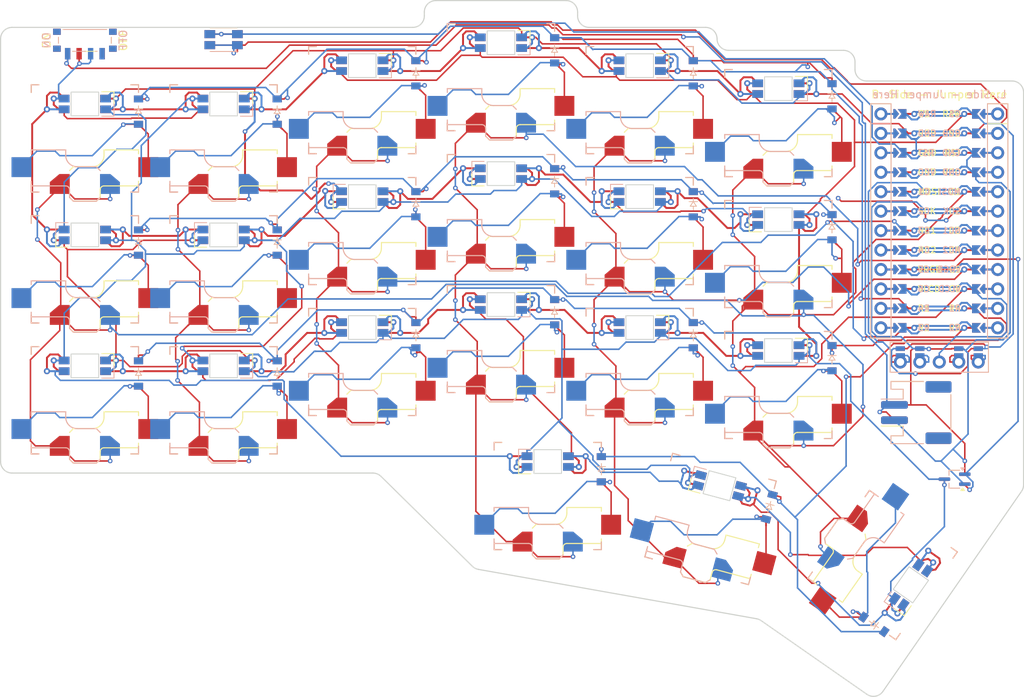
<source format=kicad_pcb>
(kicad_pcb (version 20240108) (generator "pcbnew") (generator_version "8.0")
  (title_block (title "main_pcb") (date "2024-12-04") (rev "v1.0.0") (company "Unknown"))
  (layers (0 "F.Cu" signal) (31 "B.Cu" signal) (34 "B.Paste" user) (35 "F.Paste" user) (36 "B.SilkS" user "B.Silkscreen") (37 "F.SilkS" user "F.Silkscreen") (38 "B.Mask" user) (39 "F.Mask" user) (44 "Edge.Cuts" user))
  (net 0 "")
  (net 1 "C6")
  (net 2 "far_thumb")
  (net 3 "C1")
  (net 4 "macro_bottom")
  (net 5 "macro_middle")
  (net 6 "macro_top")
  (net 7 "C2")
  (net 8 "pinky_bottom")
  (net 9 "pinky_middle")
  (net 10 "pinky_top")
  (net 11 "C3")
  (net 12 "ring_bottom")
  (net 13 "ring_middle")
  (net 14 "ring_top")
  (net 15 "C4")
  (net 16 "middle_bottom")
  (net 17 "middle_middle")
  (net 18 "middle_top")
  (net 19 "C5")
  (net 20 "index_bottom")
  (net 21 "index_middle")
  (net 22 "index_top")
  (net 23 "inner_bottom")
  (net 24 "inner_middle")
  (net 25 "inner_top")
  (net 26 "near_thumb")
  (net 27 "home_thumb")
  (net 28 "RAW")
  (net 29 "RGB_2")
  (net 30 "LED_DRAIN")
  (net 31 "RGB")
  (net 32 "RGB_3")
  (net 33 "RGB_4")
  (net 34 "RGB_5")
  (net 35 "RGB_6")
  (net 36 "RGB_7")
  (net 37 "RGB_8")
  (net 38 "RGB_9")
  (net 39 "RGB_10")
  (net 40 "RGB_11")
  (net 41 "RGB_12")
  (net 42 "RGB_13")
  (net 43 "RGB_14")
  (net 44 "RGB_15")
  (net 45 "RGB_16")
  (net 46 "RGB_17")
  (net 47 "RGB_18")
  (net 48 "RGB_19")
  (net 49 "RGB_20")
  (net 50 "RGB_21")
  (net 51 "RGB_22")
  (net 52 "R3")
  (net 53 "R2")
  (net 54 "R1")
  (net 55 "R4")
  (net 56 "GND")
  (net 57 "RST")
  (net 58 "VCC")
  (net 59 "CS")
  (net 60 "MOSI")
  (net 61 "SCK")
  (net 62 "NC1")
  (net 63 "NC2")
  (net 64 "VRGB")
  (net 65 "VLCD")
  (net 66 "MCU1_24")
  (net 67 "MCU1_1")
  (net 68 "MCU1_23")
  (net 69 "MCU1_2")
  (net 70 "MCU1_22")
  (net 71 "MCU1_3")
  (net 72 "MCU1_21")
  (net 73 "MCU1_4")
  (net 74 "MCU1_20")
  (net 75 "MCU1_5")
  (net 76 "MCU1_19")
  (net 77 "MCU1_6")
  (net 78 "MCU1_18")
  (net 79 "MCU1_7")
  (net 80 "MCU1_17")
  (net 81 "MCU1_8")
  (net 82 "MCU1_16")
  (net 83 "MCU1_9")
  (net 84 "MCU1_15")
  (net 85 "MCU1_10")
  (net 86 "MCU1_14")
  (net 87 "MCU1_11")
  (net 88 "MCU1_13")
  (net 89 "MCU1_12")
  (net 90 "DISP1_1")
  (net 91 "DISP1_2")
  (net 92 "DISP1_4")
  (net 93 "DISP1_5")
  (net 94 "BAT_P")
  (footprint "PG1350" (layer "F.Cu") (at 156.65 90.5 165)
    (property "Reference" "S21" (hide yes))
    (property "Value" "")
  )
  (footprint "PG1350" (layer "F.Cu") (at 147.4 52.9 180)
    (property "Reference" "S15" (hide yes))
    (property "Value" "")
  )
  (footprint "PG1350" (layer "F.Cu") (at 129.3 67 180)
    (property "Reference" "S11" (hide yes))
    (property "Value" "")
  )
  (footprint "PG1350" (layer "F.Cu") (at 75 40.8 180)
    (property "Reference" "S4" (hide yes))
    (property "Value" "")
  )
  (footprint "ComboDiode" (layer "F.Cu") (at 118.2 49.4 -90)
    (property "Reference" "D8" (hide yes))
    (property "Value" "" (hide yes))
  )
  (footprint "ComboDiode" (layer "F.Cu") (at 164.3173 88.931 -105)
    (property "Reference" "D20" (hide yes))
    (property "Value" "" (hide yes))
  )
  (footprint "ComboDiode" (layer "F.Cu") (at 136.3 63.5 -90)
    (property "Reference" "D10" (hide yes))
    (property "Value" "" (hide yes))
  )
  (footprint "PG1350" (layer "F.Cu") (at 111.2 35.8 180)
    (property "Reference" "S10" (hide yes))
    (property "Value" "")
  )
  (footprint "nice!view" (layer "F.Cu") (at 186.5 53.3)
    (property "Reference" "DISP1" (hide yes))
    (property "Value" "")
  )
  (footprint "ComboDiode" (layer "F.Cu") (at 154.4 49.4 -90)
    (property "Reference" "D14" (hide yes))
    (property "Value" "" (hide yes))
  )
  (footprint "PG1350" (layer "F.Cu") (at 129.3 49.9 180)
    (property "Reference" "S12" (hide yes))
    (property "Value" "")
  )
  (footprint "ComboDiode" (layer "F.Cu") (at 154.4 32.3 -90)
    (property "Reference" "D15" (hide yes))
    (property "Value" "" (hide yes))
  )
  (footprint "sw_reset_side" (layer "F.Cu") (at 93.1 27.9 90)
    (property "Reference" "SW1" (hide yes))
    (property "Value" "")
  )
  (footprint "PG1350" (layer "F.Cu") (at 111.2 70 180)
    (property "Reference" "S8" (hide yes))
    (property "Value" "")
  )
  (footprint "ComboDiode" (layer "F.Cu") (at 100.1 71.5 -90)
    (property "Reference" "D4" (hide yes))
    (property "Value" "" (hide yes))
  )
  (footprint "ComboDiode" (layer "F.Cu") (at 177.9598 104.2591 145)
    (property "Reference" "D21" (hide yes))
    (property "Value" "" (hide yes))
  )
  (footprint "ComboDiode" (layer "F.Cu") (at 136.3 29.3 -90)
    (property "Reference" "D12" (hide yes))
    (property "Value" "" (hide yes))
  )
  (footprint "ComboDiode" (layer "F.Cu") (at 100.1 37.3 -90)
    (property "Reference" "D6" (hide yes))
    (property "Value" "" (hide yes))
  )
  (footprint "ComboDiode" (layer "F.Cu") (at 136.3 46.4 -90)
    (property "Reference" "D11" (hide yes))
    (property "Value" "" (hide yes))
  )
  (footprint "ComboDiode" (layer "F.Cu") (at 82 37.3 -90)
    (property "Reference" "D3" (hide yes))
    (property "Value" "" (hide yes))
  )
  (footprint "PG1350" (layer "F.Cu") (at 75 57.9 180)
    (property "Reference" "S3" (hide yes))
    (property "Value" "")
  )
  (footprint "PG1350" (layer "F.Cu") (at 179.1078 96.5175 55)
    (property "Reference" "S1" (hide yes))
    (property "Value" "")
  )
  (footprint "PG1350" (layer "F.Cu") (at 129.3 32.8 180)
    (property "Reference" "S13" (hide yes))
    (property "Value" "")
  )
  (footprint "PG1350" (layer "F.Cu") (at 135.4 87.5 180)
    (property "Reference" "S20" (hide yes))
    (property "Value" "")
  )
  (footprint "ComboDiode" (layer "F.Cu") (at 172.5 69.5 -90)
    (property "Reference" "D16" (hide yes))
    (property "Value" "" (hide yes))
  )
  (footprint "PG1350" (layer "F.Cu") (at 165.5 55.9 180)
    (property "Reference" "S18" (hide yes))
    (property "Value" "")
  )
  (footprint "PG1350" (layer "F.Cu") (at 75 75 180)
    (property "Reference" "S2" (hide yes))
    (property "Value" "")
  )
  (footprint "ComboDiode" (layer "F.Cu") (at 118.2 66.5 -90)
    (property "Reference" "D7" (hide yes))
    (property "Value" "" (hide yes))
  )
  (footprint "PG1350" (layer "F.Cu") (at 93.1 57.9 180)
    (property "Reference" "S6" (hide yes))
    (property "Value" "")
  )
  (footprint "PG1350" (layer "F.Cu") (at 147.4 35.8 180)
    (property "Reference" "S16" (hide yes))
    (property "Value" "")
  )
  (footprint "PG1350" (layer "F.Cu") (at 93.1 75 180)
    (property "Reference" "S5" (hide yes))
    (property "Value" "")
  )
  (footprint "ComboDiode" (layer "F.Cu") (at 154.4 66.5 -90)
    (property "Reference" "D13" (hide yes))
    (property "Value" "" (hide yes))
  )
  (footprint "ComboDiode" (layer "F.Cu") (at 82 54.4 -90)
    (property "Reference" "D2" (hide yes))
    (property "Value" "" (hide yes))
  )
  (footprint "ComboDiode" (layer "F.Cu") (at 82 71.5 -90)
    (property "Reference" "D1" (hide yes))
    (property "Value" "" (hide yes))
  )
  (footprint "ComboDiode" (layer "F.Cu") (at 172.5 35.3 -90)
    (property "Reference" "D18" (hide yes))
    (property "Value" "" (hide yes))
  )
  (footprint "ComboDiode" (layer "F.Cu") (at 142.4 84 -90)
    (property "Reference" "D19" (hide yes))
    (property "Value" "" (hide yes))
  )
  (footprint "PG1350" (layer "F.Cu") (at 165.5 38.8 180)
    (property "Reference" "S19" (hide yes))
    (property "Value" "")
  )
  (footprint "ComboDiode" (layer "F.Cu") (at 118.2 32.3 -90)
    (property "Reference" "D9" (hide yes))
    (property "Value" "" (hide yes))
  )
  (footprint "PG1350" (layer "F.Cu") (at 147.4 70 180)
    (property "Reference" "S14" (hide yes))
    (property "Value" "")
  )
  (footprint "ComboDiode" (layer "F.Cu") (at 100.1 54.4 -90)
    (property "Reference" "D5" (hide yes))
    (property "Value" "" (hide yes))
  )
  (footprint "PG1350" (layer "F.Cu") (at 93.1 40.8 180)
    (property "Reference" "S7" (hide yes))
    (property "Value" "")
  )
  (footprint "nice_nano" (layer "F.Cu") (at 186.5 50.3)
    (property "Reference" "MCU1" (hide yes))
    (property "Value" "")
  )
  (footprint "ComboDiode" (layer "F.Cu") (at 172.5 52.4 -90)
    (property "Reference" "D17" (hide yes))
    (property "Value" "" (hide yes))
  )
  (footprint "PG1350" (layer "F.Cu") (at 111.2 52.9 180)
    (property "Reference" "S9" (hide yes))
    (property "Value" "")
  )
  (footprint "PG1350" (layer "F.Cu") (at 165.5 73 180)
    (property "Reference" "S17" (hide yes))
    (property "Value" "")
  )
  (footprint "garethbradley:battery_connector_jst_ph_2_smd" (layer "F.Cu") (at 183.5 76.6 90)
    (property "Reference" "JST1" (hide yes))
    (property "Value" "")
  )
  (footprint "ceoloide:led_SK6812mini-e (per-key, reversible)" (layer "B.Cu") (at 157.8147 86.1533 -15)
    (property "Reference" "LED20" (hide yes))
    (property "Value" "")
    (fp_poly (pts (xy -1.8 -1.55) (xy 1.8 -1.55) (xy 1.8 1.55) (xy -1.8 1.55)) (stroke (width 0.12)) (fill none) (layer "Edge.Cuts"))
  )
  (footprint "ceoloide:led_SK6812mini-e (per-key, reversible)" (layer "B.Cu") (at 129.3 45.4)
    (property "Reference" "LED10" (hide yes))
    (property "Value" "")
    (fp_rect (start -1.8 -1.55) (end 1.8 1.55) (stroke (width 0.12)) (fill none) (layer "Edge.Cuts"))
  )
  (footprint "ceoloide:led_SK6812mini-e (per-key, reversible)" (layer "B.Cu") (at 93.1 36.3 180)
    (property "Reference" "LED5" (hide yes))
    (property "Value" "")
    (fp_rect (start -1.8 -1.55) (end 1.8 1.55) (stroke (width 0.12)) (fill none) (layer "Edge.Cuts"))
  )
  (footprint "ceoloide:led_SK6812mini-e (per-key, reversible)" (layer "B.Cu") (at 182.794 99.0986 55)
    (property "Reference" "LED21" (hide yes))
    (property "Value" "")
    (fp_poly (pts (xy -1.8 -1.55) (xy 1.8 -1.55) (xy 1.8 1.55) (xy -1.8 1.55)) (stroke (width 0.12)) (fill none) (layer "Edge.Cuts"))
  )
  (footprint "ceoloide:led_SK6812mini-e (per-key, reversible)" (layer "B.Cu") (at 75 36.3 180)
    (property "Reference" "LED6" (hide yes))
    (property "Value" "")
    (fp_rect (start -1.8 -1.55) (end 1.8 1.55) (stroke (width 0.12)) (fill none) (layer "Edge.Cuts"))
  )
  (footprint "ceoloide:led_SK6812mini-e (per-key, reversible)" (layer "B.Cu") (at 75 70.5 180)
    (property "Reference" "LED18" (hide yes))
    (property "Value" "")
    (fp_rect (start -1.8 -1.55) (end 1.8 1.55) (stroke (width 0.12)) (fill none) (layer "Edge.Cuts"))
  )
  (footprint "ceoloide:power_switch_smd_side" (layer "B.Cu") (at 75 28 90)
    (property "Reference" "PWR1" (hide yes))
    (property "Value" "")
  )
  (footprint "ceoloide:led_SK6812mini-e (per-key, reversible)" (layer "B.Cu") (at 147.4 48.4)
    (property "Reference" "LED11" (hide yes))
    (property "Value" "")
    (fp_rect (start -1.8 -1.55) (end 1.8 1.55) (stroke (width 0.12)) (fill none) (layer "Edge.Cuts"))
  )
  (footprint "ceoloide:led_SK6812mini-e (per-key, reversible)" (layer "B.Cu") (at 165.5 68.5 180)
    (property "Reference" "LED13" (hide yes))
    (property "Value" "")
    (fp_rect (start -1.8 -1.55) (end 1.8 1.55) (stroke (width 0.12)) (fill none) (layer "Edge.Cuts"))
  )
  (footprint "ceoloide:led_SK6812mini-e (per-key, reversible)" (layer "B.Cu") (at 165.5 51.4)
    (property "Reference" "LED12" (hide yes))
    (property "Value" "")
    (fp_rect (start -1.8 -1.55) (end 1.8 1.55) (stroke (width 0.12)) (fill none) (layer "Edge.Cuts"))
  )
  (footprint "ceoloide:led_SK6812mini-e (per-key, reversible)" (layer "B.Cu") (at 129.3 28.3 180)
    (property "Reference" "LED3" (hide yes))
    (property "Value" "")
    (fp_rect (start -1.8 -1.55) (end 1.8 1.55) (stroke (width 0.12)) (fill none) (layer "Edge.Cuts"))
  )
  (footprint "ceoloide:led_SK6812mini-e (per-key, reversible)" (layer "B.Cu") (at 147.4 65.5 180)
    (property "Reference" "LED14" (hide yes))
    (property "Value" "")
    (fp_rect (start -1.8 -1.55) (end 1.8 1.55) (stroke (width 0.12)) (fill none) (layer "Edge.Cuts"))
  )
  (footprint "ceoloide:led_SK6812mini-e (per-key, reversible)" (layer "B.Cu") (at 135.4 83)
    (property "Reference" "LED19" (hide yes))
    (property "Value" "")
    (fp_rect (start -1.8 -1.55) (end 1.8 1.55) (stroke (width 0.12)) (fill none) (layer "Edge.Cuts"))
  )
  (footprint "ceoloide:led_SK6812mini-e (per-key, reversible)" (layer "B.Cu") (at 165.5 34.3 180)
    (property "Reference" "LED1" (hide yes))
    (property "Value" "")
    (fp_rect (start -1.8 -1.55) (end 1.8 1.55) (stroke (width 0.12)) (fill none) (layer "Edge.Cuts"))
  )
  (footprint "ceoloide:led_SK6812mini-e (per-key, reversible)" (layer "B.Cu") (at 93.1 70.5 180)
    (property "Reference" "LED17" (hide yes))
    (property "Value" "")
    (fp_rect (start -1.8 -1.55) (end 1.8 1.55) (stroke (width 0.12)) (fill none) (layer "Edge.Cuts"))
  )
  (footprint "ceoloide:led_SK6812mini-e (per-key, reversible)" (layer "B.Cu") (at 75 53.4)
    (property "Reference" "LED7" (hide yes))
    (property "Value" "")
    (fp_rect (start -1.8 -1.55) (end 1.8 1.55) (stroke (width 0.12)) (fill none) (layer "Edge.Cuts"))
  )
  (footprint "garethbradley:mosfet_pjc7400" (layer "B.Cu") (at 188.5 85.3 180)
    (property "Reference" "D22" (hide yes))
    (property "Value" "")
  )
  (footprint "ceoloide:led_SK6812mini-e (per-key, reversible)" (layer "B.Cu") (at 93.1 53.4)
    (property "Reference" "LED8" (hide yes))
    (property "Value" "")
    (fp_rect (start -1.8 -1.55) (end 1.8 1.55) (stroke (width 0.12)) (fill none) (layer "Edge.Cuts"))
  )
  (footprint "ceoloide:led_SK6812mini-e (per-key, reversible)" (layer "B.Cu") (at 129.3 62.5 180)
    (property "Reference" "LED15" (hide yes))
    (property "Value" "")
    (fp_rect (start -1.8 -1.55) (end 1.8 1.55) (stroke (width 0.12)) (fill none) (layer "Edge.Cuts"))
  )
  (footprint "ceoloide:led_SK6812mini-e (per-key, reversible)" (layer "B.Cu") (at 111.2 65.5 180)
    (property "Reference" "LED16" (hide yes))
    (property "Value" "")
    (fp_rect (start -1.8 -1.55) (end 1.8 1.55) (stroke (width 0.12)) (fill none) (layer "Edge.Cuts"))
  )
  (footprint "ceoloide:led_SK6812mini-e (per-key, reversible)" (layer "B.Cu") (at 111.2 48.4)
    (property "Reference" "LED9" (hide yes))
    (property "Value" "")
    (fp_rect (start -1.8 -1.55) (end 1.8 1.55) (stroke (width 0.12)) (fill none) (layer "Edge.Cuts"))
  )
  (footprint "ceoloide:led_SK6812mini-e (per-key, reversible)" (layer "B.Cu") (at 147.4 31.3 180)
    (property "Reference" "LED2" (hide yes))
    (property "Value" "")
    (fp_rect (start -1.8 -1.55) (end 1.8 1.55) (stroke (width 0.12)) (fill none) (layer "Edge.Cuts"))
  )
  (footprint "ceoloide:led_SK6812mini-e (per-key, reversible)" (layer "B.Cu") (at 111.2 31.3 180)
    (property "Reference" "LED4" (hide yes))
    (property "Value" "")
    (fp_rect (start -1.8 -1.55) (end 1.8 1.55) (stroke (width 0.12)) (fill none) (layer "Edge.Cuts"))
  )
  (gr_arc (start 155.999918 26.299082) (mid 157.060638 26.738392) (end 157.5 27.799082) (stroke (width 0.15)) (layer "Edge.Cuts"))
  (gr_line (start 174 29.3) (end 159 29.3) (stroke (width 0.15)) (layer "Edge.Cuts"))
  (gr_arc (start 179.142631 113.016535) (mid 178.175295 113.638975) (end 177.051569 113.393269) (stroke (width 0.15)) (layer "Edge.Cuts"))
  (gr_arc (start 197.5 86.03144) (mid 197.431761 86.478682) (end 197.233293 86.885248) (stroke (width 0.15)) (layer "Edge.Cuts"))
  (gr_arc (start 65.5 84.5) (mid 64.43934 84.06066) (end 64 83) (stroke (width 0.15)) (layer "Edge.Cuts"))
  (gr_arc (start 112.585642 84.5) (mid 113.154155 84.611927) (end 113.637851 84.930956) (stroke (width 0.15)) (layer "Edge.Cuts"))
  (gr_line (start 117.8 26.3) (end 65.5 26.3) (stroke (width 0.15)) (layer "Edge.Cuts"))
  (gr_line (start 195.999932 33.300068) (end 177.000068 33.300932) (stroke (width 0.15)) (layer "Edge.Cuts"))
  (gr_line (start 155.999918 26.299082) (end 140.800082 26.299918) (stroke (width 0.15)) (layer "Edge.Cuts"))
  (gr_line (start 163.249954 103.772638) (end 177.051569 113.393269) (stroke (width 0.15)) (layer "Edge.Cuts"))
  (gr_line (start 64 27.8) (end 64 83) (stroke (width 0.15)) (layer "Edge.Cuts"))
  (gr_line (start 137.8 22.799) (end 120.8 22.799) (stroke (width 0.15)) (layer "Edge.Cuts"))
  (gr_arc (start 174 29.3) (mid 175.06066 29.73934) (end 175.5 30.8) (stroke (width 0.15)) (layer "Edge.Cuts"))
  (gr_arc (start 159 29.3) (mid 157.93934 28.86066) (end 157.5 27.8) (stroke (width 0.15)) (layer "Edge.Cuts"))
  (gr_arc (start 195.999932 33.300068) (mid 197.060647 33.739382) (end 197.5 34.800068) (stroke (width 0.15)) (layer "Edge.Cuts"))
  (gr_arc (start 162.65443 103.526282) (mid 162.965581 103.617096) (end 163.249954 103.772638) (stroke (width 0.15)) (layer "Edge.Cuts"))
  (gr_arc (start 177.000068 33.300932) (mid 175.939353 32.861618) (end 175.5 31.800932) (stroke (width 0.15)) (layer "Edge.Cuts"))
  (gr_arc (start 126.358257 97.08137) (mid 125.932366 96.937312) (end 125.568293 96.673517) (stroke (width 0.15)) (layer "Edge.Cuts"))
  (gr_line (start 113.637851 84.930956) (end 125.568293 96.673517) (stroke (width 0.15)) (layer "Edge.Cuts"))
  (gr_line (start 197.5 86.03144) (end 197.5 34.800068) (stroke (width 0.15)) (layer "Edge.Cuts"))
  (gr_line (start 126.358257 97.08137) (end 162.65443 103.526282) (stroke (width 0.15)) (layer "Edge.Cuts"))
  (gr_arc (start 119.3 24.299) (mid 119.73934 23.23834) (end 120.8 22.799) (stroke (width 0.15)) (layer "Edge.Cuts"))
  (gr_arc (start 119.3 24.8) (mid 118.86066 25.86066) (end 117.8 26.3) (stroke (width 0.15)) (layer "Edge.Cuts"))
  (gr_arc (start 140.800082 26.299918) (mid 139.739362 25.860608) (end 139.3 24.799918) (stroke (width 0.15)) (layer "Edge.Cuts"))
  (gr_line (start 139.3 24.799918) (end 139.3 24.299) (stroke (width 0.15)) (layer "Edge.Cuts"))
  (gr_line (start 175.5 31.800932) (end 175.5 30.8) (stroke (width 0.15)) (layer "Edge.Cuts"))
  (gr_line (start 179.142631 113.016535) (end 197.233293 86.885248) (stroke (width 0.15)) (layer "Edge.Cuts"))
  (gr_arc (start 64 27.8) (mid 64.43934 26.73934) (end 65.5 26.3) (stroke (width 0.15)) (layer "Edge.Cuts"))
  (gr_line (start 65.5 84.5) (end 112.585642 84.5) (stroke (width 0.15)) (layer "Edge.Cuts"))
  (gr_arc (start 137.8 22.799) (mid 138.86066 23.23834) (end 139.3 24.299) (stroke (width 0.15)) (layer "Edge.Cuts"))
  (gr_line (start 119.3 24.299) (end 119.3 24.8) (stroke (width 0.15)) (layer "Edge.Cuts"))
  (segment (start 166.9667 83.6916) (end 166.9666 83.6917) (width 0.2) (layer "F.Cu") (net 1))
  (segment (start 166.3625 83.6917) (end 161.8007 79.1299) (width 0.2) (layer "F.Cu") (net 1))
  (segment (start 160.7875 63.4125) (end 162.275 61.925) (width 0.2) (layer "F.Cu") (net 1))
  (segment (start 189.762 60.46) (end 189.76 60.46) (width 0.25) (layer "F.Cu") (net 1))
  (segment (start 162.4 56.225) (end 159.55 53.375) (width 0.2) (layer "F.Cu") (net 1))
  (segment (start 159.55 67.975) (end 159.55 64.65) (width 0.2) (layer "F.Cu") (net 1))
  (segment (start 171.1652 67.6466) (end 171.1652 69.5472) (width 0.2) (layer "F.Cu") (net 1))
  (segment (start 159.55 47.55) (end 162.275 44.825) (width 0.2) (layer "F.Cu") (net 1))
  (segment (start 161.2443 70.5929) (end 160.4561 71.3811) (width 0.2) (layer "F.Cu") (net 1))
  (segment (start 160.7875 63.4125) (end 160.7875 62.7003) (width 0.2) (layer "F.Cu") (net 1))
  (segment (start 162.4 78.9) (end 162.4 78.1878) (width 0.2) (layer "F.Cu") (net 1))
  (segment (start 161.8007 79.1299) (end 161.8007 78.7871) (width 0.2) (layer "F.Cu") (net 1))
  (segment (start 160.4561 71.3811) (end 159.55 70.475) (width 0.2) (layer "F.Cu") (net 1))
  (segment (start 160.7875 62.7003) (end 162.4 61.0878) (width 0.2) (layer "F.Cu") (net 1))
  (segment (start 162.275 44.825) (end 164.175 46.725) (width 0.2) (layer "F.Cu") (net 1))
  (segment (start 162.225 78.95) (end 166.9667 83.6916) (width 0.2) (layer "F.Cu") (net 1))
  (segment (start 162.4 78.1878) (end 162.4 73.325) (width 0.2) (layer "F.Cu") (net 1))
  (segment (start 162.225 44.775) (end 162.275 44.825) (width 0.2) (layer "F.Cu") (net 1))
  (segment (start 171.1652 69.5472) (end 170.1195 70.5929) (width 0.2) (layer "F.Cu") (net 1))
  (segment (start 162.225 44.775) (end 162.225 44.75) (width 0.2) (layer "F.Cu") (net 1))
  (segment (start 186.0671 64.1529) (end 174.6589 64.1529) (width 0.2) (layer "F.Cu") (net 1))
  (segment (start 162.4 73.325) (end 160.4561 71.3811) (width 0.2) (layer "F.Cu") (net 1))
  (segment (start 176.1123 90.422) (end 173.697 90.422) (width 0.2) (layer "F.Cu") (net 1))
  (segment (start 166.9666 83.6917) (end 166.3625 83.6917) (width 0.2) (layer "F.Cu") (net 1))
  (segment (start 191.28 60.46) (end 191.275 60.46) (width 0.25) (layer "F.Cu") (net 1))
  (segment (start 173.697 90.422) (end 172.778 90.422) (width 0.2) (layer "F.Cu") (net 1))
  (segment (start 170.1195 70.5929) (end 161.2443 70.5929) (width 0.2) (layer "F.Cu") (net 1))
  (segment (start 174.6589 64.1529) (end 171.1652 67.6466) (width 0.2) (layer "F.Cu") (net 1))
  (segment (start 189.76 60.46) (end 186.0671 64.1529) (width 0.2) (layer "F.Cu") (net 1))
  (segment (start 166.9667 83.6916) (end 173.697 90.422) (width 0.2) (layer "F.Cu") (net 1))
  (segment (start 162.4 61.8) (end 162.4 61.0878) (width 0.2) (layer "F.Cu") (net 1))
  (segment (start 162.4 61.0878) (end 162.4 56.225) (width 0.2) (layer "F.Cu") (net 1))
  (segment (start 164.175 46.725) (end 168.8 46.725) (width 0.2) (layer "F.Cu") (net 1))
  (segment (start 159.55 64.65) (end 160.7875 63.4125) (width 0.2) (layer "F.Cu") (net 1))
  (segment (start 172.778 90.422) (end 171 92.2) (width 0.2) (layer "F.Cu") (net 1))
  (segment (start 191.275 60.46) (end 189.762 60.46) (width 0.25) (layer "F.Cu") (net 1))
  (segment (start 161.8007 78.7871) (end 162.4 78.1878) (width 0.2) (layer "F.Cu") (net 1))
  (segment (start 159.55 50.875) (end 159.55 47.55) (width 0.2) (layer "F.Cu") (net 1))
  (segment (start 171 92.2) (end 171 94.1) (width 0.2) (layer "F.Cu") (net 1))
  (via (at 159.55 70.475) (size 0.6) (drill 0.3) (layers "F.Cu" "B.Cu") (net 1))
  (via (at 159.55 67.975) (size 0.6) (drill 0.3) (layers "F.Cu" "B.Cu") (net 1))
  (via (at 171 94.1) (size 0.6) (drill 0.3) (layers "F.Cu" "B.Cu") (net 1))
  (via (at 159.55 50.875) (size 0.6) (drill 0.3) (layers "F.Cu" "B.Cu") (net 1))
  (via (at 159.55 53.375) (size 0.6) (drill 0.3) (layers "F.Cu" "B.Cu") (net 1))
  (via (at 168.8 46.725) (size 0.6) (drill 0.3) (layers "F.Cu" "B.Cu") (net 1))
  (segment (start 183.96 60.81) (end 183.96 60.8) (width 0.25) (layer "B.Cu") (net 1))
  (segment (start 182.89 61.19) (end 183.59 61.19) (width 0.25) (layer "B.Cu") (net 1))
  (segment (start 181.72 60.46) (end 181.725 60.46) (width 0.25) (layer "B.Cu") (net 1))
  (segment (start 168.8 46.725) (end 168.8 45.7625) (width 0.2) (layer "B.Cu") (net 1))
  (segment (start 171.6775 95.1098) (end 172.355 95.7875) (width 0.2) (layer "B.Cu") (net 1))
  (segment (start 171.6775 95.1098) (end 171.6778 95.1098) (width 0.2) (layer "B.Cu") (net 1))
  (segment (start 184.05 60.71) (end 189.51 60.71) (width 0.25) (layer "B.Cu") (net 1))
  (segment (start 189.51 60.71) (end 189.6734 60.5466) (width 0.25) (layer "B.Cu") (net 1))
  (segment (start 189.762 60.46) (end 189.6754 60.5466) (width 0.2) (layer "B.Cu") (net 1))
  (segment (start 168.8 45.7625) (end 168.775 45.7375) (width 0.2) (layer "B.Cu") (net 1))
  (segment (start 168.775 45.7375) (end 168.775 44.75) (width 0.2) (layer "B.Cu") (net 1))
  (segment (start 181.725 60.46) (end 182.16 60.46) (width 0.25) (layer "B.Cu") (net 1))
  (segment (start 171 94.4321) (end 171.6775 95.1098) (width 0.2) (layer "B.Cu") (net 1))
  (segment (start 183.96 60.8) (end 184.05 60.71) (width 0.25) (layer "B.Cu") (net 1))
  (segment (start 189.6754 60.5466) (end 189.6734 60.5466) (width 0.2) (layer "B.Cu") (net 1))
  (segment (start 171 94.1) (end 171 94.4321) (width 0.2) (layer "B.Cu") (net 1))
  (segment (start 183.59 61.19) (end 183.96 60.81) (width 0.25) (layer "B.Cu") (net 1))
  (segment (start 159.55 70.475) (end 159.55 67.975) (width 0.2) (layer "B.Cu") (net 1))
  (segment (start 189.6734 60.5466) (end 189.76 60.46) (width 0.25) (layer "B.Cu") (net 1))
  (segment (start 171.6778 95.1098) (end 172.3554 95.7874) (width 0.2) (layer "B.Cu") (net 1))
  (segment (start 182.16 60.46) (end 182.89 61.19) (width 0.25) (layer "B.Cu") (net 1))
  (segment (start 168.8 45.7625) (end 168.8 44.8) (width 0.2) (layer "B.Cu") (net 1))
  (segment (start 159.55 53.375) (end 159.55 50.875) (width 0.2) (layer "B.Cu") (net 1))
  (segment (start 176.6079 103.313) (end 176.608 103.313) (width 0.2) (layer "F.Cu") (net 2))
  (segment (start 175.6783 102.6064) (end 175.8622 102.7903) (width 0.2) (layer "F.Cu") (net 2))
  (segment (start 175.2424 102.6064) (end 175.6783 102.6064) (width 0.2) (layer "F.Cu") (net 2))
  (segment (start 172.3735 102.229) (end 171.2896 101.1451) (width 0.2) (layer "F.Cu") (net 2))
  (segment (start 172.3735 102.229) (end 173.457 103.313) (width 0.2) (layer "F.Cu") (net 2))
  (segment (start 176.6079 103.313) (end 176.6082 103.3127) (width 0.2) (layer "F.Cu") (net 2))
  (segment (start 171.29 101.145) (end 172.3735 102.229) (width 0.2) (layer "F.Cu") (net 2))
  (segment (start 173.457 103.313) (end 176.6079 103.313) (width 0.2) (layer "F.Cu") (net 2))
  (segment (start 176.6082 103.3127) (end 175.8622 102.7903) (width 0.2) (layer "F.Cu") (net 2))
  (via (at 175.2424 102.6064) (size 0.6) (drill 0.3) (layers "F.Cu" "B.Cu") (net 2))
  (segment (start 177.154 97.4834) (end 177.043 97.3727) (width 0.2) (layer "B.Cu") (net 2))
  (segment (start 176.608 103.313) (end 175.9014 102.6064) (width 0.2) (layer "B.Cu") (net 2))
  (segment (start 176.881 103.04) (end 177.154 102.767) (width 0.2) (layer "B.Cu") (net 2))
  (segment (start 176.881 103.04) (end 176.8809 103.04) (width 0.2) (layer "B.Cu") (net 2))
  (segment (start 176.608 103.313) (end 176.881 103.04) (width 0.2) (layer "B.Cu") (net 2))
  (segment (start 176.8809 103.04) (end 176.6082 103.3127) (width 0.2) (layer "B.Cu") (net 2))
  (segment (start 177.043 94.7477) (end 180.782 91.0087) (width 0.2) (layer "B.Cu") (net 2))
  (segment (start 177.043 97.3727) (end 177.043 94.7477) (width 0.2) (layer "B.Cu") (net 2))
  (segment (start 175.9014 102.6064) (end 175.2424 102.6064) (width 0.2) (layer "B.Cu") (net 2))
  (segment (start 180.782 91.0087) (end 180.782 87.5881) (width 0.2) (layer "B.Cu") (net 2))
  (segment (start 180.7823 87.5881) (end 180.782 87.5881) (width 0.2) (layer "B.Cu") (net 2))
  (segment (start 177.154 102.767) (end 177.154 97.4834) (width 0.2) (layer "B.Cu") (net 2))
  (segment (start 175.5997 60.9255) (end 175.5997 57.8428) (width 0.2) (layer "F.Cu") (net 3))
  (segment (start 72.2961 81.5461) (end 73.675 82.925) (width 0.2) (layer "F.Cu") (net 3))
  (segment (start 71.725 80.95) (end 71.7 80.95) (width 0.2) (layer "F.Cu") (net 3))
  (segment (start 191.275 47.76) (end 189.762 47.76) (width 0.25) (layer "F.Cu") (net 3))
  (segment (start 162.225 78.975) (end 164.175 80.925) (width 0.2) (layer "F.Cu") (net 3))
  (segment (start 73.675 48.7) (end 78.3 48.7) (width 0.2) (layer "F.Cu") (net 3))
  (segment (start 189.761 47.76) (end 189.76 47.76) (width 0.25) (layer "F.Cu") (net 3))
  (segment (start 71.7 80.95) (end 68.55 80.95) (width 0.2) (layer "F.Cu") (net 3))
  (segment (start 71.725 63.85) (end 71.85 63.725) (width 0.2) (layer "F.Cu") (net 3))
  (segment (start 176.5394 77.0781) (end 172.6925 80.925) (width 0.2) (layer "F.Cu") (net 3))
  (segment (start 175.25 56.9949) (end 178.2532 53.9917) (width 0.2) (layer "F.Cu") (net 3))
  (segment (start 172.6925 80.925) (end 168.8 80.925) (width 0.2) (layer "F.Cu") (net 3))
  (segment (start 71.725 47.175) (end 71.725 46.75) (width 0.2) (layer "F.Cu") (net 3))
  (segment (start 186.4182 51.3564) (end 186.5481 51.3564) (width 0.2) (layer "F.Cu") (net 3))
  (segment (start 172.7002 63.825) (end 175.5997 60.9255) (width 0.2) (layer "F.Cu") (net 3))
  (segment (start 183.7829 53.9917) (end 186.4182 51.3564) (width 0.2) (layer "F.Cu") (net 3))
  (segment (start 189.761 48.0136) (end 189.761 47.76) (width 0.2) (layer "F.Cu") (net 3))
  (segment (start 186.9006 50.874) (end 189.761 48.0136) (width 0.2) (layer "F.Cu") (net 3))
  (segment (start 162.225 61.875) (end 164.175 63.825) (width 0.2) (layer "F.Cu") (net 3))
  (segment (start 71.725 46.75) (end 73.675 48.7) (width 0.2) (layer "F.Cu") (net 3))
  (segment (start 71.85 63.725) (end 71.85 57.05) (width 0.2) (layer "F.Cu") (net 3))
  (segment (start 68.8 50.1) (end 71.725 47.175) (width 0.2) (layer "F.Cu") (net 3))
  (segment (start 67.9 80.3) (end 67.9 69.7) (width 0.2) (layer "F.Cu") (net 3))
  (segment (start 71.7 80.95) (end 72.2961 81.5461) (width 0.2) (layer "F.Cu") (net 3))
  (segment (start 168.8 63.825) (end 172.7002 63.825) (width 0.2) (layer "F.Cu") (net 3))
  (segment (start 71.725 63.875) (end 71.725 63.85) (width 0.2) (layer "F.Cu") (net 3))
  (segment (start 164.175 63.825) (end 168.8 63.825) (width 0.2) (layer "F.Cu") (net 3))
  (segment (start 189.762 47.76) (end 189.761 47.76) (width 0.25) (layer "F.Cu") (net 3))
  (segment (start 73.675 65.825) (end 78.3 65.825) (width 0.2) (layer "F.Cu") (net 3))
  (segment (start 71.725 63.875) (end 73.675 65.825) (width 0.2) (layer "F.Cu") (net 3))
  (segment (start 176.5394 75.8404) (end 176.5394 77.0781) (width 0.2) (layer "F.Cu") (net 3))
  (segment (start 191.28 47.76) (end 191.275 47.76) (width 0.25) (layer "F.Cu") (net 3))
  (segment (start 164.175 80.925) (end 168.8 80.925) (width 0.2) (layer "F.Cu") (net 3))
  (segment (start 71.725 65.875) (end 71.725 63.875) (width 0.2) (layer "F.Cu") (net 3))
  (segment (start 73.675 82.925) (end 78.3 82.925) (width 0.2) (layer "F.Cu") (net 3))
  (segment (start 186.9006 51.0039) (end 186.9006 50.874) (width 0.2) (layer "F.Cu") (net 3))
  (segment (start 175.5997 57.8428) (end 175.25 57.4931) (width 0.2) (layer "F.Cu") (net 3))
  (segment (start 186.5481 51.3564) (end 186.9006 51.0039) (width 0.2) (layer "F.Cu") (net 3))
  (segment (start 178.2532 53.9917) (end 183.7829 53.9917) (width 0.2) (layer "F.Cu") (net 3))
  (segment (start 175.25 57.4931) (end 175.25 56.9949) (width 0.2) (layer "F.Cu") (net 3))
  (segment (start 68.55 80.95) (end 67.9 80.3) (width 0.2) (layer "F.Cu") (net 3))
  (segment (start 71.85 57.05) (end 68.8 54) (width 0.2) (layer "F.Cu") (net 3))
  (segment (start 67.9 69.7) (end 71.725 65.875) (width 0.2) (layer "F.Cu") (net 3))
  (via (at 78.3 82.925) (size 0.6) (drill 0.3) (layers "F.Cu" "B.Cu") (net 3))
  (via (at 68.8 50.1) (size 0.6) (drill 0.3) (layers "F.Cu" "B.Cu") (net 3))
  (via (at 78.3 48.7) (size 0.6) (drill 0.3) (layers "F.Cu" "B.Cu") (net 3))
  (via (at 168.8 63.825) (size 0.6) (drill 0.3) (layers "F.Cu" "B.Cu") (net 3))
  (via (at 68.8 54) (size 0.6) (drill 0.3) (layers "F.Cu" "B.Cu") (net 3))
  (via (at 168.8 80.925) (size 0.6) (drill 0.3) (layers "F.Cu" "B.Cu") (net 3))
  (via (at 78.3 65.825) (size 0.6) (drill 0.3) (layers "F.Cu" "B.Cu") (net 3))
  (via (at 176.5394 75.8404) (size 0.6) (drill 0.3) (layers "F.Cu" "B.Cu") (net 3))
  (segment (start 189.6754 47.8466) (end 189.6734 47.8466) (width 0.2) (layer "B.Cu") (net 3))
  (segment (start 68.8 54) (end 68.8 50.1) (width 0.2) (layer "B.Cu") (net 3))
  (segment (start 170.1041 63.8979) (end 176.5394 70.3332) (width 0.2) (layer "B.Cu") (net 3))
  (segment (start 160.8034 63.9708) (end 168.7271 63.9708) (width 0.2) (layer "B.Cu") (net 3))
  (segment (start 78.3 64.8625) (end 78.3 63.9) (width 0.2) (layer "B.Cu") (net 3))
  (segment (start 78.3 65.825) (end 78.3 65.3437) (width 0.2) (layer "B.Cu") (net 3))
  (segment (start 168.8 63.825) (end 168.8 61.9) (width 0.2) (layer "B.Cu") (net 3))
  (segment (start 181.725 47.76) (end 182.16 47.76) (width 0.25) (layer "B.Cu") (net 3))
  (segment (start 78.3 48.7) (end 78.3 46.775) (width 0.2) (layer "B.Cu") (net 3))
  (segment (start 168.8 80.925) (end 168.8 79) (width 0.2) (layer "B.Cu") (net 3))
  (segment (start 189.6734 47.8466) (end 189.76 47.76) (width 0.25) (layer "B.Cu") (net 3))
  (segment (start 182.16 47.76) (end 182.89 48.49) (width 0.25) (layer "B.Cu") (net 3))
  (segment (start 168.8 63.8979) (end 168.8 63.825) (width 0.2) (layer "B.Cu") (net 3))
  (segment (start 78.3 64.8625) (end 78.275 64.8375) (width 0.2) (layer "B.Cu") (net 3))
  (segment (start 122.146 59.8625) (end 136.3284 59.8625) (width 0.2) (layer "B.Cu") (net 3))
  (segment (start 79.3885 66.4322) (end 96.8357 66.4322) (width 0.2) (layer "B.Cu") (net 3))
  (segment (start 176.5394 70.3332) (end 176.5394 75.8404) (width 0.2) (layer "B.Cu") (net 3))
  (segment (start 78.3 65.3437) (end 78.3 64.8625) (width 0.2) (layer "B.Cu") (net 3))
  (segment (start 101.5014 61.7665) (end 120.242 61.7665) (width 0.2) (layer "B.Cu") (net 3))
  (segment (start 96.8357 66.4322) (end 101.5014 61.7665) (width 0.2) (layer "B.Cu") (net 3))
  (segment (start 182.89 48.49) (end 183.59 48.49) (width 0.25) (layer "B.Cu") (net 3))
  (segment (start 168.7271 63.9708) (end 168.8 63.8979) (width 0.2) (layer "B.Cu") (net 3))
  (segment (start 189.51 48.01) (end 189.6734 47.8466) (width 0.25) (layer "B.Cu") (net 3))
  (segment (start 78.275 64.8375) (end 78.275 63.85) (width 0.2) (layer "B.Cu") (net 3))
  (segment (start 78.3 80.975) (end 78.3 81) (width 0.2) (layer "B.Cu") (net 3))
  (segment (start 183.96 48.1) (end 184.05 48.01) (width 0.25) (layer "B.Cu") (net 3))
  (segment (start 149.0921 61.9552) (end 158.7878 61.9552) (width 0.2) (layer "B.Cu") (net 3))
  (segment (start 158.7878 61.9552) (end 160.8034 63.9708) (width 0.2) (layer "B.Cu") (net 3))
  (segment (start 120.242 61.7665) (end 122.146 59.8625) (width 0.2) (layer "B.Cu") (net 3))
  (segment (start 184.05 48.01) (end 189.51 48.01) (width 0.25) (layer "B.Cu") (net 3))
  (segment (start 78.3 82.925) (end 78.3 81) (width 0.2) (layer "B.Cu") (net 3))
  (segment (start 137.8911 61.4252) (end 148.5621 61.4252) (width 0.2) (layer "B.Cu") (net 3))
  (segment (start 181.72 47.76) (end 181.725 47.76) (width 0.25) (layer "B.Cu") (net 3))
  (segment (start 78.3 65.3437) (end 79.3885 66.4322) (width 0.2) (layer "B.Cu") (net 3))
  (segment (start 168.8 63.8979) (end 170.1041 63.8979) (width 0.2) (layer "B.Cu") (net 3))
  (segment (start 189.762 47.76) (end 189.6754 47.8466) (width 0.2) (layer "B.Cu") (net 3))
  (segment (start 183.96 48.11) (end 183.96 48.1) (width 0.25) (layer "B.Cu") (net 3))
  (segment (start 148.5621 61.4252) (end 149.0921 61.9552) (width 0.2) (layer "B.Cu") (net 3))
  (segment (start 183.59 48.49) (end 183.96 48.11) (width 0.25) (layer "B.Cu") (net 3))
  (segment (start 136.3284 59.8625) (end 137.8911 61.4252) (width 0.2) (layer "B.Cu") (net 3))
  (segment (start 78.3 46.775) (end 78.275 46.75) (width 0.2) (layer "B.Cu") (net 3))
  (segment (start 78.275 80.95) (end 78.3 80.975) (width 0.2) (layer "B.Cu") (net 3))
  (segment (start 82 73.2) (end 82 73.175) (width 0.2) (layer "F.Cu") (net 4))
  (segment (start 82 73.175) (end 82 73.15) (width 0.2) (layer "F.Cu") (net 4))
  (segment (start 83.275 78.8) (end 83.275 78.75) (width 0.2) (layer "F.Cu") (net 4))
  (segment (start 83.275 74.475) (end 82 73.2) (width 0.2) (layer "F.Cu") (net 4))
  (segment (start 82 73.175) (end 80.8902 73.175) (width 0.2) (layer "F.Cu") (net 4))
  (segment (start 83.275 78.75) (end 83.275 74.475) (width 0.2) (layer "F.Cu") (net 4))
  (via (at 80.8902 73.175) (size 0.6) (drill 0.3) (layers "F.Cu" "B.Cu") (net 4))
  (segment (start 66.725 78.675) (end 66.725 78.75) (width 0.2) (layer "B.Cu") (net 4))
  (segment (start 68.75 76.65) (end 66.725 78.675) (width 0.2) (layer "B.Cu") (net 4))
  (segment (start 81.0733 73.175) (end 80.8902 73.175) (width 0.2) (layer "B.Cu") (net 4))
  (segment (start 71.7105 77.25) (end 71.1105 76.65) (width 0.2) (layer "B.Cu") (net 4))
  (segment (start 82 73.15) (end 81.0983 73.15) (width 0.2) (layer "B.Cu") (net 4))
  (segment (start 66.725 78.675) (end 66.7 78.7) (width 0.2) (layer "B.Cu") (net 4))
  (segment (start 81.975 73.1) (end 81.95 73.1) (width 0.2) (layer "B.Cu") (net 4))
  (segment (start 81.95 73.1) (end 80.125 73.1) (width 0.2) (layer "B.Cu") (net 4))
  (segment (start 71.1105 76.65) (end 68.75 76.65) (width 0.2) (layer "B.Cu") (net 4))
  (segment (start 81.0983 73.15) (end 81.0733 73.175) (width 0.2) (layer "B.Cu") (net 4))
  (segment (start 80.125 73.1) (end 75.975 77.25) (width 0.2) (layer "B.Cu") (net 4))
  (segment (start 75.975 77.25) (end 71.7105 77.25) (width 0.2) (layer "B.Cu") (net 4))
  (segment (start 81.95 73.1) (end 82 73.15) (width 0.2) (layer "B.Cu") (net 4))
  (segment (start 82 56.075) (end 82 56.05) (width 0.2) (layer "F.Cu") (net 5))
  (segment (start 82 56.075) (end 80.8979 56.075) (width 0.2) (layer "F.Cu") (net 5))
  (segment (start 83.275 61.65) (end 83.275 57.375) (width 0.2) (layer "F.Cu") (net 5))
  (segment (start 82 56.1) (end 82 56.075) (width 0.2) (layer "F.Cu") (net 5))
  (segment (start 83.275 61.7) (end 83.275 61.65) (width 0.2) (layer "F.Cu") (net 5))
  (segment (start 83.275 57.375) (end 82 56.1) (width 0.2) (layer "F.Cu") (net 5))
  (via (at 80.8979 56.075) (size 0.6) (drill 0.3) (layers "F.Cu" "B.Cu") (net 5))
  (segment (start 66.725 61.575) (end 66.7 61.6) (width 0.2) (layer "B.Cu") (net 5))
  (segment (start 81.975 56) (end 81.95 56) (width 0.2) (layer "B.Cu") (net 5))
  (segment (start 80.8979 56) (end 80.8979 56.075) (width 0.2) (layer "B.Cu") (net 5))
  (segment (start 81.95 56) (end 82 56.05) (width 0.2) (layer "B.Cu") (net 5))
  (segment (start 80.125 56) (end 75.975 60.15) (width 0.2) (layer "B.Cu") (net 5))
  (segment (start 75.975 60.15) (end 71.7105 60.15) (width 0.2) (layer "B.Cu") (net 5))
  (segment (start 81.95 56) (end 80.8979 56) (width 0.2) (layer "B.Cu") (net 5))
  (segment (start 66.725 61.575) (end 66.725 61.65) (width 0.2) (layer "B.Cu") (net 5))
  (segment (start 80.8979 56) (end 80.125 56) (width 0.2) (layer "B.Cu") (net 5))
  (segment (start 71.7105 60.15) (end 71.1105 59.55) (width 0.2) (layer "B.Cu") (net 5))
  (segment (start 68.75 59.55) (end 66.725 61.575) (width 0.2) (layer "B.Cu") (net 5))
  (segment (start 71.1105 59.55) (end 68.75 59.55) (width 0.2) (layer "B.Cu") (net 5))
  (segment (start 80.075 38.95) (end 80.02 39.005) (width 0.2) (layer "F.Cu") (net 6))
  (segment (start 83.275 40.225) (end 82 38.95) (width 0.2) (layer "F.Cu") (net 6))
  (segment (start 82 38.95) (end 80.075 38.95) (width 0.2) (layer "F.Cu") (net 6))
  (segment (start 83.275 44.55) (end 83.275 40.225) (width 0.2) (layer "F.Cu") (net 6))
  (via (at 80.02 39.005) (size 0.6) (drill 0.3) (layers "F.Cu" "B.Cu") (net 6))
  (segment (start 81.975 38.9) (end 81.95 38.9) (width 0.2) (layer "B.Cu") (net 6))
  (segment (start 71.1105 42.45) (end 68.75 42.45) (width 0.2) (layer "B.Cu") (net 6))
  (segment (start 81.95 38.9) (end 80.125 38.9) (width 0.2) (layer "B.Cu") (net 6))
  (segment (start 68.75 42.45) (end 66.725 44.475) (width 0.2) (layer "B.Cu") (net 6))
  (segment (start 66.725 44.475) (end 66.725 44.55) (width 0.2) (layer "B.Cu") (net 6))
  (segment (start 66.725 44.475) (end 66.7 44.5) (width 0.2) (layer "B.Cu") (net 6))
  (segment (start 80.02 39.005) (end 75.975 43.05) (width 0.2) (layer "B.Cu") (net 6))
  (segment (start 80.125 38.9) (end 80.02 39.005) (width 0.2) (layer "B.Cu") (net 6))
  (segment (start 71.7105 43.05) (end 71.1105 42.45) (width 0.2) (layer "B.Cu") (net 6))
  (segment (start 75.975 43.05) (end 71.7105 43.05) (width 0.2) (layer "B.Cu") (net 6))
  (segment (start 81.95 38.9) (end 82 38.95) (width 0.2) (layer "B.Cu") (net 6))
  (segment (start 86.85 69.65) (end 86.85 66.825) (width 0.2) (layer "F.Cu") (net 7))
  (segment (start 191.28 50.3) (end 191.275 50.3) (width 0.25) (layer "F.Cu") (net 7))
  (segment (start 89.85 46.75) (end 89.825 46.75) (width 0.2) (layer "F.Cu") (net 7))
  (segment (start 90.3961 81.3961) (end 90.3961 81.5461) (width 0.2) (layer "F.Cu") (net 7))
  (segment (start 89.825 46.775) (end 91.775 48.725) (width 0.2) (layer "F.Cu") (net 7))
  (segment (start 173.7 49) (end 173.3 48.6) (width 0.2) (layer "F.Cu") (net 7))
  (segment (start 87.1 69.9) (end 86.85 69.65) (width 0.2) (layer "F.Cu") (net 7))
  (segment (start 90 58.125) (end 87.15 55.275) (width 0.2) (layer "F.Cu") (net 7))
  (segment (start 90 63.7) (end 89.85 63.85) (width 0.2) (layer "F.Cu") (net 7))
  (segment (start 88.4625 65.2125) (end 88.4875 65.2125) (width 0.2) (layer "F.Cu") (net 7))
  (segment (start 89.85 46.75) (end 89.875 46.725) (width 0.2) (layer "F.Cu") (net 7))
  (segment (start 89.95 80.825) (end 89.95 75.25) (width 0.2) (layer "F.Cu") (net 7))
  (segment (start 88.4875 65.2125) (end 89.825 63.875) (width 0.2) (layer "F.Cu") (net 7))
  (segment (start 182.92795 49) (end 173.7 49) (width 0.2) (layer "F.Cu") (net 7))
  (segment (start 91.775 65.825) (end 96.4 65.825) (width 0.2) (layer "F.Cu") (net 7))
  (segment (start 89.825 46.775) (end 89.85 46.75) (width 0.2) (layer "F.Cu") (net 7))
  (segment (start 184.7 50.77205) (end 182.92795 49) (width 0.2) (layer "F.Cu") (net 7))
  (segment (start 90.3961 81.5461) (end 91.775 82.925) (width 0.2) (layer "F.Cu") (net 7))
  (segment (start 90 63.7) (end 90 58.125) (width 0.2) (layer "F.Cu") (net 7))
  (segment (start 89.825 63.875) (end 91.775 65.825) (width 0.2) (layer "F.Cu") (net 7))
  (segment (start 89.825 80.95) (end 89.8875 80.8875) (width 0.2) (layer "F.Cu") (net 7))
  (segment (start 87.15 49.45) (end 89.825 46.775) (width 0.2) (layer "F.Cu") (net 7))
  (segment (start 91.775 48.725) (end 96.4 48.725) (width 0.2) (layer "F.Cu") (net 7))
  (segment (start 191.275 50.3) (end 189.762 50.3) (width 0.25) (layer "F.Cu") (net 7))
  (segment (start 86.85 66.825) (end 88.4625 65.2125) (width 0.2) (layer "F.Cu") (net 7))
  (segment (start 87.15 52.775) (end 87.15 49.45) (width 0.2) (layer "F.Cu") (net 7))
  (segment (start 89.95 75.25) (end 87.1 72.4) (width 0.2) (layer "F.Cu") (net 7))
  (segment (start 89.8875 80.8875) (end 90.3961 81.3961) (width 0.2) (layer "F.Cu") (net 7))
  (segment (start 189.762 50.3) (end 189.76 50.3) (width 0.25) (layer "F.Cu") (net 7))
  (segment (start 91.775 82.925) (end 96.4 82.925) (width 0.2) (layer "F.Cu") (net 7))
  (segment (start 188.6 50.3) (end 187.4 51.5) (width 0.2) (layer "F.Cu") (net 7))
  (segment (start 189.762 50.3) (end 188.6 50.3) (width 0.2) (layer "F.Cu") (net 7))
  (segment (start 184.7 51.5) (end 184.7 50.77205) (width 0.2) (layer "F.Cu") (net 7))
  (segment (start 89.8875 80.8875) (end 89.95 80.825) (width 0.2) (layer "F.Cu") (net 7))
  (segment (start 89.85 63.85) (end 89.825 63.85) (width 0.2) (layer "F.Cu") (net 7))
  (segment (start 88.4625 65.2125) (end 89.825 63.85) (width 0.2) (layer "F.Cu") (net 7))
  (via (at 87.15 52.775) (size 0.6) (drill 0.3) (layers "F.Cu" "B.Cu") (net 7))
  (via (at 87.1 69.9) (size 0.6) (drill 0.3) (layers "F.Cu" "B.Cu") (net 7))
  (via (at 184.7 51.5) (size 0.6) (drill 0.3) (layers "F.Cu" "B.Cu") (net 7))
  (via (at 173.3 48.6) (size 0.6) (drill 0.3) (layers "F.Cu" "B.Cu") (net 7))
  (via (at 87.15 55.275) (size 0.6) (drill 0.3) (layers "F.Cu" "B.Cu") (net 7))
  (via (at 96.4 65.825) (size 0.6) (drill 0.3) (layers "F.Cu" "B.Cu") (net 7))
  (via (at 96.4 82.925) (size 0.6) (drill 0.3) (layers "F.Cu" "B.Cu") (net 7))
  (via (at 187.4 51.5) (size 0.6) (drill 0.3) (layers "F.Cu" "B.Cu") (net 7))
  (via (at 96.4 48.725) (size 0.6) (drill 0.3) (layers "F.Cu" "B.Cu") (net 7))
  (via (at 87.1 72.4) (size 0.6) (drill 0.3) (layers "F.Cu" "B.Cu") (net 7))
  (segment (start 181.7226 50.3) (end 181.725 50.3) (width 0.25) (layer "B.Cu") (net 7))
  (segment (start 183.96 50.64) (end 184.05 50.55) (width 0.25) (layer "B.Cu") (net 7))
  (segment (start 189.762 50.3) (end 189.6754 50.3866) (width 0.2) (layer "B.Cu") (net 7))
  (segment (start 96.4 47.7625) (end 96.4 46.8) (width 0.2) (layer "B.Cu") (net 7))
  (segment (start 96.4 48.725) (end 96.4 47.7625) (width 0.2) (layer "B.Cu") (net 7))
  (segment (start 182.89 51.03) (end 183.59 51.03) (width 0.25) (layer "B.Cu") (net 7))
  (segment (start 184.05 50.55) (end 186.0037 50.55) (width 0.25) (layer "B.Cu") (net 7))
  (segment (start 181.7225 50.3) (end 181.7226 50.3) (width 0.25) (layer "B.Cu") (net 7))
  (segment (start 96.4 80.975) (end 96.4 81) (width 0.2) (layer "B.Cu") (net 7))
  (segment (start 96.4 82.925) (end 96.4 81) (width 0.2) (layer "B.Cu") (net 7))
  (segment (start 186.0942 50.55) (end 189.51 50.55) (width 0.25) (layer "B.Cu") (net 7))
  (segment (start 186.0037 50.55) (end 186.0942 50.55) (width 0.2) (layer "B.Cu") (net 7))
  (segment (start 187.4 51.5) (end 184.7 51.5) (width 0.2) (layer "B.Cu") (net 7))
  (segment (start 96.4 64.8625) (end 96.4 63.9) (width 0.2) (layer "B.Cu") (net 7))
  (segment (start 87.1 72.4) (end 87.1 69.9) (width 0.2) (layer "B.Cu") (net 7))
  (segment (start 96.375 64.8375) (end 96.375 63.85) (width 0.2) (layer "B.Cu") (net 7))
  (segment (start 96.4 64.8625) (end 96.375 64.8375) (width 0.2) (layer "B.Cu") (net 7))
  (segment (start 189.6754 50.3866) (end 189.6734 50.3866) (width 0.2) (layer "B.Cu") (net 7))
  (segment (start 96.4 65.825) (end 96.4 64.8625) (width 0.2) (layer "B.Cu") (net 7))
  (segment (start 183.96 50.65) (end 183.96 50.64) (width 0.25) (layer "B.Cu") (net 7))
  (segment (start 181.7225 50.3) (end 181.7226 50.3) (width 0.2) (layer "B.Cu") (net 7))
  (segment (start 96.375 47.7375) (end 96.375 46.75) (width 0.2) (layer "B.Cu") (net 7))
  (segment (start 183.59 51.03) (end 183.96 50.65) (width 0.25) (layer "B.Cu") (net 7))
  (segment (start 96.375 80.95) (end 96.4 80.975) (width 0.2) (layer "B.Cu") (net 7))
  (segment (start 182.16 50.3) (end 182.89 51.03) (width 0.25) (layer "B.Cu") (net 7))
  (segment (start 189.6734 50.3866) (end 189.76 50.3) (width 0.25) (layer "B.Cu") (net 7))
  (segment (start 186.0037 50.55) (end 186.0942 50.55) (width 0.25) (layer "B.Cu") (net 7))
  (segment (start 181.72 50.3) (end 181.7225 50.3) (width 0.25) (layer "B.Cu") (net 7))
  (segment (start 87.15 55.275) (end 87.15 52.775) (width 0.2) (layer "B.Cu") (net 7))
  (segment (start 181.725 50.3) (end 182.16 50.3) (width 0.25) (layer "B.Cu") (net 7))
  (segment (start 96.4 47.7625) (end 96.375 47.7375) (width 0.2) (layer "B.Cu") (net 7))
  (segment (start 189.51 50.55) (end 189.6734 50.3866) (width 0.25) (layer "B.Cu") (net 7))
  (segment (start 101.375 74.475) (end 100.6522 73.7521) (width 0.2) (layer "F.Cu") (net 8))
  (segment (start 101.375 78.75) (end 101.375 74.475) (width 0.2) (layer "F.Cu") (net 8))
  (segment (start 100.1 73.2) (end 100.1 73.15) (width 0.2) (layer "F.Cu") (net 8))
  (segment (start 101.375 78.8) (end 101.375 78.75) (width 0.2) (layer "F.Cu") (net 8))
  (segment (start 100.3013 74.103) (end 100.6522 73.7521) (width 0.2) (layer "F.Cu") (net 8))
  (segment (start 100.6522 73.7521) (end 100.1 73.2) (width 0.2) (layer "F.Cu") (net 8))
  (via (at 100.3013 74.103) (size 0.6) (drill 0.3) (layers "F.Cu" "B.Cu") (net 8))
  (segment (start 98.225 73.1) (end 94.075 77.25) (width 0.2) (layer "B.Cu") (net 8))
  (segment (start 100.1 73.15) (end 100.1 73.9017) (width 0.2) (layer "B.Cu") (net 8))
  (segment (start 86.85 76.65) (end 84.825 78.675) (width 0.2) (layer "B.Cu") (net 8))
  (segment (start 94.075 77.25) (end 89.8105 77.25) (width 0.2) (layer "B.Cu") (net 8))
  (segment (start 100.05 73.1) (end 100.1 73.15) (width 0.2) (layer "B.Cu") (net 8))
  (segment (start 100.3013 74.103) (end 100.1 73.9017) (width 0.2) (layer "B.Cu") (net 8))
  (segment (start 100.05 73.1) (end 98.225 73.1) (width 0.2) (layer "B.Cu") (net 8))
  (segment (start 89.2105 76.65) (end 86.85 76.65) (width 0.2) (layer "B.Cu") (net 8))
  (segment (start 84.825 78.675) (end 84.825 78.75) (width 0.2) (layer "B.Cu") (net 8))
  (segment (start 89.8105 77.25) (end 89.2105 76.65) (width 0.2) (layer "B.Cu") (net 8))
  (segment (start 84.825 78.675) (end 84.8 78.7) (width 0.2) (layer "B.Cu") (net 8))
  (segment (start 100.075 73.1) (end 100.05 73.1) (width 0.2) (layer "B.Cu") (net 8))
  (segment (start 100.1 56.075) (end 98.9983 56.075) (width 0.2) (layer "F.Cu") (net 9))
  (segment (start 100.1 56.075) (end 100.1 56.05) (width 0.2) (layer "F.Cu") (net 9))
  (segment (start 101.375 61.7) (end 101.375 61.65) (width 0.2) (layer "F.Cu") (net 9))
  (segment (start 101.375 61.65) (end 101.375 57.375) (width 0.2) (layer "F.Cu") (net 9))
  (segment (start 100.1 56.1) (end 100.1 56.075) (width 0.2) (layer "F.Cu") (net 9))
  (segment (start 101.375 57.375) (end 100.1 56.1) (width 0.2) (layer "F.Cu") (net 9))
  (via (at 98.9983 56.075) (size 0.6) (drill 0.3) (layers "F.Cu" "B.Cu") (net 9))
  (segment (start 89.9105 60.15) (end 89.3105 59.55) (width 0.2) (layer "B.Cu") (net 9))
  (segment (start 85.575 60.925) (end 84.9 61.6) (width 0.2) (layer "B.Cu") (net 9))
  (segment (start 100.05 56) (end 98.9983 56) (width 0.2) (layer "B.Cu") (net 9))
  (segment (start 85.575 60.925) (end 85.55 60.925) (width 0.2) (layer "B.Cu") (net 9))
  (segment (start 100.05 56) (end 100.1 56.05) (width 0.2) (layer "B.Cu") (net 9))
  (segment (start 98.325 56) (end 94.175 60.15) (width 0.2) (layer "B.Cu") (net 9))
  (segment (start 94.175 60.15) (end 89.9105 60.15) (width 0.2) (layer "B.Cu") (net 9))
  (segment (start 86.95 59.55) (end 85.575 60.925) (width 0.2) (layer "B.Cu") (net 9))
  (segment (start 98.9983 56) (end 98.9983 56.075) (width 0.2) (layer "B.Cu") (net 9))
  (segment (start 98.9983 56) (end 98.325 56) (width 0.2) (layer "B.Cu") (net 9))
  (segment (start 100.175 56) (end 100.05 56) (width 0.2) (layer "B.Cu") (net 9))
  (segment (start 85.55 60.925) (end 84.825 61.65) (width 0.2) (layer "B.Cu") (net 9))
  (segment (start 89.3105 59.55) (end 86.95 59.55) (width 0.2) (layer "B.Cu") (net 9))
  (segment (start 100.1272 37.9427) (end 100.1272 38.1711) (width 0.2) (layer "F.Cu") (net 10))
  (segment (start 100.6875 39.5375) (end 100.1 38.95) (width 0.2) (layer "F.Cu") (net 10))
  (segment (start 100.1 38.95) (end 100.1 38.1983) (width 0.2) (layer "F.Cu") (net 10))
  (segment (start 101.375 44.5) (end 101.375 40.175) (width 0.2) (layer "F.Cu") (net 10))
  (segment (start 101.375 40.175) (end 100.7375 39.5375) (width 0.2) (layer "F.Cu") (net 10))
  (segment (start 100.7375 39.5375) (end 100.6875 39.5375) (width 0.2) (layer "F.Cu") (net 10))
  (segment (start 100.7375 39.5375) (end 100.1 38.9) (width 0.2) (layer "F.Cu") (net 10))
  (segment (start 101.375 44.5) (end 101.375 44.55) (width 0.2) (layer "F.Cu") (net 10))
  (segment (start 100.1272 38.1711) (end 100.1 38.1983) (width 0.2) (layer "F.Cu") (net 10))
  (via (at 100.1272 37.9427) (size 0.6) (drill 0.3) (layers "F.Cu" "B.Cu") (net 10))
  (segment (start 100.05 38.9) (end 100.1 38.95) (width 0.2) (layer "B.Cu") (net 10))
  (segment (start 89.8105 43.05) (end 89.2105 42.45) (width 0.2) (layer "B.Cu") (net 10))
  (segment (start 100.0625 38.9) (end 100.05 38.9) (width 0.2) (layer "B.Cu") (net 10))
  (segment (start 86.85 42.45) (end 84.825 44.475) (width 0.2) (layer "B.Cu") (net 10))
  (segment (start 98.225 38.9) (end 94.075 43.05) (width 0.2) (layer "B.Cu") (net 10))
  (segment (start 100.075 38.9) (end 100.0625 38.9) (width 0.2) (layer "B.Cu") (net 10))
  (segment (start 84.825 44.475) (end 84.825 44.55) (width 0.2) (layer "B.Cu") (net 10))
  (segment (start 84.825 44.475) (end 84.8 44.5) (width 0.2) (layer "B.Cu") (net 10))
  (segment (start 94.075 43.05) (end 89.8105 43.05) (width 0.2) (layer "B.Cu") (net 10))
  (segment (start 100.0625 38.9) (end 100.1272 38.8353) (width 0.2) (layer "B.Cu") (net 10))
  (segment (start 100.05 38.9) (end 98.225 38.9) (width 0.2) (layer "B.Cu") (net 10))
  (segment (start 100.1272 38.8353) (end 100.1272 37.9427) (width 0.2) (layer "B.Cu") (net 10))
  (segment (start 89.2105 42.45) (end 86.85 42.45) (width 0.2) (layer "B.Cu") (net 10))
  (segment (start 108.1 70.425) (end 105.25 67.575) (width 0.2) (layer "F.Cu") (net 11))
  (segment (start 189.762 52.84) (end 189.76 52.84) (width 0.25) (layer "F.Cu") (net 11))
  (segment (start 107.925 41.775) (end 107.95 41.75) (width 0.2) (layer "F.Cu") (net 11))
  (segment (start 108.125 59.075) (end 108.4961 59.4461) (width 0.2) (layer "F.Cu") (net 11))
  (segment (start 107.925 59.075) (end 107.925 58.85) (width 0.2) (layer "F.Cu") (net 11))
  (segment (start 172.0691 51.6264) (end 180.6309 51.6264) (width 0.2) (layer "F.Cu") (net 11))
  (segment (start 108.1 75.2331) (end 108.1 70.425) (width 0.2) (layer "F.Cu") (net 11))
  (segment (start 191.275 52.84) (end 189.762 52.84) (width 0.25) (layer "F.Cu") (net 11))
  (segment (start 107.925 75.4081) (end 107.925 75.95) (width 0.2) (layer "F.Cu") (net 11))
  (segment (start 107.925 41.775) (end 105.25 44.45) (width 0.2) (layer "F.Cu") (net 11))
  (segment (start 191.28 52.84) (end 191.275 52.84) (width 0.25) (layer "F.Cu") (net 11))
  (segment (start 108.1 53.125) (end 105.25 50.275) (width 0.2) (layer "F.Cu") (net 11))
  (segment (start 109.875 43.725) (end 114.5 43.725) (width 0.2) (layer "F.Cu") (net 11))
  (segment (start 105.25 61.75) (end 107.925 59.075) (width 0.2) (layer "F.Cu") (net 11))
  (segment (start 108.4961 59.4461) (end 109.875 60.825) (width 0.2) (layer "F.Cu") (net 11))
  (segment (start 171.92 51.7755) (end 172.0691 51.6264) (width 0.2) (layer "F.Cu") (net 11))
  (segment (start 107.925 75.975) (end 107.925 75.95) (width 0.2) (layer "F.Cu") (net 11))
  (segment (start 108.1 75.2331) (end 107.925 75.4081) (width 0.2) (layer "F.Cu") (net 11))
  (segment (start 107.925 41.775) (end 109.875 43.725) (width 0.2) (layer "F.Cu") (net 11))
  (segment (start 108.1 76) (end 108.1 75.2331) (width 0.2) (layer "F.Cu") (net 11))
  (segment (start 105.25 44.45) (end 105.25 47.095405) (width 0.2) (layer "F.Cu") (net 11))
  (segment (start 109.875 60.825) (end 114.5 60.825) (width 0.2) (layer "F.Cu") (net 11))
  (segment (start 107.925 59.075) (end 107.975 59.025) (width 0.2) (layer "F.Cu") (net 11))
  (segment (start 105.25 65.075) (end 105.25 61.75) (width 0.2) (layer "F.Cu") (net 11))
  (segment (start 107.95 41.75) (end 107.925 41.75) (width 0.2) (layer "F.Cu") (net 11))
  (segment (start 107.925 59.075) (end 108.125 59.075) (width 0.2) (layer "F.Cu") (net 11))
  (segment (start 107.95 41.75) (end 107.975 41.725) (width 0.2) (layer "F.Cu") (net 11))
  (segment (start 107.95 58.85) (end 108.1 58.7) (width 0.2) (layer "F.Cu") (net 11))
  (segment (start 108.1 58.7) (end 108.1 53.125) (width 0.2) (layer "F.Cu") (net 11))
  (segment (start 109.875 77.925) (end 114.5 77.925) (width 0.2) (layer "F.Cu") (net 11))
  (segment (start 105.25 47.095405) (end 104.95985 47.385555) (width 0.2) (layer "F.Cu") (net 11))
  (segment (start 107.925 58.85) (end 107.95 58.85) (width 0.2) (layer "F.Cu") (net 11))
  (segment (start 107.925 75.975) (end 109.875 77.925) (width 0.2) (layer "F.Cu") (net 11))
  (via (at 105.25 67.575) (size 0.6) (drill 0.3) (layers "F.Cu" "B.Cu") (net 11))
  (via (at 114.5 43.725) (size 0.6) (drill 0.3) (layers "F.Cu" "B.Cu") (net 11))
  (via (at 105.25 50.275) (size 0.6) (drill 0.3) (layers "F.Cu" "B.Cu") (net 11))
  (via (at 180.6309 51.6264) (size 0.6) (drill 0.3) (layers "F.Cu" "B.Cu") (net 11))
  (via (at 114.5 60.825) (size 0.6) (drill 0.3) (layers "F.Cu" "B.Cu") (net 11))
  (via (at 114.5 77.925) (size 0.6) (drill 0.3) (layers "F.Cu" "B.Cu") (net 11))
  (via (at 105.25 65.075) (size 0.6) (drill 0.3) (layers "F.Cu" "B.Cu") (net 11))
  (via (at 104.95985 47.385555) (size 0.6) (drill 0.3) (layers "F.Cu" "B.Cu") (net 11))
  (via (at 171.92 51.7755) (size 0.6) (drill 0.3) (layers "F.Cu" "B.Cu") (net 11))
  (segment (start 138.0574 61.0235) (end 136.4947 59.4608) (width 0.2) (layer "B.Cu") (net 11))
  (segment (start 181.72 52.84) (end 181.72 52.7155) (width 0.2) (layer "B.Cu") (net 11))
  (segment (start 189.762 52.84) (end 189.6754 52.9266) (width 0.2) (layer "B.Cu") (net 11))
  (segment (start 151.1367 61.4426) (end 149.383 61.4426) (width 0.2) (layer "B.Cu") (net 11))
  (segment (start 189.51 53.09) (end 189.6734 52.9266) (width 0.25) (layer "B.Cu") (net 11))
  (segment (start 114.5 59.8625) (end 114.5 58.9) (width 0.2) (layer "B.Cu") (net 11))
  (segment (start 158.1949 54.3844) (end 151.1367 61.4426) (width 0.2) (layer "B.Cu") (net 11))
  (segment (start 181.72 52.84) (end 181.725 52.84) (width 0.25) (layer "B.Cu") (net 11))
  (segment (start 163.2155 54.3844) (end 158.1949 54.3844) (width 0.2) (layer "B.Cu") (net 11))
  (segment (start 136.4947 59.4608) (end 114.9017 59.4608) (width 0.2) (layer "B.Cu") (net 11))
  (segment (start 182.89 53.57) (end 183.59 53.57) (width 0.25) (layer "B.Cu") (net 11))
  (segment (start 184.05 53.09) (end 189.51 53.09) (width 0.25) (layer "B.Cu") (net 11))
  (segment (start 114.475 42.7375) (end 114.475 41.75) (width 0.2) (layer "B.Cu") (net 11))
  (segment (start 114.9017 59.4608) (end 114.5 59.8625) (width 0.2) (layer "B.Cu") (net 11))
  (segment (start 105.25 50.275) (end 105.25 47.675705) (width 0.2) (layer "B.Cu") (net 11))
  (segment (start 114.5 42.7625) (end 114.475 42.7375) (width 0.2) (layer "B.Cu") (net 11))
  (segment (start 148.9639 61.0235) (end 138.0574 61.0235) (width 0.2) (layer "B.Cu") (net 11))
  (segment (start 114.5 58.875) (end 114.5 58.9) (width 0.2) (layer "B.Cu") (net 11))
  (segment (start 183.96 53.19) (end 183.96 53.18) (width 0.25) (layer "B.Cu") (net 11))
  (segment (start 149.383 61.4426) (end 148.9639 61.0235) (width 0.2) (layer "B.Cu") (net 11))
  (segment (start 105.25 47.675705) (end 104.95985 47.385555) (width 0.2) (layer "B.Cu") (net 11))
  (segment (start 105.25 67.575) (end 105.25 65.075) (width 0.2) (layer "B.Cu") (net 11))
  (segment (start 182.16 52.84) (end 182.89 53.57) (width 0.25) (layer "B.Cu") (net 11))
  (segment (start 114.5 43.725) (end 114.5 42.7625) (width 0.2) (layer "B.Cu") (net 11))
  (segment (start 114.5 77.925) (end 114.5 76.9625) (width 0.2) (layer "B.Cu") (net 11))
  (segment (start 164.1661 53.4338) (end 163.2155 54.3844) (width 0.2) (layer "B.Cu") (net 11))
  (segment (start 171.92 51.7755) (end 170.2617 53.4338) (width 0.2) (layer "B.Cu") (net 11))
  (segment (start 114.5 76.9625) (end 114.475 76.9375) (width 0.2) (layer "B.Cu") (net 11))
  (segment (start 114.5 76.9625) (end 114.5 76) (width 0.2) (layer "B.Cu") (net 11))
  (segment (start 189.6734 52.9266) (end 189.76 52.84) (width 0.25) (layer "B.Cu") (net 11))
  (segment (start 181.72 52.7155) (end 180.6309 51.6264) (width 0.2) (layer "B.Cu") (net 11))
  (segment (start 114.475 58.85) (end 114.5 58.875) (width 0.2) (layer "B.Cu") (net 11))
  (segment (start 114.5 42.7625) (end 114.5 41.8) (width 0.2) (layer "B.Cu") (net 11))
  (segment (start 114.475 76.9375) (end 114.475 75.95) (width 0.2) (layer "B.Cu") (net 11))
  (segment (start 114.5 60.825) (end 114.5 59.8625) (width 0.2) (layer "B.Cu") (net 11))
  (segment (start 189.6754 52.9266) (end 189.6734 52.9266) (width 0.2) (layer "B.Cu") (net 11))
  (segment (start 181.725 52.84) (end 182.16 52.84) (width 0.25) (layer "B.Cu") (net 11))
  (segment (start 170.2617 53.4338) (end 164.1661 53.4338) (width 0.2) (layer "B.Cu") (net 11))
  (segment (start 183.59 53.57) (end 183.96 53.19) (width 0.25) (layer "B.Cu") (net 11))
  (segment (start 183.96 53.18) (end 184.05 53.09) (width 0.25) (layer "B.Cu") (net 11))
  (segment (start 119.475 69.375) (end 118.8375 68.7375) (width 0.2) (layer "F.Cu") (net 12))
  (segment (start 118.3005 68.7375) (end 118.3005 68.8794) (width 0.2) (layer "F.Cu") (net 12))
  (segment (start 119.475 73.7) (end 119.475 73.75) (width 0.2) (layer "F.Cu") (net 12))
  (segment (start 118.8375 68.7375) (end 118.2 68.1) (width 0.2) (layer "F.Cu") (net 12))
  (segment (start 118.3005 68.7375) (end 118.3005 68.2505) (width 0.2) (layer "F.Cu") (net 12))
  (segment (start 119.475 73.7) (end 119.475 69.375) (width 0.2) (layer "F.Cu") (net 12))
  (segment (start 118.3005 68.2505) (end 118.2 68.15) (width 0.2) (layer "F.Cu") (net 12))
  (segment (start 118.3005 68.8794) (end 118.0742 69.1057) (width 0.2) (layer "F.Cu") (net 12))
  (segment (start 118.8375 68.7375) (end 118.3005 68.7375) (width 0.2) (layer "F.Cu") (net 12))
  (via (at 118.0742 69.1057) (size 0.6) (drill 0.3) (layers "F.Cu" "B.Cu") (net 12))
  (segment (start 117.5492 68.8655) (end 117.7894 69.1057) (width 0.2) (layer "B.Cu") (net 12))
  (segment (start 104.95 71.65) (end 102.925 73.675) (width 0.2) (layer "B.Cu") (net 12))
  (segment (start 118.15 68.1) (end 118.2 68.15) (width 0.2) (layer "B.Cu") (net 12))
  (segment (start 117.7894 69.1057) (end 118.0742 69.1057) (width 0.2) (layer "B.Cu") (net 12))
  (segment (start 107.91 72.25) (end 107.31 71.65) (width 0.2) (layer "B.Cu") (net 12))
  (segment (start 112.175 72.25) (end 107.91 72.25) (width 0.2) (layer "B.Cu") (net 12))
  (segment (start 118.175 68.1) (end 118.15 68.1) (width 0.2) (layer "B.Cu") (net 12))
  (segment (start 107.31 71.65) (end 104.95 71.65) (width 0.2) (layer "B.Cu") (net 12))
  (segment (start 102.925 73.675) (end 102.9 73.7) (width 0.2) (layer "B.Cu") (net 12))
  (segment (start 118.15 68.1) (end 117.2375 68.1) (width 0.2) (layer "B.Cu") (net 12))
  (segment (start 117.2375 68.1) (end 117.5492 68.4117) (width 0.2) (layer "B.Cu") (net 12))
  (segment (start 117.5492 68.4117) (end 117.5492 68.8655) (width 0.2) (layer "B.Cu") (net 12))
  (segment (start 102.925 73.675) (end 102.925 73.75) (width 0.2) (layer "B.Cu") (net 12))
  (segment (start 117.2375 68.1) (end 116.325 68.1) (width 0.2) (layer "B.Cu") (net 12))
  (segment (start 116.325 68.1) (end 112.175 72.25) (width 0.2) (layer "B.Cu") (net 12))
  (segment (start 118.2 51.05) (end 118.2 50.2983) (width 0.2) (layer "F.Cu") (net 13))
  (segment (start 119.475 56.65) (end 119.475 52.375) (width 0.2) (layer "F.Cu") (net 13))
  (segment (start 119.475 52.375) (end 118.2 51.1) (width 0.2) (layer "F.Cu") (net 13))
  (segment (start 118.2 51.1) (end 118.2 51.05) (width 0.2) (layer "F.Cu") (net 13))
  (segment (start 118.2 50.2983) (end 118.1181 50.2164) (width 0.2) (layer "F.Cu") (net 13))
  (segment (start 119.475 56.7) (end 119.475 56.65) (width 0.2) (layer "F.Cu") (net 13))
  (segment (start 118.1181 50.2164) (end 118.1181 50.0938) (width 0.2) (layer "F.Cu") (net 13))
  (via (at 118.1181 50.0938) (size 0.6) (drill 0.3) (layers "F.Cu" "B.Cu") (net 13))
  (segment (start 118.15 51) (end 116.325 51) (width 0.2) (layer "B.Cu") (net 13))
  (segment (start 102.925 56.575) (end 102.9 56.6) (width 0.2) (layer "B.Cu") (net 13))
  (segment (start 118.175 51) (end 118.15 51) (width 0.2) (layer "B.Cu") (net 13))
  (segment (start 118.2 51.05) (end 118.2 50.1757) (width 0.2) (layer "B.Cu") (net 13))
  (segment (start 104.95 54.55) (end 102.925 56.575) (width 0.2) (layer "B.Cu") (net 13))
  (segment (start 107.91 55.15) (end 107.31 54.55) (width 0.2) (layer "B.Cu") (net 13))
  (segment (start 116.325 51) (end 112.175 55.15) (width 0.2) (layer "B.Cu") (net 13))
  (segment (start 102.925 56.575) (end 102.925 56.65) (width 0.2) (layer "B.Cu") (net 13))
  (segment (start 118.2 50.1757) (end 118.1181 50.0938) (width 0.2) (layer "B.Cu") (net 13))
  (segment (start 107.31 54.55) (end 104.95 54.55) (width 0.2) (layer "B.Cu") (net 13))
  (segment (start 118.15 51) (end 118.2 51.05) (width 0.2) (layer "B.Cu") (net 13))
  (segment (start 112.175 55.15) (end 107.91 55.15) (width 0.2) (layer "B.Cu") (net 13))
  (segment (start 119.1787 33.873) (end 119.1017 33.95) (width 0.2) (layer "F.Cu") (net 14))
  (segment (start 118.7875 34.5375) (end 118.2 33.95) (width 0.2) (layer "F.Cu") (net 14))
  (segment (start 119.475 35.175) (end 118.8375 34.5375) (width 0.2) (layer "F.Cu") (net 14))
  (segment (start 118.8375 34.5375) (end 118.7875 34.5375) (width 0.2) (layer "F.Cu") (net 14))
  (segment (start 119.475 39.5) (end 119.475 39.55) (width 0.2) (layer "F.Cu") (net 14))
  (segment (start 118.8375 34.5375) (end 118.2 33.9) (width 0.2) (layer "F.Cu") (net 14))
  (segment (start 119.475 39.5) (end 119.475 35.175) (width 0.2) (layer "F.Cu") (net 14))
  (segment (start 118.2 33.95) (end 119.1017 33.95) (width 0.2) (layer "F.Cu") (net 14))
  (segment (start 119.3278 33.873) (end 119.1787 33.873) (width 0.2) (layer "F.Cu") (net 14))
  (via (at 119.3278 33.873) (size 0.6) (drill 0.3) (layers "F.Cu" "B.Cu") (net 14))
  (segment (start 118.2 33.95) (end 119.1017 33.95) (width 0.2) (layer "B.Cu") (net 14))
  (segment (start 118.175 33.9) (end 118.15 33.9) (width 0.2) (layer "B.Cu") (net 14))
  (segment (start 119.1787 33.873) (end 119.3278 33.873) (width 0.2) (layer "B.Cu") (net 14))
  (segment (start 119.1017 33.95) (end 119.1787 33.873) (width 0.2) (layer "B.Cu") (net 14))
  (segment (start 107.91 38.05) (end 107.31 37.45) (width 0.2) (layer "B.Cu") (net 14))
  (segment (start 102.925 39.475) (end 102.9 39.5) (width 0.2) (layer "B.Cu") (net 14))
  (segment (start 112.175 38.05) (end 107.91 38.05) (width 0.2) (layer "B.Cu") (net 14))
  (segment (start 102.925 39.475) (end 102.925 39.55) (width 0.2) (layer "B.Cu") (net 14))
  (segment (start 118.15 33.9) (end 118.2 33.95) (width 0.2) (layer "B.Cu") (net 14))
  (segment (start 118.15 33.9) (end 116.325 33.9) (width 0.2) (layer "B.Cu") (net 14))
  (segment (start 116.325 33.9) (end 112.175 38.05) (width 0.2) (layer "B.Cu") (net 14))
  (segment (start 104.95 37.45) (end 102.925 39.475) (width 0.2) (layer "B.Cu") (net 14))
  (segment (start 107.31 37.45) (end 104.95 37.45) (width 0.2) (layer "B.Cu") (net 14))
  (segment (start 126.025 72.975) (end 127.975 74.925) (width 0.2) (layer "F.Cu") (net 15))
  (segment (start 189.762 55.38) (end 189.76 55.38) (width 0.25) (layer "F.Cu") (net 15))
  (segment (start 126.2 72.1831) (end 126.025 72.3581) (width 0.2) (layer "F.Cu") (net 15))
  (segment (start 132.1 93.45) (end 132.6961 94.0461) (width 0.2) (layer "F.Cu") (net 15))
  (segment (start 126.05 55.9) (end 126.075 55.925) (width 0.2) (layer "F.Cu") (net 15))
  (segment (start 126.025 89.4913) (end 126.025 72.975) (width 0.2) (layer "F.Cu") (net 15))
  (segment (start 126.025 72.975) (end 126.025 72.95) (width 0.2) (layer "F.Cu") (net 15))
  (segment (start 127.975 57.825) (end 132.6 57.825) (width 0.2) (layer "F.Cu") (net 15))
  (segment (start 126.05 38.75) (end 126.075 38.725) (width 0.2) (layer "F.Cu") (net 15))
  (segment (start 126.2 55.7) (end 126.2 55.0331) (width 0.2) (layer "F.Cu") (net 15))
  (segment (start 123.35 44.775) (end 123.35 41.45) (width 0.2) (layer "F.Cu") (net 15))
  (segment (start 126.025 55.2081) (end 126.025 55.85) (width 0.2) (layer "F.Cu") (net 15))
  (segment (start 132.125 93.45) (end 132.1 93.45) (width 0.2) (layer "F.Cu") (net 15))
  (segment (start 127.975 74.925) (end 132.6 74.925) (width 0.2) (layer "F.Cu") (net 15))
  (segment (start 126.05 55.875) (end 126.025 55.85) (width 0.2) (layer "F.Cu") (net 15))
  (segment (start 189.76 55.38) (end 188.397 56.743) (width 0.2) (layer "F.Cu") (net 15))
  (segment (start 126.2 50.125) (end 123.35 47.275) (width 0.2) (layer "F.Cu") (net 15))
  (segment (start 126.2 72.9) (end 126.2 72.1831) (width 0.2) (layer "F.Cu") (net 15))
  (segment (start 127.975 40.725) (end 132.6 40.725) (width 0.2) (layer "F.Cu") (net 15))
  (segment (start 123.35 41.45) (end 126.025 38.775) (width 0.2) (layer "F.Cu") (net 15))
  (segment (start 132.1 93.45) (end 129.984 93.45) (width 0.2) (layer "F.Cu") (net 15))
  (segment (start 126.2 67.325) (end 123.35 64.475) (width 0.2) (layer "F.Cu") (net 15))
  (segment (start 176.3527 56.743) (end 175.8517 57.244) (width 0.2) (layer "F.Cu") (net 15))
  (segment (start 188.397 56.743) (end 176.3527 56.743) (width 0.2) (layer "F.Cu") (net 15))
  (segment (start 129.984 93.45) (end 126.025 89.4913) (width 0.2) (layer "F.Cu") (net 15))
  (segment (start 126.2 55.0331) (end 126.2 50.125) (width 0.2) (layer "F.Cu") (net 15))
  (segment (start 126.05 55.9) (end 126.05 55.875) (width 0.2) (layer "F.Cu") (net 15))
  (segment (start 126.2 55.0331) (end 126.025 55.2081) (width 0.2) (layer "F.Cu") (net 15))
  (segment (start 126.025 38.775) (end 126.05 38.75) (width 0.2) (layer "F.Cu") (net 15))
  (segment (start 126.05 38.75) (end 126.025 38.75) (width 0.2) (layer "F.Cu") (net 15))
  (segment (start 123.35 58.65) (end 126.075 55.925) (width 0.2) (layer "F.Cu") (net 15))
  (segment (start 132.6961 94.0461) (end 134.075 95.425) (width 0.2) (layer "F.Cu") (net 15))
  (segment (start 134.075 95.425) (end 138.7 95.425) (width 0.2) (layer "F.Cu") (net 15))
  (segment (start 126.025 38.775) (end 127.975 40.725) (width 0.2) (layer "F.Cu") (net 15))
  (segment (start 126.025 72.3581) (end 126.025 72.95) (width 0.2) (layer "F.Cu") (net 15))
  (segment (start 191.28 55.38) (end 191.275 55.38) (width 0.25) (layer "F.Cu") (net 15))
  (segment (start 126.075 55.925) (end 127.975 57.825) (width 0.2) (layer "F.Cu") (net 15))
  (segment (start 123.35 61.975) (end 123.35 58.65) (width 0.2) (layer "F.Cu") (net 15))
  (segment (start 191.275 55.38) (end 189.762 55.38) (width 0.25) (layer "F.Cu") (net 15))
  (segment (start 126.025 55.875) (end 126.05 55.9) (width 0.2) (layer "F.Cu") (net 15))
  (segment (start 126.2 72.1831) (end 126.2 67.325) (width 0.2) (layer "F.Cu") (net 15))
  (via (at 132.6 74.925) (size 0.6) (drill 0.3) (layers "F.Cu" "B.Cu") (net 15))
  (via (at 138.7 95.425) (size 0.6) (drill 0.3) (layers "F.Cu" "B.Cu") (net 15))
  (via (at 123.35 44.775) (size 0.6) (drill 0.3) (layers "F.Cu" "B.Cu") (net 15))
  (via (at 123.35 61.975) (size 0.6) (drill 0.3) (layers "F.Cu" "B.Cu") (net 15))
  (via (at 175.8517 57.244) (size 0.6) (drill 0.3) (layers "F.Cu" "B.Cu") (net 15))
  (via (at 123.35 64.475) (size 0.6) (drill 0.3) (layers "F.Cu" "B.Cu") (net 15))
  (via (at 132.6 57.825) (size 0.6) (drill 0.3) (layers "F.Cu" "B.Cu") (net 15))
  (via (at 123.35 47.275) (size 0.6) (drill 0.3) (layers "F.Cu" "B.Cu") (net 15))
  (via (at 132.6 40.725) (size 0.6) (drill 0.3) (layers "F.Cu" "B.Cu") (net 15))
  (segment (start 132.6 56.8625) (end 132.575 56.8375) (width 0.2) (layer "B.Cu") (net 15))
  (segment (start 154.9771 46.1983) (end 153.2507 44.4719) (width 0.2) (layer "B.Cu") (net 15))
  (segment (start 182.89 56.11) (end 183.59 56.11) (width 0.25) (layer "B.Cu") (net 15))
  (segment (start 132.6 40.2437) (end 132.6 39.7625) (width 0.2) (layer "B.Cu") (net 15))
  (segment (start 132.6 73.9625) (end 132.575 73.9375) (width 0.2) (layer "B.Cu") (net 15))
  (segment (start 184.05 55.63) (end 189.51 55.63) (width 0.25) (layer "B.Cu") (net 15))
  (segment (start 138.675 93.45) (end 138.7 93.475) (width 0.2) (layer "B.Cu") (net 15))
  (segment (start 181.72 55.38) (end 181.725 55.38) (width 0.25) (layer "B.Cu") (net 15))
  (segment (start 183.96 55.73) (end 183.96 55.72) (width 0.25) (layer "B.Cu") (net 15))
  (segment (start 139.0479 44.4719) (end 134.8197 40.2437) (width 0.2) (layer "B.Cu") (net 15))
  (segment (start 189.51 55.63) (end 189.6734 55.4666) (width 0.25) (layer "B.Cu") (net 15))
  (segment (start 132.575 56.8375) (end 132.575 55.85) (width 0.2) (layer "B.Cu") (net 15))
  (segment (start 123.35 64.475) (end 123.35 61.975) (width 0.2) (layer "B.Cu") (net 15))
  (segment (start 132.6 73.9625) (end 132.6 73) (width 0.2) (layer "B.Cu") (net 15))
  (segment (start 189.6754 55.4666) (end 189.6734 55.4666) (width 0.2) (layer "B.Cu") (net 15))
  (segment (start 157.6524 48.3056) (end 155.5451 46.1983) (width 0.2) (layer "B.Cu") (net 15))
  (segment (start 132.6 57.825) (end 132.6 56.8625) (width 0.2) (layer "B.Cu") (net 15))
  (segment (start 171.7551 48.3056) (end 157.6524 48.3056) (width 0.2) (layer "B.Cu") (net 15))
  (segment (start 155.5451 46.1983) (end 154.9771 46.1983) (width 0.2) (layer "B.Cu") (net 15))
  (segment (start 153.2507 44.4719) (end 139.0479 44.4719) (width 0.2) (layer "B.Cu") (net 15))
  (segment (start 181.725 55.38) (end 182.16 55.38) (width 0.25) (layer "B.Cu") (net 15))
  (segment (start 132.6 39.7625) (end 132.6 38.8) (width 0.2) (layer "B.Cu") (net 15))
  (segment (start 138.7 95.425) (end 138.7 93.5) (width 0.2) (layer "B.Cu") (net 15))
  (segment (start 172.1905 48.9146) (end 172.1905 48.7223) (width 0.2) (layer "B.Cu") (net 15))
  (segment (start 132.6 56.8625) (end 132.6 55.9) (width 0.2) (layer "B.Cu") (net 15))
  (segment (start 175.8517 57.244) (end 175.8517 52.5758) (width 0.2) (layer "B.Cu") (net 15))
  (segment (start 132.6 39.7625) (end 132.575 39.7375) (width 0.2) (layer "B.Cu") (net 15))
  (segment (start 171.838 48.3698) (end 171.8193 48.3698) (width 0.2) (layer "B.Cu") (net 15))
  (segment (start 132.6 74.925) (end 132.6 73.9625) (width 0.2) (layer "B.Cu") (net 15))
  (segment (start 138.7 93.475) (end 138.7 93.5) (width 0.2) (layer "B.Cu") (net 15))
  (segment (start 183.59 56.11) (end 183.96 55.73) (width 0.25) (layer "B.Cu") (net 15))
  (segment (start 175.8517 52.5758) (end 172.1905 48.9146) (width 0.2) (layer "B.Cu") (net 15))
  (segment (start 172.1905 48.7223) (end 171.838 48.3698) (width 0.2) (layer "B.Cu") (net 15))
  (segment (start 132.575 73.9375) (end 132.575 72.95) (width 0.2) (layer "B.Cu") (net 15))
  (segment (start 123.35 47.275) (end 123.35 44.775) (width 0.2) (layer "B.Cu") (net 15))
  (segment (start 183.96 55.72) (end 184.05 55.63) (width 0.25) (layer "B.Cu") (net 15))
  (segment (start 132.6 40.725) (end 132.6 40.2437) (width 0.2) (layer "B.Cu") (net 15))
  (segment (start 134.8197 40.2437) (end 132.6 40.2437) (width 0.2) (layer "B.Cu") (net 15))
  (segment (start 132.575 39.7375) (end 132.575 38.75) (width 0.2) (layer "B.Cu") (net 15))
  (segment (start 189.6734 55.4666) (end 189.76 55.38) (width 0.25) (layer "B.Cu") (net 15))
  (segment (start 189.762 55.38) (end 189.6754 55.4666) (width 0.2) (layer "B.Cu") (net 15))
  (segment (start 171.8193 48.3698) (end 171.7551 48.3056) (width 0.2) (layer "B.Cu") (net 15))
  (segment (start 182.16 55.38) (end 182.89 56.11) (width 0.25) (layer "B.Cu") (net 15))
  (segment (start 136.9375 65.8375) (end 136.3 65.2) (width 0.2) (layer "F.Cu") (net 16))
  (segment (start 136.8732 65.8375) (end 136.6059 66.1048) (width 0.2) (layer "F.Cu") (net 16))
  (segment (start 137.575 70.75) (end 137.575 66.475) (width 0.2) (layer "F.Cu") (net 16))
  (segment (start 136.9375 65.8375) (end 136.8732 65.8375) (width 0.2) (layer "F.Cu") (net 16))
  (segment (start 137.575 66.475) (end 136.9375 65.8375) (width 0.2) (layer "F.Cu") (net 16))
  (segment (start 136.3 65.2) (end 136.3 65.15) (width 0.2) (layer "F.Cu") (net 16))
  (segment (start 137.575 70.8) (end 137.575 70.75) (width 0.2) (layer "F.Cu") (net 16))
  (via (at 136.6059 66.1048) (size 0.6) (drill 0.3) (layers "F.Cu" "B.Cu") (net 16))
  (segment (start 121.025 70.675) (end 121.025 70.75) (width 0.2) (layer "B.Cu") (net 16))
  (segment (start 130.275 69.25) (end 126.01 69.25) (width 0.2) (layer "B.Cu") (net 16))
  (segment (start 125.41 68.65) (end 123.05 68.65) (width 0.2) (layer "B.Cu") (net 16))
  (segment (start 136.25 65.1) (end 134.425 65.1) (width 0.2) (layer "B.Cu") (net 16))
  (segment (start 121.025 70.675) (end 121 70.7) (width 0.2) (layer "B.Cu") (net 16))
  (segment (start 123.05 68.65) (end 121.025 70.675) (width 0.2) (layer "B.Cu") (net 16))
  (segment (start 136.4028 65.9017) (end 136.6059 66.1048) (width 0.2) (layer "B.Cu") (net 16))
  (segment (start 126.01 69.25) (end 125.41 68.65) (width 0.2) (layer "B.Cu") (net 16))
  (segment (start 136.25 65.1) (end 136.3 65.15) (width 0.2) (layer "B.Cu") (net 16))
  (segment (start 136.3 65.15) (end 136.3 65.9017) (width 0.2) (layer "B.Cu") (net 16))
  (segment (start 136.275 65.1) (end 136.25 65.1) (width 0.2) (layer "B.Cu") (net 16))
  (segment (start 136.3 65.9017) (end 136.4028 65.9017) (width 0.2) (layer "B.Cu") (net 16))
  (segment (start 134.425 65.1) (end 130.275 69.25) (width 0.2) (layer "B.Cu") (net 16))
  (segment (start 137.575 53.6) (end 137.575 49.275) (width 0.2) (layer "F.Cu") (net 17))
  (segment (start 137.575 53.6) (end 137.575 53.65) (width 0.2) (layer "F.Cu") (net 17))
  (segment (start 137.575 49.275) (end 136.8875 48.5875) (width 0.2) (layer "F.Cu") (net 17))
  (segment (start 136.8875 48.4382) (end 136.6882 48.4382) (width 0.2) (layer "F.Cu") (net 17))
  (segment (start 136.8875 48.5875) (end 136.3 48) (width 0.2) (layer "F.Cu") (net 17))
  (segment (start 136.6882 48.4382) (end 136.3 48.05) (width 0.2) (layer "F.Cu") (net 17))
  (segment (start 136.8875 48.4382) (end 137.4092 48.4382) (width 0.2) (layer "F.Cu") (net 17))
  (segment (start 136.8875 48.5875) (end 136.8875 48.4382) (width 0.2) (layer "F.Cu") (net 17))
  (via (at 137.4092 48.4382) (size 0.6) (drill 0.3) (layers "F.Cu" "B.Cu") (net 17))
  (segment (start 123.05 51.55) (end 121.025 53.575) (width 0.2) (layer "B.Cu") (net 17))
  (segment (start 136.3 48.05) (end 137.2017 48.05) (width 0.2) (layer "B.Cu") (net 17))
  (segment (start 121.025 53.575) (end 121.025 53.65) (width 0.2) (layer "B.Cu") (net 17))
  (segment (start 125.41 51.55) (end 123.05 51.55) (width 0.2) (layer "B.Cu") (net 17))
  (segment (start 136.25 48) (end 134.425 48) (width 0.2) (layer "B.Cu") (net 17))
  (segment (start 136.25 48) (end 136.3 48.05) (width 0.2) (layer "B.Cu") (net 17))
  (segment (start 130.275 52.15) (end 126.01 52.15) (width 0.2) (layer "B.Cu") (net 17))
  (segment (start 137.2017 48.05) (end 137.2017 48.2307) (width 0.2) (layer "B.Cu") (net 17))
  (segment (start 126.01 52.15) (end 125.41 51.55) (width 0.2) (layer "B.Cu") (net 17))
  (segment (start 136.275 48) (end 136.25 48) (width 0.2) (layer "B.Cu") (net 17))
  (segment (start 134.425 48) (end 130.275 52.15) (width 0.2) (layer "B.Cu") (net 17))
  (segment (start 121.025 53.575) (end 121 53.6) (width 0.2) (layer "B.Cu") (net 17))
  (segment (start 137.2017 48.2307) (end 137.4092 48.4382) (width 0.2) (layer "B.Cu") (net 17))
  (segment (start 136.8875 31.1126) (end 136.4626 31.1126) (width 0.2) (layer "F.Cu") (net 18))
  (segment (start 136.8875 31.1126) (end 137.4029 31.1126) (width 0.2) (layer "F.Cu") (net 18))
  (segment (start 137.575 36.5) (end 137.575 36.55) (width 0.2) (layer "F.Cu") (net 18))
  (segment (start 137.575 32.175) (end 136.8875 31.4875) (width 0.2) (layer "F.Cu") (net 18))
  (segment (start 137.575 36.5) (end 137.575 32.175) (width 0.2) (layer "F.Cu") (net 18))
  (segment (start 136.4626 31.1126) (end 136.3 30.95) (width 0.2) (layer "F.Cu") (net 18))
  (segment (start 136.8875 31.4875) (end 136.3 30.9) (width 0.2) (layer "F.Cu") (net 18))
  (segment (start 136.8875 31.4875) (end 136.8875 31.1126) (width 0.2) (layer "F.Cu") (net 18))
  (via (at 137.4029 31.1126) (size 0.6) (drill 0.3) (layers "F.Cu" "B.Cu") (net 18))
  (segment (start 121.025 36.475) (end 121.025 36.55) (width 0.2) (layer "B.Cu") (net 18))
  (segment (start 125.41 34.45) (end 123.05 34.45) (width 0.2) (layer "B.Cu") (net 18))
  (segment (start 130.275 35.05) (end 126.01 35.05) (width 0.2) (layer "B.Cu") (net 18))
  (segment (start 121.025 36.475) (end 121 36.5) (width 0.2) (layer "B.Cu") (net 18))
  (segment (start 137.2403 30.95) (end 137.4029 31.1126) (width 0.2) (layer "B.Cu") (net 18))
  (segment (start 123.05 34.45) (end 121.025 36.475) (width 0.2) (layer "B.Cu") (net 18))
  (segment (start 134.425 30.9) (end 130.275 35.05) (width 0.2) (layer "B.Cu") (net 18))
  (segment (start 136.3 30.95) (end 137.2403 30.95) (width 0.2) (layer "B.Cu") (net 18))
  (segment (start 136.25 30.9) (end 134.425 30.9) (width 0.2) (layer "B.Cu") (net 18))
  (segment (start 136.275 30.9) (end 136.25 30.9) (width 0.2) (layer "B.Cu") (net 18))
  (segment (start 126.01 35.05) (end 125.41 34.45) (width 0.2) (layer "B.Cu") (net 18))
  (segment (start 136.25 30.9) (end 136.3 30.95) (width 0.2) (layer "B.Cu") (net 18))
  (segment (start 144.125 41.775) (end 144.125 41.75) (width 0.2) (layer "F.Cu") (net 19))
  (segment (start 146.075 60.825) (end 150.7 60.825) (width 0.2) (layer "F.Cu") (net 19))
  (segment (start 144.3 75.2831) (end 144.3 70.525) (width 0.2) (layer "F.Cu") (net 19))
  (segment (start 155.146 98.9) (end 151.947 95.7001) (width 0.2) (layer "F.Cu") (net 19))
  (segment (start 144.3 58.0831) (end 144.125 58.2581) (width 0.2) (layer "F.Cu") (net 19))
  (segment (start 177.9426 59.19) (end 174.6698 62.4628) (width 0.2) (layer "F.Cu") (net 19))
  (segment (start 151.803 61.928) (end 160.4081 61.928) (width 0.2) (layer "F.Cu") (net 19))
  (segment (start 141.45 44.55) (end 144.175 41.825) (width 0.2) (layer "F.Cu") (net 19))
  (segment (start 150.596 95.3996) (end 145.9 90.704) (width 0.2) (layer "F.Cu") (net 19))
  (segment (start 189.762 57.92) (end 189.76 57.92) (width 0.25) (layer "F.Cu") (net 19))
  (segment (start 146.075 43.725) (end 150.7 43.725) (width 0.2) (layer "F.Cu") (net 19))
  (segment (start 145.6415 60.3915) (end 146.075 60.825) (width 0.2) (layer "F.Cu") (net 19))
  (segment (start 145.9 87.9) (end 144.125 86.125) (width 0.2) (layer "F.Cu") (net 19))
  (segment (start 144.3 75.2831) (end 144.125 75.4581) (width 0.2) (layer "F.Cu") (net 19))
  (segment (start 144.125 75.4581) (end 144.125 75.95) (width 0.2) (layer "F.Cu") (net 19))
  (segment (start 191.275 57.92) (end 189.762 57.92) (width 0.25) (layer "F.Cu") (net 19))
  (segment (start 150.7 60.825) (end 151.803 61.928) (width 0.2) (layer "F.Cu") (net 19))
  (segment (start 189.76 57.92) (end 188.49 59.19) (width 0.2) (layer "F.Cu") (net 19))
  (segment (start 144.3 58.0831) (end 144.3 53.225) (width 0.2) (layer "F.Cu") (net 19))
  (segment (start 151.947 95.7001) (end 151.947 95.3996) (width 0.2) (layer "F.Cu") (net 19))
  (segment (start 144.3 70.525) (end 141.45 67.675) (width 0.2) (layer "F.Cu") (net 19))
  (segment (start 144.125 41.775) (end 144.175 41.825) (width 0.2) (layer "F.Cu") (net 19))
  (segment (start 144.1292 59.1708) (end 144.175 59.125) (width 0.2) (layer "F.Cu") (net 19))
  (segment (start 145.3499 60.3915) (end 144.1292 59.1708) (width 0.2) (layer "F.Cu") (net 19))
  (segment (start 144.125 75.975) (end 144.125 75.95) (width 0.2) (layer "F.Cu") (net 19))
  (segment (start 141.45 65.175) (end 141.45 61.85) (width 0.2) (layer "F.Cu") (net 19))
  (segment (start 144.3 53.225) (end 141.45 50.375) (width 0.2) (layer "F.Cu") (net 19))
  (segment (start 144.125 58.2581) (end 144.125 58.85) (width 0.2) (layer "F.Cu") (net 19))
  (segment (start 157.6 98.9) (end 155.146 98.9) (width 0.2) (layer "F.Cu") (net 19))
  (segment (start 145.9 90.704) (end 145.9 87.9) (width 0.2) (layer "F.Cu") (net 19))
  (segment (start 191.28 57.92) (end 191.275 57.92) (width 0.25) (layer "F.Cu") (net 19))
  (segment (start 144.125 75.975) (end 146.075 77.925) (width 0.2) (layer "F.Cu") (net 19))
  (segment (start 151.947 95.3996) (end 151.9466 95.3996) (width 0.2) (layer "F.Cu") (net 19))
  (segment (start 145.6415 60.3915) (end 145.3499 60.3915) (width 0.2) (layer "F.Cu") (net 19))
  (segment (start 151.9466 95.3996) (end 150.596 95.3996) (width 0.2) (layer "F.Cu") (net 19))
  (segment (start 144.125 86.125) (end 144.125 75.975) (width 0.2) (layer "F.Cu") (net 19))
  (segment (start 144.175 41.825) (end 146.075 43.725) (width 0.2) (layer "F.Cu") (net 19))
  (segment (start 144.125 58.875) (end 144.125 58.85) (width 0.2) (layer "F.Cu") (net 19))
  (segment (start 174.6698 62.4628) (end 174.6698 62.7134) (width 0.2) (layer "F.Cu") (net 19))
  (segment (start 141.45 47.875) (end 141.45 44.55) (width 0.2) (layer "F.Cu") (net 19))
  (segment (start 144.3 58.8) (end 144.3 58.0831) (width 0.2) (layer "F.Cu") (net 19))
  (segment (start 146.075 77.925) (end 150.7 77.925) (width 0.2) (layer "F.Cu") (net 19))
  (segment (start 188.49 59.19) (end 177.9426 59.19) (width 0.2) (layer "F.Cu") (net 19))
  (segment (start 144.3 76.1) (end 144.3 75.2831) (width 0.2) (layer "F.Cu") (net 19))
  (segment (start 141.45 61.85) (end 144.1292 59.1708) (width 0.2) (layer "F.Cu") (net 19))
  (segment (start 144.125 58.875) (end 145.6415 60.3915) (width 0.2) (layer "F.Cu") (net 19))
  (via (at 141.45 50.375) (size 0.6) (drill 0.3) (layers "F.Cu" "B.Cu") (net 19))
  (via (at 150.7 77.925) (size 0.6) (drill 0.3) (layers "F.Cu" "B.Cu") (net 19))
  (via (at 141.45 67.675) (size 0.6) (drill 0.3) (layers "F.Cu" "B.Cu") (net 19))
  (via (at 150.7 43.725) (size 0.6) (drill 0.3) (layers "F.Cu" "B.Cu") (net 19))
  (via (at 141.45 65.175) (size 0.6) (drill 0.3) (layers "F.Cu" "B.Cu") (net 19))
  (via (at 157.6 98.9) (size 0.6) (drill 0.3) (layers "F.Cu" "B.Cu") (net 19))
  (via (at 150.7 60.825) (size 0.6) (drill 0.3) (layers "F.Cu" "B.Cu") (net 19))
  (via (at 141.45 47.875) (size 0.6) (drill 0.3) (layers "F.Cu" "B.Cu") (net 19))
  (via (at 160.4081 61.928) (size 0.6) (drill 0.3) (layers "F.Cu" "B.Cu") (net 19))
  (via (at 174.6698 62.7134) (size 0.6) (drill 0.3) (layers "F.Cu" "B.Cu") (net 19))
  (segment (start 150.7 42.7625) (end 150.675 42.7375) (width 0.2) (layer "B.Cu") (net 19))
  (segment (start 157.6 97.7683) (end 157.9365 97.4316) (width 0.2) (layer "B.Cu") (net 19))
  (segment (start 174.6698 60.8616) (end 171.3959 57.5877) (width 0.2) (layer "B.Cu") (net 19))
  (segment (start 150.7 59.8625) (end 150.7 58.9) (width 0.2) (layer "B.Cu") (net 19))
  (segment (start 150.7 42.7625) (end 150.7 41.8) (width 0.2) (layer "B.Cu") (net 19))
  (segment (start 150.675 42.7375) (end 150.675 41.75) (width 0.2) (layer "B.Cu") (net 19))
  (segment (start 183.59 58.65) (end 183.96 58.27) (width 0.25) (layer "B.Cu") (net 19))
  (segment (start 157.9365 97.4316) (end 158.273 97.0949) (width 0.2) (layer "B.Cu") (net 19))
  (segment (start 182.16 57.92) (end 182.89 58.65) (width 0.25) (layer "B.Cu") (net 19))
  (segment (start 163.4521 59.5996) (end 161.1237 61.928) (width 0.2) (layer "B.Cu") (net 19))
  (segment (start 189.762 57.92) (end 189.6754 58.0066) (width 0.2) (layer "B.Cu") (net 19))
  (segment (start 181.72 57.92) (end 181.725 57.92) (width 0.25) (layer "B.Cu") (net 19))
  (segment (start 184.05 58.17) (end 189.51 58.17) (width 0.25) (layer "B.Cu") (net 19))
  (segment (start 189.6734 58.0066) (end 189.76 57.92) (width 0.25) (layer "B.Cu") (net 19))
  (segment (start 169.4123 57.5877) (end 167.4004 59.5996) (width 0.2) (layer "B.Cu") (net 19))
  (segment (start 171.3959 57.5877) (end 169.4123 57.5877) (width 0.2) (layer "B.Cu") (net 19))
  (segment (start 150.7 43.725) (end 150.7 42.7625) (width 0.2) (layer "B.Cu") (net 19))
  (segment (start 150.7 59.8625) (end 150.675 59.8375) (width 0.2) (layer "B.Cu") (net 19))
  (segment (start 161.1237 61.928) (end 160.4081 61.928) (width 0.2) (layer "B.Cu") (net 19))
  (segment (start 150.675 59.8375) (end 150.675 58.85) (width 0.2) (layer "B.Cu") (net 19))
  (segment (start 167.4004 59.5996) (end 163.4521 59.5996) (width 0.2) (layer "B.Cu") (net 19))
  (segment (start 174.6698 62.7134) (end 174.6698 60.8616) (width 0.2) (layer "B.Cu") (net 19))
  (segment (start 157.9365 97.4316) (end 157.9367 97.4316) (width 0.2) (layer "B.Cu") (net 19))
  (segment (start 150.7 60.825) (end 150.7 59.8625) (width 0.2) (layer "B.Cu") (net 19))
  (segment (start 183.96 58.26) (end 184.05 58.17) (width 0.25) (layer "B.Cu") (net 19))
  (segment (start 157.6 98.9) (end 157.6 97.7683) (width 0.2) (layer "B.Cu") (net 19))
  (segment (start 189.6754 58.0066) (end 189.6734 58.0066) (width 0.2) (layer "B.Cu") (net 19))
  (segment (start 150.7 75.975) (end 150.7 76) (width 0.2) (layer "B.Cu") (net 19))
  (segment (start 157.9367 97.4316) (end 158.2734 97.0949) (width 0.2) (layer "B.Cu") (net 19))
  (segment (start 189.51 58.17) (end 189.6734 58.0066) (width 0.25) (layer "B.Cu") (net 19))
  (segment (start 150.7 77.925) (end 150.7 76) (width 0.2) (layer "B.Cu") (net 19))
  (segment (start 150.675 75.95) (end 150.7 75.975) (width 0.2) (layer "B.Cu") (net 19))
  (segment (start 183.96 58.27) (end 183.96 58.26) (width 0.25) (layer "B.Cu") (net 19))
  (segment (start 141.45 67.675) (end 141.45 65.175) (width 0.2) (layer "B.Cu") (net 19))
  (segment (start 181.725 57.92) (end 182.16 57.92) (width 0.25) (layer "B.Cu") (net 19))
  (segment (start 182.89 58.65) (end 183.59 58.65) (width 0.25) (layer "B.Cu") (net 19))
  (segment (start 141.45 50.375) (end 141.45 47.875) (width 0.2) (layer "B.Cu") (net 19))
  (segment (start 155.675 73.7) (end 155.675 69.375) (width 0.2) (layer "F.Cu") (net 20))
  (segment (start 155.675 73.7) (end 155.675 73.75) (width 0.2) (layer "F.Cu") (net 20))
  (segment (start 154.4 68.15) (end 154.4 68.9017) (width 0.2) (layer "F.Cu") (net 20))
  (segment (start 154.9731 69.1185) (end 154.7563 68.9017) (width 0.2) (layer "F.Cu") (net 20))
  (segment (start 155.675 69.375) (end 155.0375 68.7375) (width 0.2) (layer "F.Cu") (net 20))
  (segment (start 154.9875 68.7375) (end 154.4 68.15) (width 0.2) (layer "F.Cu") (net 20))
  (segment (start 155.0375 68.7375) (end 154.9875 68.7375) (width 0.2) (layer "F.Cu") (net 20))
  (segment (start 155.0375 68.7375) (end 154.4 68.1) (width 0.2) (layer "F.Cu") (net 20))
  (segment (start 154.7563 68.9017) (end 154.4 68.9017) (width 0.2) (layer "F.Cu") (net 20))
  (via (at 154.9731 69.1185) (size 0.6) (drill 0.3) (layers "F.Cu" "B.Cu") (net 20))
  (segment (start 143.51 71.65) (end 141.15 71.65) (width 0.2) (layer "B.Cu") (net 20))
  (segment (start 139.125 73.675) (end 139.125 73.75) (width 0.2) (layer "B.Cu") (net 20))
  (segment (start 144.11 72.25) (end 143.51 71.65) (width 0.2) (layer "B.Cu") (net 20))
  (segment (start 154.4 68.9017) (end 154.7563 68.9017) (width 0.2) (layer "B.Cu") (net 20))
  (segment (start 152.525 68.1) (end 148.375 72.25) (width 0.2) (layer "B.Cu") (net 20))
  (segment (start 139.125 73.675) (end 139.1 73.7) (width 0.2) (layer "B.Cu") (net 20))
  (segment (start 154.7563 68.9017) (end 154.9731 69.1185) (width 0.2) (layer "B.Cu") (net 20))
  (segment (start 154.35 68.1) (end 154.4 68.15) (width 0.2) (layer "B.Cu") (net 20))
  (segment (start 154.35 68.1) (end 152.525 68.1) (width 0.2) (layer "B.Cu") (net 20))
  (segment (start 154.375 68.1) (end 154.35 68.1) (width 0.2) (layer "B.Cu") (net 20))
  (segment (start 148.375 72.25) (end 144.11 72.25) (width 0.2) (layer "B.Cu") (net 20))
  (segment (start 154.4 68.15) (end 154.4 68.9017) (width 0.2) (layer "B.Cu") (net 20))
  (segment (start 141.15 71.65) (end 139.125 73.675) (width 0.2) (layer "B.Cu") (net 20))
  (segment (start 155.675 56.65) (end 155.675 52.375) (width 0.2) (layer "F.Cu") (net 21))
  (segment (start 155.5036 51.3367) (end 155.3017 51.1348) (width 0.2) (layer "F.Cu") (net 21))
  (segment (start 154.4 51.05) (end 155.3017 51.05) (width 0.2) (layer "F.Cu") (net 21))
  (segment (start 155.675 52.375) (end 154.4 51.1) (width 0.2) (layer "F.Cu") (net 21))
  (segment (start 154.4 51.1) (end 154.4 51.05) (width 0.2) (layer "F.Cu") (net 21))
  (segment (start 155.675 56.7) (end 155.675 56.65) (width 0.2) (layer "F.Cu") (net 21))
  (segment (start 155.3017 51.1348) (end 155.3017 51.05) (width 0.2) (layer "F.Cu") (net 21))
  (via (at 155.5036 51.3367) (size 0.6) (drill 0.3) (layers "F.Cu" "B.Cu") (net 21))
  (segment (start 139.125 56.575) (end 139.125 56.65) (width 0.2) (layer "B.Cu") (net 21))
  (segment (start 155.3017 51.05) (end 155.3017 51.1348) (width 0.2) (layer "B.Cu") (net 21))
  (segment (start 139.125 56.575) (end 139.1 56.6) (width 0.2) (layer "B.Cu") (net 21))
  (segment (start 154.375 51) (end 154.35 51) (width 0.2) (layer "B.Cu") (net 21))
  (segment (start 144.11 55.15) (end 143.51 54.55) (width 0.2) (layer "B.Cu") (net 21))
  (segment (start 143.51 54.55) (end 141.15 54.55) (width 0.2) (layer "B.Cu") (net 21))
  (segment (start 152.525 51) (end 148.375 55.15) (width 0.2) (layer "B.Cu") (net 21))
  (segment (start 154.35 51) (end 154.4 51.05) (width 0.2) (layer "B.Cu") (net 21))
  (segment (start 148.375 55.15) (end 144.11 55.15) (width 0.2) (layer "B.Cu") (net 21))
  (segment (start 155.3017 51.1348) (end 155.5036 51.3367) (width 0.2) (layer "B.Cu") (net 21))
  (segment (start 141.15 54.55) (end 139.125 56.575) (width 0.2) (layer "B.Cu") (net 21))
  (segment (start 154.4 51.05) (end 155.3017 51.05) (width 0.2) (layer "B.Cu") (net 21))
  (segment (start 154.35 51) (end 152.525 51) (width 0.2) (layer "B.Cu") (net 21))
  (segment (start 154.4 33.975) (end 154.4 33.95) (width 0.2) (layer "F.Cu") (net 22))
  (segment (start 155.675 39.55) (end 155.675 35.275) (width 0.2) (layer "F.Cu") (net 22))
  (segment (start 154.4 34) (end 154.4 33.975) (width 0.2) (layer "F.Cu") (net 22))
  (segment (start 154.4 33.975) (end 155.5036 33.975) (width 0.2) (layer "F.Cu") (net 22))
  (segment (start 155.675 35.275) (end 154.4 34) (width 0.2) (layer "F.Cu") (net 22))
  (segment (start 155.675 39.6) (end 155.675 39.55) (width 0.2) (layer "F.Cu") (net 22))
  (via (at 155.5036 33.975) (size 0.6) (drill 0.3) (layers "F.Cu" "B.Cu") (net 22))
  (segment (start 152.525 33.9) (end 148.375 38.05) (width 0.2) (layer "B.Cu") (net 22))
  (segment (start 139.125 39.475) (end 139.125 39.55) (width 0.2) (layer "B.Cu") (net 22))
  (segment (start 154.4 33.95) (end 155.4786 33.95) (width 0.2) (layer "B.Cu") (net 22))
  (segment (start 144.11 38.05) (end 143.51 37.45) (width 0.2) (layer "B.Cu") (net 22))
  (segment (start 154.35 33.9) (end 152.525 33.9) (width 0.2) (layer "B.Cu") (net 22))
  (segment (start 143.51 37.45) (end 141.15 37.45) (width 0.2) (layer "B.Cu") (net 22))
  (segment (start 154.375 33.9) (end 154.35 33.9) (width 0.2) (layer "B.Cu") (net 22))
  (segment (start 139.125 39.475) (end 139.1 39.5) (width 0.2) (layer "B.Cu") (net 22))
  (segment (start 141.15 37.45) (end 139.125 39.475) (width 0.2) (layer "B.Cu") (net 22))
  (segment (start 148.375 38.05) (end 144.11 38.05) (width 0.2) (layer "B.Cu") (net 22))
  (segment (start 155.4786 33.95) (end 155.5036 33.975) (width 0.2) (layer "B.Cu") (net 22))
  (segment (start 154.35 33.9) (end 154.4 33.95) (width 0.2) (layer "B.Cu") (net 22))
  (segment (start 173.775 76.75) (end 173.775 72.475) (width 0.2) (layer "F.Cu") (net 23))
  (segment (start 172.5 71.2) (end 172.5 71.175) (width 0.2) (layer "F.Cu") (net 23))
  (segment (start 173.775 76.8) (end 173.775 76.75) (width 0.2) (layer "F.Cu") (net 23))
  (segment (start 173.775 72.475) (end 172.5 71.2) (width 0.2) (layer "F.Cu") (net 23))
  (segment (start 172.5 71.175) (end 171.3832 71.175) (width 0.2) (layer "F.Cu") (net 23))
  (segment (start 172.5 71.175) (end 172.5 71.15) (width 0.2) (layer "F.Cu") (net 23))
  (via (at 171.3832 71.175) (size 0.6) (drill 0.3) (layers "F.Cu" "B.Cu") (net 23))
  (segment (start 162.21 75.15) (end 161.61 74.55) (width 0.2) (layer "B.Cu") (net 23))
  (segment (start 172.35 71) (end 170.625 71) (width 0.2) (layer "B.Cu") (net 23))
  (segment (start 161.61 74.55) (end 159.25 74.55) (width 0.2) (layer "B.Cu") (net 23))
  (segment (start 172.35 71.1044) (end 171.4538 71.1044) (width 0.2) (layer "B.Cu") (net 23))
  (segment (start 157.225 76.575) (end 157.2 76.6) (width 0.2) (layer "B.Cu") (net 23))
  (segment (start 172.5 71.15) (end 172.4544 71.1044) (width 0.2) (layer "B.Cu") (net 23))
  (segment (start 172.4544 71.1044) (end 172.35 71.1044) (width 0.2) (layer "B.Cu") (net 23))
  (segment (start 172.475 71) (end 172.35 71) (width 0.2) (layer "B.Cu") (net 23))
  (segment (start 166.475 75.15) (end 162.21 75.15) (width 0.2) (layer "B.Cu") (net 23))
  (segment (start 159.25 74.55) (end 157.225 76.575) (width 0.2) (layer "B.Cu") (net 23))
  (segment (start 170.625 71) (end 166.475 75.15) (width 0.2) (layer "B.Cu") (net 23))
  (segment (start 157.225 76.575) (end 157.225 76.75) (width 0.2) (layer "B.Cu") (net 23))
  (segment (start 172.35 71) (end 172.35 71.1044) (width 0.2) (layer "B.Cu") (net 23))
  (segment (start 171.4538 71.1044) (end 171.3832 71.175) (width 0.2) (layer "B.Cu") (net 23))
  (segment (start 173.0875 54.6375) (end 172.5 54.05) (width 0.2) (layer "F.Cu") (net 24))
  (segment (start 173.1375 54.6375) (end 172.5 54) (width 0.2) (layer "F.Cu") (net 24))
  (segment (start 172.9677 56.4555) (end 173.775 56.4555) (width 0.2) (layer "F.Cu") (net 24))
  (segment (start 173.775 55.275) (end 173.1375 54.6375) (width 0.2) (layer "F.Cu") (net 24))
  (segment (start 173.1375 54.6375) (end 173.0875 54.6375) (width 0.2) (layer "F.Cu") (net 24))
  (segment (start 173.775 56.4555) (end 173.775 55.275) (width 0.2) (layer "F.Cu") (net 24))
  (segment (start 173.775 59.6) (end 173.775 59.65) (width 0.2) (layer "F.Cu") (net 24))
  (segment (start 173.775 59.6) (end 173.775 56.4555) (width 0.2) (layer "F.Cu") (net 24))
  (via (at 172.9677 56.4555) (size 0.6) (drill 0.3) (layers "F.Cu" "B.Cu") (net 24))
  (segment (start 172.5 54.05) (end 172.5 55.9878) (width 0.2) (layer "B.Cu") (net 24))
  (segment (start 157.225 59.575) (end 157.2 59.6) (width 0.2) (layer "B.Cu") (net 24))
  (segment (start 162.21 58.15) (end 161.61 57.55) (width 0.2) (layer "B.Cu") (net 24))
  (segment (start 157.225 59.575) (end 157.225 59.65) (width 0.2) (layer "B.Cu") (net 24))
  (segment (start 166.475 58.15) (end 162.21 58.15) (width 0.2) (layer "B.Cu") (net 24))
  (segment (start 172.45 54) (end 172.5 54.05) (width 0.2) (layer "B.Cu") (net 24))
  (segment (start 170.625 54) (end 166.475 58.15) (width 0.2) (layer "B.Cu") (net 24))
  (segment (start 161.61 57.55) (end 159.25 57.55) (width 0.2) (layer "B.Cu") (net 24))
  (segment (start 172.5 55.9878) (end 172.9677 56.4555) (width 0.2) (layer "B.Cu") (net 24))
  (segment (start 159.25 57.55) (end 157.225 59.575) (width 0.2) (layer "B.Cu") (net 24))
  (segment (start 172.45 54) (end 170.625 54) (width 0.2) (layer "B.Cu") (net 24))
  (segment (start 172.475 54) (end 172.45 54) (width 0.2) (layer "B.Cu") (net 24))
  (segment (start 173.5884 37.9884) (end 173.0442 37.4442) (width 0.2) (layer "F.Cu") (net 25))
  (segment (start 173.775 42.5) (end 173.775 42.55) (width 0.2) (layer "F.Cu") (net 25))
  (segment (start 172.8092 38.7676) (end 172.8091 38.7676) (width 0.2) (layer "F.Cu") (net 25))
  (segment (start 173.775 38.175) (end 173.5884 37.9884) (width 0.2) (layer "F.Cu") (net 25))
  (segment (start 173.5884 37.9884) (end 172.8092 38.7676) (width 0.2) (layer "F.Cu") (net 25))
  (segment (start 173.0442 37.4442) (end 172.9942 37.4442) (width 0.2) (layer "F.Cu") (net 25))
  (segment (start 173.0442 37.4442) (end 172.5 36.9) (width 0.2) (layer "F.Cu") (net 25))
  (segment (start 172.9942 37.4442) (end 172.5 36.95) (width 0.2) (layer "F.Cu") (net 25))
  (segment (start 173.775 42.5) (end 173.775 38.175) (width 0.2) (layer "F.Cu") (net 25))
  (via (at 172.8091 38.7676) (size 0.6) (drill 0.3) (layers "F.Cu" "B.Cu") (net 25))
  (segment (start 159.275 40.5) (end 157.225 42.55) (width 0.2) (layer "B.Cu") (net 25))
  (segment (start 172.5 36.95) (end 171.752 36.95) (width 0.2) (layer "B.Cu") (net 25))
  (segment (start 170.65 36.95) (end 166.5 41.1) (width 0.2) (layer "B.Cu") (net 25))
  (segment (start 162.236 41.1) (end 161.636 40.5) (width 0.2) (layer "B.Cu") (net 25))
  (segment (start 161.636 40.5) (end 159.275 40.5) (width 0.2) (layer "B.Cu") (net 25))
  (segment (start 171.752 36.95) (end 172.8091 38.0071) (width 0.2) (layer "B.Cu") (net 25))
  (segment (start 166.5 41.1) (end 162.236 41.1) (width 0.2) (layer "B.Cu") (net 25))
  (segment (start 172.8091 38.0071) (end 172.8091 38.7676) (width 0.2) (layer "B.Cu") (net 25))
  (segment (start 171.752 36.95) (end 170.65 36.95) (width 0.2) (layer "B.Cu") (net 25))
  (segment (start 142.4 85.7) (end 142.4 85.675) (width 0.2) (layer "F.Cu") (net 26))
  (segment (start 142.4 85.675) (end 142.4 85.65) (width 0.2) (layer "F.Cu") (net 26))
  (segment (start 143.675 86.975) (end 142.4 85.7) (width 0.2) (layer "F.Cu") (net 26))
  (segment (start 143.675 91.3) (end 143.675 91.25) (width 0.2) (layer "F.Cu") (net 26))
  (segment (start 142.4 85.675) (end 143.5125 85.675) (width 0.2) (layer "F.Cu") (net 26))
  (segment (start 143.675 91.25) (end 143.675 86.975) (width 0.2) (layer "F.Cu") (net 26))
  (via (at 143.5125 85.675) (size 0.6) (drill 0.3) (layers "F.Cu" "B.Cu") (net 26))
  (segment (start 143.4875 85.65) (end 143.5125 85.675) (width 0.2) (layer "B.Cu") (net 26))
  (segment (start 132.11 89.75) (end 131.51 89.15) (width 0.2) (layer "B.Cu") (net 26))
  (segment (start 127.125 91.175) (end 127.125 91.25) (width 0.2) (layer "B.Cu") (net 26))
  (segment (start 131.51 89.15) (end 129.15 89.15) (width 0.2) (layer "B.Cu") (net 26))
  (segment (start 140.525 85.6) (end 136.375 89.75) (width 0.2) (layer "B.Cu") (net 26))
  (segment (start 142.4 85.65) (end 143.4875 85.65) (width 0.2) (layer "B.Cu") (net 26))
  (segment (start 142.35 85.6) (end 140.525 85.6) (width 0.2) (layer "B.Cu") (net 26))
  (segment (start 142.35 85.6) (end 142.4 85.65) (width 0.2) (layer "B.Cu") (net 26))
  (segment (start 129.15 89.15) (end 127.125 91.175) (width 0.2) (layer "B.Cu") (net 26))
  (segment (start 136.375 89.75) (end 132.11 89.75) (width 0.2) (layer "B.Cu") (net 26))
  (segment (start 142.375 85.6) (end 142.35 85.6) (width 0.2) (layer "B.Cu") (net 26))
  (segment (start 127.125 91.175) (end 127.1 91.2) (width 0.2) (layer "B.Cu") (net 26))
  (segment (start 163.8902 91.3384) (end 163.8902 90.5248) (width 0.2) (layer "F.Cu") (net 27))
  (segment (start 163.89 96.0461) (end 163.781 96.155) (width 0.2) (layer "F.Cu") (net 27))
  (segment (start 163.5802 90.215) (end 162.6664 90.215) (width 0.2) (layer "F.Cu") (net 27))
  (segment (start 163.6725 96.2635) (end 163.6725 96.2639) (width 0.2) (layer "F.Cu") (net 27))
  (segment (start 163.781 96.155) (end 163.6725 96.2635) (width 0.2) (layer "F.Cu") (net 27))
  (segment (start 163.89 90.5248) (end 163.5802 90.215) (width 0.2) (layer "F.Cu") (net 27))
  (segment (start 163.89 91.3386) (end 163.89 96.0461) (width 0.2) (layer "F.Cu") (net 27))
  (segment (start 163.89 90.5248) (end 163.89 91.3386) (width 0.2) (layer "F.Cu") (net 27))
  (segment (start 163.89 91.3386) (end 163.8902 91.3384) (width 0.2) (layer "F.Cu") (net 27))
  (segment (start 163.781 96.155) (end 163.672 96.2639) (width 0.2) (layer "F.Cu") (net 27))
  (via (at 162.6664 90.215) (size 0.6) (drill 0.3) (layers "F.Cu" "B.Cu") (net 27))
  (segment (start 159.545 90.5248) (end 157.505 92.5645) (width 0.2) (layer "B.Cu") (net 27))
  (segment (start 151.438 90.8) (end 148.867 90.8) (width 0.2) (layer "B.Cu") (net 27))
  (segment (start 157.505 92.5645) (end 153.202 92.5645) (width 0.2) (layer "B.Cu") (net 27))
  (segment (start 147.6862 91.9803) (end 147.686 91.9805) (width 0.2) (layer "B.Cu") (net 27))
  (segment (start 163.89 90.5248) (end 163.8902 90.5248) (width 0.2) (layer "B.Cu") (net 27))
  (segment (start 153.202 92.5645) (end 151.438 90.8) (width 0.2) (layer "B.Cu") (net 27))
  (segment (start 162.6664 90.215) (end 162.8004 90.215) (width 0.2) (layer "B.Cu") (net 27))
  (segment (start 148.867 90.8) (end 147.6862 91.9803) (width 0.2) (layer "B.Cu") (net 27))
  (segment (start 163.8902 90.5248) (end 162.8247 90.2393) (width 0.2) (layer "B.Cu") (net 27))
  (segment (start 147.6864 91.9805) (end 147.6862 91.9803) (width 0.2) (layer "B.Cu") (net 27))
  (segment (start 163.89 90.5248) (end 159.545 90.5248) (width 0.2) (layer "B.Cu") (net 27))
  (segment (start 162.8004 90.215) (end 162.8247 90.2393) (width 0.2) (layer "B.Cu") (net 27))
  (segment (start 144 32) (end 143.34 31.4059) (width 0.25) (layer "F.Cu") (net 28))
  (segment (start 127.3315 64.3998) (end 129.9311 64.3998) (width 0.2) (layer "F.Cu") (net 28))
  (segment (start 132.2247 66.6934) (end 132.2247 72.9753) (width 0.2) (layer "F.Cu") (net 28))
  (segment (start 176.8326 95.2512) (end 177.8664 94.2174) (width 0.2) (layer "F.Cu") (net 28))
  (segment (start 126.25 63.2) (end 125.9 63.2) (width 0.25) (layer "F.Cu") (net 28))
  (segment (start 107.8 66.2) (end 107.14 65.6059) (width 0.25) (layer "F.Cu") (net 28))
  (segment (start 90.4 37) (end 90.05 37) (width 0.25) (layer "F.Cu") (net 28))
  (segment (start 125.9 29) (end 125.24 28.4059) (width 0.25) (layer "F.Cu") (net 28))
  (segment (start 90.4 71.7754) (end 90.4 71.9002) (width 0.2) (layer "F.Cu") (net 28))
  (segment (start 169.4688 95.2512) (end 176.8326 95.2512) (width 0.2) (layer "F.Cu") (net 28))
  (segment (start 160.1112 35.7405) (end 161.3595 35.7405) (width 0.2) (layer "F.Cu") (net 28))
  (segment (start 72.3 71.2) (end 71.6 71.2) (width 0.25) (layer "F.Cu") (net 28))
  (segment (start 168.9 50.7) (end 169.56 51.2941) (width 0.25) (layer "F.Cu") (net 28))
  (segment (start 89.04 70.6059) (end 89.04 69.8) (width 0.25) (layer "F.Cu") (net 28))
  (segment (start 99.1391 72.4109) (end 90.8092 72.4109) (width 0.2) (layer "F.Cu") (net 28))
  (segment (start 161.3595 35.7405) (end 162.1 35) (width 0.2) (layer "F.Cu") (net 28))
  (segment (start 124.1348 29.95) (end 126.6 29.95) (width 0.2) (layer "F.Cu") (net 28))
  (segment (start 95.8 52.7) (end 96.5 52.7) (width 0.25) (layer "F.Cu") (net 28))
  (segment (start 132.7 44.7) (end 133.36 45.2941) (width 0.25) (layer "F.Cu") (net 28))
  (segment (start 160.6945 86.2666) (end 160.6039 86.176) (width 0.2) (layer "F.Cu") (net 28))
  (segment (start 150.1 47.7) (end 150.8 47.7) (width 0.25) (layer "F.Cu") (net 28))
  (segment (start 184.171 95.912) (end 185.036 95.7121) (width 0.25) (layer "F.Cu") (net 28))
  (segment (start 186.0475 41.3125) (end 189.76 37.6) (width 0.2) (layer "F.Cu") (net 28))
  (segment (start 90.4 71.2) (end 90.4 71.7754) (width 0.2) (layer "F.Cu") (net 28))
  (segment (start 138.8 82.3) (end 139.46 82.8941) (width 0.25) (layer "F.Cu") (net 28))
  (segment (start 126.25 63.3183) (end 127.3315 64.3998) (width 0.2) (layer "F.Cu") (net 28))
  (segment (start 107.3752 66.9748) (end 105.6011 66.9748) (width 0.2) (layer "F.Cu") (net 28))
  (segment (start 138.1 82.3) (end 138.4957 82.3) (width 0.25) (layer "F.Cu") (net 28))
  (segment (start 114.6 47.7) (end 115.26 48.2941) (width 0.25) (layer "F.Cu") (net 28))
  (segment (start 175.4376 41.3125) (end 186.0475 41.3125) (width 0.2) (layer "F.Cu") (net 28))
  (segment (start 89.7 71.2) (end 89.04 70.6059) (width 0.25) (layer "F.Cu") (net 28))
  (segment (start 90.05 37) (end 89.7 37) (width 0.25) (layer "F.Cu") (net 28))
  (segment (start 144.7994 33.1983) (end 157.569 33.1983) (width 0.2) (layer "F.Cu") (net 28))
  (segment (start 177.8664 94.2174) (end 182.3274 94.2174) (width 0.2) (layer "F.Cu") (net 28))
  (segment (start 126.6 29) (end 126.6 29.8017) (width 0.2) (layer "F.Cu") (net 28))
  (segment (start 126.6 63.2) (end 126.25 63.2) (width 0.25) (layer "F.Cu") (net 28))
  (segment (start 157.569 33.1983) (end 160.1112 35.7405) (width 0.2) (layer "F.Cu") (net 28))
  (segment (start 90.05 37) (end 88.8998 38.1502) (width 0.2) (layer "F.Cu") (net 28))
  (segment (start 161.44 68.6059) (end 161.44 67.8) (width 0.25) (layer "F.Cu") (net 28))
  (segment (start 167.0646 95.1549) (end 169.3725 95.1549) (width 0.2) (layer "F.Cu") (net 28))
  (segment (start 79.06 53.2941) (end 79.06 54.1) (width 0.25) (layer "F.Cu") (net 28))
  (segment (start 96.5 52.7) (end 97.16 53.2941) (width 0.25) (layer "F.Cu") (net 28))
  (segment (start 99.1998 72.3502) (end 99.1391 72.4109) (width 0.2) (layer "F.Cu") (net 28))
  (segment (start 189.762 37.6) (end 189.76 37.6) (width 0.25) (layer "F.Cu") (net 28))
  (segment (start 90.8092 72.4109) (end 90.4 72.0017) (width 0.2) (layer "F.Cu") (net 28))
  (segment (start 144.7 32) (end 144.35 32) (width 0.25) (layer "F.Cu") (net 28))
  (segment (start 168.2 50.7) (end 168.9 50.7) (width 0.25) (layer "F.Cu") (net 28))
  (segment (start 107.8 32) (end 107.14 31.4059) (width 0.25) (layer "F.Cu") (net 28))
  (segment (start 125.24 28.4059) (end 125.24 27.6) (width 0.25) (layer "F.Cu") (net 28))
  (segment (start 77.7 52.7) (end 78.4 52.7) (width 0.25) (layer "F.Cu") (net 28))
  (segment (start 175.4376 38.4081) (end 175.4376 41.3125) (width 0.2) (layer "F.Cu") (net 28))
  (segment (start 170.9871 48.7224) (end 170.9871 48.9146) (width 0.2) (layer "F.Cu") (net 28))
  (segment (start 70.94 36.4059) (end 70.94 35.6) (width 0.25) (layer "F.Cu") (net 28))
  (segment (start 162.1 35) (end 163.2983 36.1983) (width 0.2) (layer "F.Cu") (net 28))
  (segment (start 98.275 67.95) (end 87.95 67.95) (width 0.2) (layer "F.Cu") (net 28))
  (segment (start 81.0998 38.1502) (end 81.0391 38.2109) (width 0.2) (layer "F.Cu") (net 28))
  (segment (start 160.942 86.2666) (end 160.6945 86.2666) (width 0.2) (layer "F.Cu") (net 28))
  (segment (start 126.6 29.95) (end 126.6 29.8017) (width 0.2) (layer "F.Cu") (net 28))
  (segment (start 90.4 71.9002) (end 90.4 72.0017) (width 0.2) (layer "F.Cu") (net 28))
  (segment (start 125.24 62.6059) (end 125.24 61.8) (width 0.25) (layer "F.Cu") (net 28))
  (segment (start 81.0391 38.2109) (end 72.7092 38.2109) (width 0.2) (layer "F.Cu") (net 28))
  (segment (start 115.26 48.2941) (end 115.26 49.1) (width 0.25) (layer "F.Cu") (net 28))
  (segment (start 138.4957 79.2463) (end 138.4957 82.3) (width 0.2) (layer "F.Cu") (net 28))
  (segment (start 185.036 95.7121) (end 185.696 96.1744) (width 0.25) (layer "F.Cu") (net 28))
  (segment (start 89.04 36.4059) (end 89.04 35.6) (width 0.25) (layer "F.Cu") (net 28))
  (segment (start 162.8 69.2) (end 162.1 69.2) (width 0.25) (layer "F.Cu") (net 28))
  (segment (start 169.3725 95.1549) (end 169.4688 95.2512) (width 0.2) (layer "F.Cu") (net 28))
  (segment (start 72.3 37) (end 71.6 37) (width 0.25) (layer "F.Cu") (net 28))
  (segment (start 183.97 96.1987) (end 184.1096 95.9996) (width 0.25) (layer "F.Cu") (net 28))
  (segment (start 171.3397 48.3698) (end 170.9871 48.7224) (width 0.2) (layer "F.Cu") (net 28))
  (segment (start 129.9311 64.3998) (end 132.2247 66.6934) (width 0.2) (layer "F.Cu") (net 28))
  (segment (start 144 66.2) (end 143.34 65.6059) (width 0.25) (layer "F.Cu") (net 28))
  (segment (start 138.4957 82.3) (end 138.8 82.3) (width 0.25) (layer "F.Cu") (net 28))
  (segment (start 108.15 32) (end 107.8 32) (width 0.25) (layer "F.Cu") (net 28))
  (segment (start 108.15 66.2) (end 107.8 66.2) (width 0.25) (layer "F.Cu") (net 28))
  (segment (start 162.8 35) (end 162.1 35) (width 0.25) (layer "F.Cu") (net 28))
  (segment (start 108.15 66.2) (end 107.3752 66.9748) (width 0.2) (layer "F.Cu") (net 28))
  (segment (start 161.764 87.1018) (end 161.555 87.8803) (width 0.25) (layer "F.Cu") (net 28))
  (segment (start 105.0321 66.8998) (end 102.3125 69.6194) (width 0.2) (layer "F.Cu") (net 28))
  (segment (start 126.8483 30.1983) (end 126.6 29.95) (width 0.2) (layer "F.Cu") (net 28))
  (segment (start 70.94 70.6059) (end 70.94 69.8) (width 0.25) (layer "F.Cu") (net 28))
  (segment (start 78.4 52.7) (end 79.06 53.2941) (width 0.25) (layer "F.Cu") (net 28))
  (segment (start 109.2722 33.1983) (end 120.8865 33.1983) (width 0.2) (layer "F.Cu") (net 28))
  (segment (start 126.25 63.2) (end 126.25 63.3183) (width 0.2) (layer "F.Cu") (net 28))
  (segment (start 160.942 86.2666) (end 161.28 86.3572) (width 0.25) (layer "F.Cu") (net 28))
  (segment (start 161.44 34.4059) (end 161.44 33.6) (width 0.25) (layer "F.Cu") (net 28))
  (segment (start 183.7692 96.3995) (end 183.7692 96.4854) (width 0.2) (layer "F.Cu") (net 28))
  (segment (start 97.16 53.2941) (end 97.16 54.1) (width 0.25) (layer "F.Cu") (net 28))
  (segment (start 171.5319 48.3698) (end 171.3397 48.3698) (width 0.2) (layer "F.Cu") (net 28))
  (segment (start 161.28 86.3572) (end 161.764 87.1018) (width 0.25) (layer "F.Cu") (net 28))
  (segment (start 72.3 37) (end 72.3 37.8017) (width 0.2) (layer "F.Cu") (net 28))
  (segment (start 74.25 29.735) (end 74.25 30.7867) (width 0.2) (layer "F.Cu") (net 28))
  (segment (start 108.5 32) (end 108.15 32) (width 0.25) (layer "F.Cu") (net 28))
  (segment (start 74.25 30.7867) (end 74.2992 30.8359) (width 0.2) (layer "F.Cu") (net 28))
  (segment (start 71.6 71.2) (end 70.94 70.6059) (width 0.25) (layer "F.Cu") (net 28))
  (segment (start 108.15 32) (end 108.15 32.0761) (width 0.2) (layer "F.Cu") (net 28))
  (segment (start 132 44.7) (end 132.7 44.7) (width 0.25) (layer "F.Cu") (net 28))
  (segment (start 102.3125 69.6194) (end 102.3125 69.9741) (width 0.2) (layer "F.Cu") (net 28))
  (segment (start 144.35 32) (end 144.35 32.7489) (width 0.2) (layer "F.Cu") (net 28))
  (segment (start 120.8865 33.1983) (end 124.1348 29.95) (width 0.2) (layer "F.Cu") (net 28))
  (segment (start 107.14 65.6059) (end 107.14 64.8) (width 0.25) (layer "F.Cu") (net 28))
  (segment (start 160.604 86.176) (end 160.942 86.2666) (width 0.25) (layer "F.Cu") (net 28))
  (segment (start 125.9 63.2) (end 125.24 62.6059) (width 0.25) (layer "F.Cu") (net 28))
  (segment (start 139.9783 32.7489) (end 137.4277 30.1983) (width 0.2) (layer "F.Cu") (net 28))
  (segment (start 99.9364 72.3502) (end 99.1998 72.3502) (width 0.2) (layer "F.Cu") (net 28))
  (segment (start 162.1 35) (end 161.44 34.4059) (width 0.25) (layer "F.Cu") (net 28))
  (segment (start 182.3274 94.2174) (end 184.1096 95.9996) (width 0.2) (layer "F.Cu") (net 28))
  (segment (start 126.6 29) (end 125.9 29) (width 0.25) (layer "F.Cu") (net 28))
  (segment (start 143.34 65.6059) (end 143.34 64.8) (width 0.25) (layer "F.Cu") (net 28))
  (segment (start 102.3125 69.9741) (end 99.9364 72.3502) (width 0.2) (layer "F.Cu") (net 28))
  (segment (start 183.769 96.4854) (end 183.97 96.1987) (width 0.25) (layer "F.Cu") (net 28))
  (segment (start 183.97 96.1987) (end 183.7692 96.3995) (width 0.2) (layer "F.Cu") (net 28))
  (segment (start 74.2992 30.8359) (end 74.2992 31.0322) (width 0.2) (layer "F.Cu") (net 28))
  (segment (start 133.36 45.2941) (end 133.36 46.1) (width 0.25) (layer "F.Cu") (net 28))
  (segment (start 191.275 37.6) (end 189.762 37.6) (width 0.25) (layer "F.Cu") (net 28))
  (segment (start 144.35 32) (end 144 32) (width 0.25) (layer "F.Cu") (net 28))
  (segment (start 144.35 32.7489) (end 139.9783 32.7489) (width 0.2) (layer "F.Cu") (net 28))
  (segment (start 144.35 32.7489) (end 144.7994 33.1983) (width 0.2) (layer "F.Cu") (net 28))
  (segment (start 175.4376 44.4641) (end 171.5319 48.3698) (width 0.2) (layer "F.Cu") (net 28))
  (segment (start 144.7 66.2) (end 144 66.2) (width 0.25) (layer "F.Cu") (net 28))
  (segment (start 108.5 66.2) (end 108.15 66.2) (width 0.25) (layer "F.Cu") (net 28))
  (segment (start 168.2 50.7) (end 169.2017 50.7) (width 0.2) (layer "F.Cu") (net 28))
  (segment (start 139.46 82.8941) (end 139.46 83.7) (width 0.25) (layer "F.Cu") (net 28))
  (segment (start 173.2278 36.1983) (end 175.4376 38.4081) (width 0.2) (layer "F.Cu") (net 28))
  (segment (start 108.15 32.0761) (end 109.2722 33.1983) (width 0.2) (layer "F.Cu") (net 28))
  (segment (start 170.9871 48.9146) (end 169.2017 50.7) (width 0.2) (layer "F.Cu") (net 28))
  (segment (start 88.8998 38.1502) (end 81.0998 38.1502) (width 0.2) (layer "F.Cu") (net 28))
  (segment (start 191.28 37.6) (end 191.275 37.6) (width 0.25) (layer "F.Cu") (net 28))
  (segment (start 90.4 71.2) (end 89.7 71.2) (width 0.25) (layer "F.Cu") (net 28))
  (segment (start 169.56 51.2941) (end 169.56 52.1) (width 0.25) (layer "F.Cu") (net 28))
  (segment (start 137.4277 30.1983) (end 126.8483 30.1983) (width 0.2) (layer "F.Cu") (net 28))
  (segment (start 150.8 47.7) (end 151.46 48.2941) (width 0.25) (layer "F.Cu") (net 28))
  (segment (start 103.3 60.1) (end 103.3 62.925) (width 0.2) (layer "F.Cu") (net 28))
  (segment (start 184.1096 95.9996) (end 184.171 95.912) (width 0.25) (layer "F.Cu") (net 28))
  (segment (start 143.34 31.4059) (end 143.34 30.6) (width 0.25) (layer "F.Cu") (net 28))
  (segment (start 163.2983 36.1983) (end 173.2278 36.1983) (width 0.2) (layer "F.Cu") (net 28))
  (segment (start 105.5261 66.8998) (end 105.0321 66.8998) (width 0.2) (layer "F.Cu") (net 28))
  (segment (start 71.6 37) (end 70.94 36.4059) (width 0.25) (layer "F.Cu") (net 28))
  (segment (start 105.6011 66.9748) (end 105.5261 66.8998) (width 0.2) (layer "F.Cu") (net 28))
  (segment (start 107.14 31.4059) (end 107.14 30.6) (width 0.25) (layer "F.Cu") (net 28))
  (segment (start 162.1 69.2) (end 161.44 68.6059) (width 0.25) (layer "F.Cu") (net 28))
  (segment (start 151.46 48.2941) (end 151.46 49.1) (width 0.25) (layer "F.Cu") (net 28))
  (segment (start 72.7092 38.2109) (end 72.3 37.8017) (width 0.2) (layer "F.Cu") (net 28))
  (segment (start 89.7 37) (end 89.04 36.4059) (width 0.25) (layer "F.Cu") (net 28))
  (segment (start 87.95 67.95) (end 87.7 68.2) (width 0.2) (layer "F.Cu") (net 28))
  (segment (start 103.3 62.925) (end 98.275 67.95) (width 0.2) (layer "F.Cu") (net 28))
  (segment (start 175.4376 41.3125) (end 175.4376 44.4641) (width 0.2) (layer "F.Cu") (net 28))
  (segment (start 132.2247 72.9753) (end 138.4957 79.2463) (width 0.2) (layer "F.Cu") (net 28))
  (segment (start 113.9 47.7) (end 114.6 47.7) (width 0.25) (layer "F.Cu") (net 28))
  (via (at 87.7 68.2) (size 0.6) (drill 0.3) (layers "F.Cu" "B.Cu") (net 28))
  (via (at 70.94 35.6) (size 0.8) (drill 0.4) (layers "F.Cu" "B.Cu") (net 28))
  (via (at 133.36 46.1) (size 0.8) (drill 0.4) (layers "F.Cu" "B.Cu") (net 28))
  (via (at 89.04 69.8) (size 0.8) (drill 0.4) (layers "F.Cu" "B.Cu") (net 28))
  (via (at 89.04 35.6) (size 0.8) (drill 0.4) (layers "F.Cu" "B.Cu") (net 28))
  (via (at 125.24 61.8) (size 0.8) (drill 0.4) (layers "F.Cu" "B.Cu") (net 28))
  (via (at 143.34 30.6) (size 0.8) (drill 0.4) (layers "F.Cu" "B.Cu") (net 28))
  (via (at 79.06 54.1) (size 0.8) (drill 0.4) (layers "F.Cu" "B.Cu") (net 28))
  (via (at 125.24 27.6) (size 0.8) (drill 0.4) (layers "F.Cu" "B.Cu") (net 28))
  (via (at 139.46 83.7) (size 0.8) (drill 0.4) (layers "F.Cu" "B.Cu") (net 28))
  (via (at 161.555 87.8803) (size 0.8) (drill 0.4) (layers "F.Cu" "B.Cu") (net 28))
  (via (at 70.94 69.8) (size 0.8) (drill 0.4) (layers "F.Cu" "B.Cu") (net 28))
  (via (at 115.26 49.1) (size 0.8) (drill 0.4) (layers "F.Cu" "B.Cu") (net 28))
  (via (at 169.56 52.1) (size 0.8) (drill 0.4) (layers "F.Cu" "B.Cu") (net 28))
  (via (at 107.14 64.8) (size 0.8) (drill 0.4) (layers "F.Cu" "B.Cu") (net 28))
  (via (at 103.3 60.1) (size 0.6) (drill 0.3) (layers "F.Cu" "B.Cu") (net 28))
  (via (at 185.696 96.1744) (size 0.8) (drill 0.4) (layers "F.Cu" "B.Cu") (net 28))
  (via (at 74.2992 31.0322) (size 0.6) (drill 0.3) (layers "F.Cu" "B.Cu") (net 28))
  (via (at 167.0646 95.1549) (size 0.6) (drill 0.3) (layers "F.Cu" "B.Cu") (net 28))
  (via (at 161.44 67.8) (size 0.8) (drill 0.4) (layers "F.Cu" "B.Cu") (net 28))
  (via (at 97.16 54.1) (size 0.8) (drill 0.4) (layers "F.Cu" "B.Cu") (net 28))
  (via (at 143.34 64.8) (size 0.8) (drill 0.4) (layers "F.Cu" "B.Cu") (net 28))
  (via (at 151.46 49.1) (size 0.8) (drill 0.4) (layers "F.Cu" "B.Cu") (net 28))
  (via (at 107.14 30.6) (size 0.8) (drill 0.4) (layers "F.Cu" "B.Cu") (net 28))
  (via (at 161.44 33.6) (size 0.8) (drill 0.4) (layers "F.Cu" "B.Cu") (net 28))
  (segment (start 72.3 35.6) (end 71.5743 35.6) (width 0.25) (layer "B.Cu") (net 28))
  (segment (start 189.6754 37.6866) (end 189.6734 37.6866) (width 0.2) (layer "B.Cu") (net 28))
  (segment (start 189.6734 37.6866) (end 189.76 37.6) (width 0.25) (layer "B.Cu") (net 28))
  (segment (start 160.8985 87.7043) (end 161.555 87.8803) (width 0.25) (layer "B.Cu") (net 28))
  (segment (start 82.9118 55.9062) (end 82.9118 57.5148) (width 0.2) (layer "B.Cu") (net 28))
  (segment (start 97.16 54.1) (end 99.8 54.1) (width 0.2) (layer "B.Cu") (net 28))
  (segment (start 77.7 54.1) (end 79.06 54.1) (width 0.25) (layer "B.Cu") (net 28))
  (segment (start 90.4 69.8) (end 89.04 69.8) (width 0.25) (layer "B.Cu") (net 28))
  (segment (start 144.7756 50.3102) (end 144.0978 50.988) (width 0.2) (layer "B.Cu") (net 28))
  (segment (start 81.0529 59.3737) (end 79.1263 59.3737) (width 0.2) (layer "B.Cu") (net 28))
  (segment (start 81.0945 47.8682) (end 81.0945 54.1) (width 0.2) (layer "B.Cu") (net 28))
  (segment (start 72.3 69.8) (end 70.94 69.8) (width 0.25) (layer "B.Cu") (net 28))
  (segment (start 183.59 38.33) (end 183.96 37.95) (width 0.25) (layer "B.Cu") (net 28))
  (segment (start 126.6 61.8) (end 125.24 61.8) (width 0.25) (layer "B.Cu") (net 28))
  (segment (start 71.5743 33.7571) (end 74.2992 31.0322) (width 0.2) (layer "B.Cu") (net 28))
  (segment (start 82.3625 41.7329) (end 82.3625 46.6002) (width 0.2) (layer "B.Cu") (net 28))
  (segment (start 160.8985 87.7043) (end 162.5112 87.7043) (width 0.2) (layer "B.Cu") (net 28))
  (segment (start 99.8 54.1) (end 101.325 55.625) (width 0.2) (layer "B.Cu") (net 28))
  (segment (start 81.0945 54.1) (end 81.5649 54.1) (width 0.2) (layer "B.Cu") (net 28))
  (segment (start 95.8 54.1) (end 97.16 54.1) (width 0.25) (layer "B.Cu") (net 28))
  (segment (start 89.04 35.6) (end 88.4954 35.6) (width 0.2) (layer "B.Cu") (net 28))
  (segment (start 132 46.1) (end 132 46.9017) (width 0.2) (layer "B.Cu") (net 28))
  (segment (start 136.2587 46.1) (end 133.36 46.1) (width 0.2) (layer "B.Cu") (net 28))
  (segment (start 144.0978 50.988) (end 141.1467 50.988) (width 0.2) (layer "B.Cu") (net 28))
  (segment (start 184.916 97.2884) (end 185.306 96.7314) (width 0.25) (layer "B.Cu") (net 28))
  (segment (start 122.3738 49.1) (end 123.4051 48.0687) (width 0.2) (layer "B.Cu") (net 28))
  (segment (start 71.5743 35.6) (end 70.94 35.6) (width 0.25) (layer "B.Cu") (net 28))
  (segment (start 114.6257 49.1) (end 113.4155 50.3102) (width 0.2) (layer "B.Cu") (net 28))
  (segment (start 144.7 64.8) (end 143.34 64.8) (width 0.25) (layer "B.Cu") (net 28))
  (segment (start 183.96 37.94) (end 184.05 37.85) (width 0.25) (layer "B.Cu") (net 28))
  (segment (start 141.1467 50.988) (end 136.2587 46.1) (width 0.2) (layer "B.Cu") (net 28))
  (segment (start 167.0646 92.2577) (end 167.0646 95.1549) (width 0.2) (layer "B.Cu") (net 28))
  (segment (start 115.26 49.1) (end 122.3738 49.1) (width 0.2) (layer "B.Cu") (net 28))
  (segment (start 150.1 49.1) (end 150.8257 49.1) (width 0.25) (layer "B.Cu") (net 28))
  (segment (start 126.6 27.6) (end 125.24 27.6) (width 0.25) (layer "B.Cu") (net 28))
  (segment (start 150.8257 49.1) (end 151.46 49.1) (width 0.25) (layer "B.Cu") (net 28))
  (segment (start 185.306 96.7314) (end 185.696 96.1744) (width 0.25) (layer "B.Cu") (net 28))
  (segment (start 149.6155 50.3102) (end 144.7756 50.3102) (width 0.2) (layer "B.Cu") (net 28))
  (segment (start 74.2992 31.0322) (end 75.5045 31.0322) (width 0.2) (layer "B.Cu") (net 28))
  (segment (start 127.9264 48.0687) (end 128.3953 47.5998) (width 0.2) (layer "B.Cu") (net 28))
  (segment (start 150.8257 49.1) (end 149.6155 50.3102) (width 0.2) (layer "B.Cu") (net 28))
  (segment (start 131.3019 47.5998) (end 132 46.9017) (width 0.2) (layer "B.Cu") (net 28))
  (segment (start 162.5112 87.7043) (end 167.0646 92.2577) (width 0.2) (layer "B.Cu") (net 28))
  (segment (start 82.9118 55.9062) (end 89.1991 55.9062) (width 0.2) (layer "B.Cu") (net 28))
  (segment (start 107.5897 51.2461) (end 103.0806 51.2461) (width 0.2) (layer "B.Cu") (net 28))
  (segment (start 75.5045 31.0322) (end 75.75 30.7867) (width 0.2) (layer "B.Cu") (net 28))
  (segment (start 123.4051 48.0687) (end 127.9264 48.0687) (width 0.2) (layer "B.Cu") (net 28))
  (segment (start 182.89 38.33) (end 183.59 38.33) (width 0.25) (layer "B.Cu") (net 28))
  (segment (start 81.5649 54.1) (end 82.9118 55.4469) (width 0.2) (layer "B.Cu") (net 28))
  (segment (start 82.9118 57.5148) (end 81.0529 59.3737) (width 0.2) (layer "B.Cu") (net 28))
  (segment (start 184.05 37.85) (end 189.51 37.85) (width 0.25) (layer "B.Cu") (net 28))
  (segment (start 79.1263 59.3737) (end 76.9004 61.5996) (width 0.2) (layer "B.Cu") (net 28))
  (segment (start 162.8 67.8) (end 161.44 67.8) (width 0.25) (layer "B.Cu") (net 28))
  (segment (start 95.259 55.4427) (end 95.8 54.9017) (width 0.2) (layer "B.Cu") (net 28))
  (segment (start 108.5256 50.3102) (end 107.5897 51.2461) (width 0.2) (layer "B.Cu") (net 28))
  (segment (start 89.1991 55.9062) (end 89.6626 55.4427) (width 0.2) (layer "B.Cu") (net 28))
  (segment (start 160.242 87.5283) (end 160.8985 87.7043) (width 0.25) (layer "B.Cu") (net 28))
  (segment (start 90.4 35.6) (end 89.04 35.6) (width 0.25) (layer "B.Cu") (net 28))
  (segment (start 113.4155 50.3102) (end 108.5256 50.3102) (width 0.2) (layer "B.Cu") (net 28))
  (segment (start 181.725 37.6) (end 182.16 37.6) (width 0.25) (layer "B.Cu") (net 28))
  (segment (start 87.7 68.2) (end 89.04 69.54) (width 0.2) (layer "B.Cu") (net 28))
  (segment (start 76.9004 61.5996) (end 74.3275 61.5996) (width 0.2) (layer "B.Cu") (net 28))
  (segment (start 108.5 30.6) (end 107.14 30.6) (width 0.25) (layer "B.Cu") (net 28))
  (segment (start 82.3625 46.6002) (end 81.0945 47.8682) (width 0.2) (layer "B.Cu") (net 28))
  (segment (start 72.3 63.6271) (end 72.3 69.8) (width 0.2) (layer "B.Cu") (net 28))
  (segment (start 168.2 52.1) (end 169.56 52.1) (width 0.25) (layer "B.Cu") (net 28))
  (segment (start 89.6626 55.4427) (end 95.259 55.4427) (width 0.2) (layer "B.Cu") (net 28))
  (segment (start 74.3275 61.5996) (end 72.3 63.6271) (width 0.2) (layer "B.Cu") (net 28))
  (segment (start 185.306 96.7314) (end 184.9161 97.1213) (width 0.2) (layer "B.Cu") (net 28))
  (segment (start 138.1 83.7) (end 139.46 83.7) (width 0.25) (layer "B.Cu") (net 28))
  (segment (start 189.51 37.85) (end 189.6734 37.6866) (width 0.25) (layer "B.Cu") (net 28))
  (segment (start 75.75 29.735) (end 75.75 30.7867) (width 0.2) (layer "B.Cu") (net 28))
  (segment (start 82.9118 55.4469) (end 82.9118 55.9062) (width 0.2) (layer "B.Cu") (net 28))
  (segment (start 113.9 49.1) (end 114.6257 49.1) (width 0.25) (layer "B.Cu") (net 28))
  (segment (start 189.762 37.6) (end 189.6754 37.6866) (width 0.2) (layer "B.Cu") (net 28))
  (segment (start 181.72 37.6) (end 181.725 37.6) (width 0.25) (layer "B.Cu") (net 28))
  (segment (start 182.16 37.6) (end 182.89 38.33) (width 0.25) (layer "B.Cu") (net 28))
  (segment (start 101.325 55.625) (end 101.325 58.125) (width 0.2) (layer "B.Cu") (net 28))
  (segment (start 100.2267 54.1) (end 97.16 54.1) (width 0.2) (layer "B.Cu") (net 28))
  (segment (start 89.04 69.54) (end 89.04 69.8) (width 0.2) (layer "B.Cu") (net 28))
  (segment (start 184.9161 97.1213) (end 184.9161 97.2884) (width 0.2) (layer "B.Cu") (net 28))
  (segment (start 108.5 64.8) (end 107.14 64.8) (width 0.25) (layer "B.Cu") (net 28))
  (segment (start 144.7 30.6) (end 143.34 30.6) (width 0.25) (layer "B.Cu") (net 28))
  (segment (start 128.3953 47.5998) (end 131.3019 47.5998) (width 0.2) (layer "B.Cu") (net 28))
  (segment (start 101.325 58.125) (end 103.3 60.1) (width 0.2) (layer "B.Cu") (net 28))
  (segment (start 160.2415 87.5283) (end 160.242 87.5283) (width 0.2) (layer "B.Cu") (net 28))
  (segment (start 79.06 54.1) (end 81.0945 54.1) (width 0.2) (layer "B.Cu") (net 28))
  (segment (start 162.8 33.6) (end 161.44 33.6) (width 0.25) (layer "B.Cu") (net 28))
  (segment (start 103.0806 51.2461) (end 100.2267 54.1) (width 0.2) (layer "B.Cu") (net 28))
  (segment (start 88.4954 35.6) (end 82.3625 41.7329) (width 0.2) (layer "B.Cu") (net 28))
  (segment (start 71.5743 35.6) (end 71.5743 33.7571) (width 0.2) (layer "B.Cu") (net 28))
  (segment (start 114.6257 49.1) (end 115.26 49.1) (width 0.25) (layer "B.Cu") (net 28))
  (segment (start 183.96 37.95) (end 183.96 37.94) (width 0.25) (layer "B.Cu") (net 28))
  (segment (start 95.8 54.1) (end 95.8 54.9017) (width 0.2) (layer "B.Cu") (net 28))
  (segment (start 132 46.1) (end 133.36 46.1) (width 0.25) (layer "B.Cu") (net 28))
  (segment (start 160.971 32.815) (end 160.55 33.24) (width 0.25) (layer "F.Cu") (net 29))
  (segment (start 157.55 32) (end 160.55 35) (width 0.25) (layer "F.Cu") (net 29))
  (segment (start 152.35 32) (end 157.55 32) (width 0.25) (layer "F.Cu") (net 29))
  (segment (start 162.019 32.815) (end 160.971 32.815) (width 0.25) (layer "F.Cu") (net 29))
  (segment (start 162.8 33.6) (end 162.019 32.815) (width 0.25) (layer "F.Cu") (net 29))
  (segment (start 160.55 33.24) (end 160.55 35) (width 0.25) (layer "F.Cu") (net 29))
  (segment (start 152.35 32) (end 150.1 32) (width 0.25) (layer "F.Cu") (net 29))
  (via (at 160.55 35) (size 0.8) (drill 0.4) (layers "F.Cu" "B.Cu") (net 29))
  (via (at 152.35 32) (size 0.8) (drill 0.4) (layers "F.Cu" "B.Cu") (net 29))
  (segment (start 150.1 30.6) (end 150.881 29.815) (width 0.25) (layer "B.Cu") (net 29))
  (segment (start 150.881 29.815) (end 151.929 29.815) (width 0.25) (layer "B.Cu") (net 29))
  (segment (start 151.929 29.815) (end 152.35 30.24) (width 0.25) (layer "B.Cu") (net 29))
  (segment (start 160.55 35) (end 162.8 35) (width 0.25) (layer "B.Cu") (net 29))
  (segment (start 152.35 30.24) (end 152.35 32) (width 0.25) (layer "B.Cu") (net 29))
  (segment (start 144.02 49.1) (end 145.3033 50.3833) (width 0.2) (layer "F.Cu") (net 30))
  (segment (start 126.6 46.1) (end 125.24 46.1) (width 0.25) (layer "F.Cu") (net 30))
  (segment (start 187.17 85.3) (end 187.17 86.0502) (width 0.2) (layer "F.Cu") (net 30))
  (segment (start 105.638097 47.661903) (end 105.638097 47.364388) (width 0.25) (layer "F.Cu") (net 30))
  (segment (start 82.4733 54.1) (end 89.04 54.1) (width 0.2) (layer "F.Cu") (net 30))
  (segment (start 74.2348 60.36) (end 72.7232 58.8484) (width 0.2) (layer "F.Cu") (net 30))
  (segment (start 72.3132 54.9017) (end 72.7232 55.3117) (width 0.2) (layer "F.Cu") (net 30))
  (segment (start 96.5257 69.8) (end 95.2584 68.5327) (width 0.2) (layer "F.Cu") (net 30))
  (segment (start 151.46 30.32) (end 151.46 30.6) (width 0.2) (layer "F.Cu") (net 30))
  (segment (start 72.7232 58.8484) (end 72.7232 55.3117) (width 0.2) (layer "F.Cu") (net 30))
  (segment (start 113.9 64.8) (end 115.26 64.8) (width 0.25) (layer "F.Cu") (net 30))
  (segment (start 72.7232 55.3117) (end 81.2616 55.3117) (width 0.2) (layer "F.Cu") (net 30))
  (segment (start 95.8 35.6) (end 97.16 35.6) (width 0.25) (layer "F.Cu") (net 30))
  (segment (start 115.26 29.3429) (end 102.168 29.3429) (width 0.2) (layer "F.Cu") (net 30))
  (segment (start 95.9 39.9) (end 95.9 45.6) (width 0.25) (layer "F.Cu") (net 30))
  (segment (start 181.819 101.712) (end 181.039 102.826) (width 0.25) (layer "F.Cu") (net 30))
  (segment (start 102.168 29.3429) (end 97.16 34.3509) (width 0.2) (layer "F.Cu") (net 30))
  (segment (start 150.1 64.8) (end 151.46 64.8) (width 0.25) (layer "F.Cu") (net 30))
  (segment (start 80.0663 69.8) (end 79.06 69.8) (width 0.2) (layer "F.Cu") (net 30))
  (segment (start 87.2892 70.6017) (end 80.868 70.6017) (width 0.2) (layer "F.Cu") (net 30))
  (segment (start 104.6 48.7) (end 105.638097 47.661903) (width 0.25) (layer "F.Cu") (net 30))
  (segment (start 95.9 45.6) (end 97.9 47.6) (width 0.25) (layer "F.Cu") (net 30))
  (segment (start 87.7125 69.2644) (end 87.7125 70.1784) (width 0.2) (layer "F.Cu") (net 30))
  (segment (start 96.5257 69.8) (end 97.16 69.8) (width 0.25) (layer "F.Cu") (net 30))
  (segment (start 155.026 86.1307) (end 155.0255 86.1306) (width 0.25) (layer "F.Cu") (net 30))
  (segment (start 181.8188 101.7118) (end 181.819 101.712) (width 0.2) (layer "F.Cu") (net 30))
  (segment (start 113.9 30.6) (end 115.26 30.6) (width 0.25) (layer "F.Cu") (net 30))
  (segment (start 103.4 47.6) (end 104.5 48.7) (width 0.25) (layer "F.Cu") (net 30))
  (segment (start 168.2 67.8) (end 169.56 67.8) (width 0.25) (layer "F.Cu") (net 30))
  (segment (start 97.16 34.3509) (end 80.3091 34.3509) (width 0.2) (layer "F.Cu") (net 30))
  (segment (start 90.4 54.1) (end 89.04 54.1) (width 0.25) (layer "F.Cu") (net 30))
  (segment (start 106.302485 46.7) (end 106.8 46.7) (width 0.25) (layer "F.Cu") (net 30))
  (segment (start 132 27.6) (end 132 26.7983) (width 0.2) (layer "F.Cu") (net 30))
  (segment (start 144.02 49.1) (end 143.34 49.1) (width 0.25) (layer "F.Cu") (net 30))
  (segment (start 97.9 47.6) (end 103.4 47.6) (width 0.25) (layer "F.Cu") (net 30))
  (segment (start 144.7 49.1) (end 144.02 49.1) (width 0.25) (layer "F.Cu") (net 30))
  (segment (start 105.638097 47.364388) (end 106.302485 46.7) (width 0.25) (layer "F.Cu") (net 30))
  (segment (start 88.4442 68.5327) (end 87.7125 69.2644) (width 0.2) (layer "F.Cu") (net 30))
  (segment (start 97.16 34.3509) (end 97.16 35.6) (width 0.2) (layer "F.Cu") (net 30))
  (segment (start 134.6958 28.4534) (end 149.5934 28.4534) (width 0.2) (layer "F.Cu") (net 30))
  (segment (start 132 27.6) (end 133.36 27.6) (width 0.25) (layer "F.Cu") (net 30))
  (segment (start 79.06 69.8) (end 79.06 64.9684) (width 0.2) (layer "F.Cu") (net 30))
  (segment (start 145.3033 50.3833) (end 152.6917 50.3833) (width 0.2) (layer "F.Cu") (net 30))
  (segment (start 124.3855 26.3819) (end 131.5836 26.3819) (width 0.2) (layer "F.Cu") (net 30))
  (segment (start 132 61.8) (end 133.36 61.8) (width 0.25) (layer "F.Cu") (net 30))
  (segment (start 152.7767 50.2983) (end 155.7362 50.2983) (width 0.2) (layer "F.Cu") (net 30))
  (segment (start 149.5934 28.4534) (end 151.46 30.32) (width 0.2) (layer "F.Cu") (net 30))
  (segment (start 80.868 70.6017) (end 80.0663 69.8) (width 0.2) (layer "F.Cu") (net 30))
  (segment (start 155.0255 86.1306) (end 153.712 85.7787) (width 0.25) (layer "F.Cu") (net 30))
  (segment (start 115.26 29.3429) (end 115.26 30.6) (width 0.2) (layer "F.Cu") (net 30))
  (segment (start 77.7 69.8) (end 79.06 69.8) (width 0.25) (layer "F.Cu") (net 30))
  (segment (start 121.4245 29.3429) (end 124.3855 26.3819) (width 0.2) (layer "F.Cu") (net 30))
  (segment (start 150.1 30.6) (end 151.46 30.6) (width 0.25) (layer "F.Cu") (net 30))
  (segment (start 72.3 54.1) (end 72.3 54.9017) (width 0.2) (layer "F.Cu") (net 30))
  (segment (start 81.2616 55.3117) (end 82.4733 54.1) (width 0.2) (layer "F.Cu") (net 30))
  (segment (start 77.7 35.6) (end 79.06 35.6) (width 0.25) (layer "F.Cu") (net 30))
  (segment (start 72.3 54.9017) (end 72.3132 54.9017) (width 0.2) (layer "F.Cu") (net 30))
  (segment (start 115.26 29.3429) (end 121.4245 29.3429) (width 0.2) (layer "F.Cu") (net 30))
  (segment (start 133.36 27.6) (end 133.8424 27.6) (width 0.2) (layer "F.Cu") (net 30))
  (segment (start 79.06 64.9684) (end 74.4516 60.36) (width 0.2) (layer "F.Cu") (net 30))
  (segment (start 108.5 49.1) (end 107.14 49.1) (width 0.25) (layer "F.Cu") (net 30))
  (segment (start 104.5 48.7) (end 104.6 48.7) (width 0.25) (layer "F.Cu") (net 30))
  (segment (start 74.4516 60.36) (end 74.2348 60.36) (width 0.2) (layer "F.Cu") (net 30))
  (segment (start 162.8 52.1) (end 161.44 52.1) (width 0.25) (layer "F.Cu") (net 30))
  (segment (start 133.8424 27.6) (end 134.6958 28.4534) (width 0.2) (layer "F.Cu") (net 30))
  (segment (start 152.6917 50.3833) (end 152.7767 50.2983) (width 0.2) (layer "F.Cu") (net 30))
  (segment (start 132.7 83.7) (end 131.34 83.7) (width 0.25) (layer "F.Cu") (net 30))
  (segment (start 80.3091 34.3509) (end 79.06 35.6) (width 0.2) (layer "F.Cu") (net 30))
  (segment (start 131.5836 26.3819) (end 132 26.7983) (width 0.2) (layer "F.Cu") (net 30))
  (segment (start 168.2 33.6) (end 169.56 33.6) (width 0.25) (layer "F.Cu") (net 30))
  (segment (start 87.7125 70.1784) (end 87.2892 70.6017) (width 0.2) (layer "F.Cu") (net 30))
  (segment (start 95.8 69.8) (end 96.5257 69.8) (width 0.25) (layer "F.Cu") (net 30))
  (segment (start 95.2584 68.5327) (end 88.4442 68.5327) (width 0.2) (layer "F.Cu") (net 30))
  (segment (start 72.3 54.1) (end 70.94 54.1) (width 0.25) (layer "F.Cu") (net 30))
  (via (at 79.06 69.8) (size 0.8) (drill 0.4) (layers "F.Cu" "B.Cu") (net 30))
  (via (at 181.039 102.826) (size 0.8) (drill 0.4) (layers "F.Cu" "B.Cu") (net 30))
  (via (at 187.17 86.0502) (size 0.6) (drill 0.3) (layers "F.Cu" "B.Cu") (net 30))
  (via (at 107.14 49.1) (size 0.8) (drill 0.4) (layers "F.Cu" "B.Cu") (net 30))
  (via (at 143.34 49.1) (size 0.8) (drill 0.4) (layers "F.Cu" "B.Cu") (net 30))
  (via (at 79.06 35.6) (size 0.8) (drill 0.4) (layers "F.Cu" "B.Cu") (net 30))
  (via (at 151.46 64.8) (size 0.8) (drill 0.4) (layers "F.Cu" "B.Cu") (net 30))
  (via (at 161.44 52.1) (size 0.8) (drill 0.4) (layers "F.Cu" "B.Cu") (net 30))
  (via (at 131.34 83.7) (size 0.8) (drill 0.4) (layers "F.Cu" "B.Cu") (net 30))
  (via (at 125.24 46.1) (size 0.8) (drill 0.4) (layers "F.Cu" "B.Cu") (net 30))
  (via (at 133.36 27.6) (size 0.8) (drill 0.4) (layers "F.Cu" "B.Cu") (net 30))
  (via (at 89.04 54.1) (size 0.8) (drill 0.4) (layers "F.Cu" "B.Cu") (net 30))
  (via (at 115.26 30.6) (size 0.8) (drill 0.4) (layers "F.Cu" "B.Cu") (net 30))
  (via (at 106.8 46.7) (size 0.6) (drill 0.3) (layers "F.Cu" "B.Cu") (net 30))
  (via (at 97.16 69.8) (size 0.8) (drill 0.4) (layers "F.Cu" "B.Cu") (net 30))
  (via (at 70.94 54.1) (size 0.8) (drill 0.4) (layers "F.Cu" "B.Cu") (net 30))
  (via (at 95.9 39.9) (size 0.6) (drill 0.3) (layers "F.Cu" "B.Cu") (net 30))
  (via (at 169.56 67.8) (size 0.8) (drill 0.4) (layers "F.Cu" "B.Cu") (net 30))
  (via (at 151.46 30.6) (size 0.8) (drill 0.4) (layers "F.Cu" "B.Cu") (net 30))
  (via (at 115.26 64.8) (size 0.8) (drill 0.4) (layers "F.Cu" "B.Cu") (net 30))
  (via (at 133.36 61.8) (size 0.8) (drill 0.4) (layers "F.Cu" "B.Cu") (net 30))
  (via (at 169.56 33.6) (size 0.8) (drill 0.4) (layers "F.Cu" "B.Cu") (net 30))
  (via (at 153.712 85.7787) (size 0.8) (drill 0.4) (layers "F.Cu" "B.Cu") (net 30))
  (via (at 97.16 35.6) (size 0.8) (drill 0.4) (layers "F.Cu" "B.Cu") (net 30))
  (via (at 155.7362 50.2983) (size 0.6) (drill 0.3) (layers "F.Cu" "B.Cu") (net 30))
  (segment (start 96.5 71.2) (end 96.7218 71.0003) (width 0.25) (layer "B.Cu") (net 30))
  (segment (start 153.5057 83.4943) (end 148.8775 83.4943) (width 0.2) (layer "B.Cu") (net 30))
  (segment (start 97.16 38.64) (end 95.9 39.9) (width 0.25) (layer "B.Cu") (net 30))
  (segment (start 185.1376 85.3) (end 174.9409 75.1033) (width 0.2) (layer "B.Cu") (net 30))
  (segment (start 168.2 69.2) (end 168.9 69.2) (width 0.25) (layer "B.Cu") (net 30))
  (segment (start 174.9409 75.1033) (end 174.9409 71.6796) (width 0.2) (layer "B.Cu") (net 30))
  (segment (start 107.5 46.7) (end 108.5 47.7) (width 0.25) (layer "B.Cu") (net 30))
  (segment (start 156.134 49.9625) (end 155.7982 50.2983) (width 0.2) (layer "B.Cu") (net 30))
  (segment (start 161.8813 71.1146) (end 162.5599 70.436) (width 0.2) (layer "B.Cu") (net 30))
  (segment (start 97.7579 71.9002) (end 97.7594 71.9017) (width 0.2) (layer "B.Cu") (net 30))
  (segment (start 137.2592 64.6237) (end 137.2592 68.332) (width 0.2) (layer "B.Cu") (net 30))
  (segment (start 97.7594 71.9017) (end 98.7983 71.9017) (width 0.2) (layer "B.Cu") (net 30))
  (segment (start 180.1753 100.0429) (end 179.8705 100.3477) (width 0.2) (layer "B.Cu") (net 30))
  (segment (start 113.9 66.2) (end 113.9 67.0017) (width 0.2) (layer "B.Cu") (net 30))
  (segment (start 125.24 45.2941) (end 125.24 46.1) (width 0.25) (layer "B.Cu") (net 30))
  (segment (start 161.72 50.8464) (end 160.8361 49.9625) (width 0.2) (layer "B.Cu") (net 30))
  (segment (start 180.378 102.364) (end 181.039 102.826) (width 0.25) (layer "B.Cu") (net 30))
  (segment (start 77.7 71.2) (end 78.4 71.2) (width 0.25) (layer "B.Cu") (net 30))
  (segment (start 82.2598 37.7017) (end 82.9588 38.4007) (width 0.2) (layer "B.Cu") (net 30))
  (segment (start 168.55 35.0791) (end 167.4437 36.1854) (width 0.2) (layer "B.Cu") (net 30))
  (segment (start 150.1 32) (end 150.8 32) (width 0.25) (layer "B.Cu") (net 30))
  (segment (start 79.06 70.6059) (end 79.06 69.8) (width 0.25) (layer "B.Cu") (net 30))
  (segment (start 180.27 101.482) (end 180.378 102.364) (width 0.25) (layer "B.Cu") (net 30))
  (segment (start 121.9147 66.9017) (end 124.3804 64.436) (width 0.2) (layer "B.Cu") (net 30))
  (segment (start 72.3 46.5136) (end 72.3 52.7) (width 0.2) (layer "B.Cu") (net 30))
  (segment (start 131.34 82.8941) (end 131.34 83.7) (width 0.25) (layer "B.Cu") (net 30))
  (segment (start 180.6719 100.9088) (end 179.8705 100.3477) (width 0.2) (layer "B.Cu") (net 30))
  (segment (start 167.4437 36.1854) (end 160.7419 36.1854) (width 0.2) (layer "B.Cu") (net 30))
  (segment (start 136.9952 64.3597) (end 137.2592 64.6237) (width 0.2) (layer "B.Cu") (net 30))
  (segment (start 96.7218 71.0003) (end 96.7218 71.0004) (width 0.2) (layer "B.Cu") (net 30))
  (segment (start 183.0078 95.84) (end 180.1753 98.6725) (width 0.2) (layer "B.Cu") (net 30))
  (segment (start 133.07 81.4983) (end 132.7 81.4983) (width 0.2) (layer "B.Cu") (net 30))
  (segment (start 174.9409 71.6796) (end 173.4711 70.2098) (width 0.2) (layer "B.Cu") (net 30))
  (segment (start 168.2 35) (end 168.55 35) (width 0.25) (layer "B.Cu") (net 30))
  (segment (start 141.299 82.7838) (end 141.299 82.2505) (width 0.2) (layer "B.Cu") (net 30))
  (segment (start 89.04 53.2941) (end 89.04 54.1) (width 0.25) (layer "B.Cu") (net 30))
  (segment (start 153.9152 85.0182) (end 153.712 85.7787) (width 0.25) (layer "B.Cu") (net 30))
  (segment (start 132.7 63.2) (end 133.36 62.6059) (width 0.25) (layer "B.Cu") (net 30))
  (segment (start 187.17 91.4877) (end 183.0078 95.6499) (width 0.2) (layer "B.Cu") (net 30))
  (segment (start 180.1753 98.6725) (end 180.1753 100.0429) (width 0.2) (layer "B.Cu") (net 30))
  (segment (start 125.9 44.7) (end 125.24 45.2941) (width 0.25) (layer "B.Cu") (net 30))
  (segment (start 153.9167 84.4867) (end 153.9167 83.9053) (width 0.2) (layer "B.Cu") (net 30))
  (segment (start 150.1 66.2) (end 150.275 66.2) (width 0.25) (layer "B.Cu") (net 30))
  (segment (start 145.6162 67.4011) (end 144.6853 68.332) (width 0.2) (layer "B.Cu") (net 30))
  (segment (start 168.9 35) (end 169.56 34.4059) (width 0.25) (layer "B.Cu") (net 30))
  (segment (start 137.2592 77.3091) (end 136.8084 77.7599) (width 0.2) (layer "B.Cu") (net 30))
  (segment (start 157.7162 33.1597) (end 151.9597 33.1597) (width 0.2) (layer "B.Cu") (net 30))
  (segment (start 78.05 37) (end 78.4 37) (width 0.25) (layer "B.Cu") (net 30))
  (segment (start 162.1 50.7) (end 161.72 51.0421) (width 0.25) (layer "B.Cu") (net 30))
  (segment (start 105.119 68.5974) (end 107.111 68.5974) (width 0.2) (layer "B.Cu") (net 30))
  (segment (start 153.92 85.0002) (end 153.9152 85.0182) (width 0.25) (layer "B.Cu") (net 30))
  (segment (start 155.388 84.7784) (end 155.05 84.6878) (width 0.25) (layer "B.Cu") (net 30))
  (segment (start 76.7831 44.6169) (end 74.1967 44.6169) (width 0.2) (layer "B.Cu") (net 30))
  (segment (start 132 63.2) (end 132.7 63.2) (width 0.25) (layer "B.Cu") (net 30))
  (segment (start 142.5152 84) (end 141.299 82.7838) (width 0.2) (layer "B.Cu") (net 30))
  (segment (start 78.7517 37.7017) (end 82.2598 37.7017) (width 0.2) (layer "B.Cu") (net 30))
  (segment (start 144 47.7) (end 143.34 48.2941) (width 0.25) (layer "B.Cu") (net 30))
  (segment (start 160.7419 36.1854) (end 157.7162 33.1597) (width 0.2) (layer "B.Cu") (net 30))
  (segment (start 132 82.3) (end 131.34 82.8941) (width 0.25) (layer "B.Cu") (net 30))
  (segment (start 114.25 66.2) (end 114.9517 66.9017) (width 0.2) (layer "B.Cu") (net 30))
  (segment (start 153.9152 84.4882) (end 153.9167 84.4867) (width 0.2) (layer "B.Cu") (net 30))
  (segment (start 155.05 84.6878) (end 155.2974 84.6878) (width 0.2) (layer "B.Cu") (net 30))
  (segment (start 96.7218 71.0003) (end 97.16 70.6059) (width 0.25) (layer "B.Cu") (net 30))
  (segment (start 155.2974 84.6878) (end 155.3879 84.7783) (width 0.2) (layer "B.Cu") (net 30))
  (segment (start 98.7983 71.9017) (end 99.425 71.275) (width 0.2) (layer "B.Cu") (net 30))
  (segment (start 77.7 37) (end 78.05 37) (width 0.25) (layer "B.Cu") (net 30))
  (segment (start 97.16 36.4059) (end 97.16 38.64) (width 0.25) (layer "B.Cu") (net 30))
  (segment (start 151.1517 66.9017) (end 154.6986 66.9017) (width 0.2) (layer "B.Cu") (net 30))
  (segment (start 150.275 66.454) (end 149.3279 67.4011) (width 0.2) (layer "B.Cu") (net 30))
  (segment (start 95.8 37) (end 96.5 37) (width 0.25) (layer "B.Cu") (net 30))
  (segment (start 81.119 42.2289) (end 79.1711 42.2289) (width 0.2) (layer "B.Cu") (net 30))
  (segment (start 107.8 47.7) (end 107.14 48.2941) (width 0.25) (layer "B.Cu") (net 30))
  (segment (start 132.7 82.3) (end 132 82.3) (width 0.25) (layer "B.Cu") (net 30))
  (segment (start 106.8 46.7) (end 107.5 46.7) (width 0.25) (layer "B.Cu") (net 30))
  (segment (start 167.7657 70.436) (end 168.2 70.0017) (width 0.2) (layer "B.Cu") (net 30))
  (segment (start 153.9167 83.9053) (end 153.5057 83.4943) (width 0.2) (layer "B.Cu") (net 30))
  (segment (start 105.1175 68.5989) (end 105.119 68.5974) (width 0.2) (layer "B.Cu") (net 30))
  (segment (start 113.0503 67.436) (end 113.4846 67.0017) (width 0.2) (layer "B.Cu") (net 30))
  (segment (start 155.05 84.6878) (end 154.712 84.5972) (width 0.25) (layer "B.Cu") (net 30))
  (segment (start 96.7218 71.0004) (end 97.6216 71.9002) (width 0.2) (layer "B.Cu") (net 30))
  (segment (start 104.9445 68.5989) (end 105.1175 68.5989) (width 0.2) (layer "B.Cu") (net 30))
  (segment (start 107.14 48.2941) (end 107.14 49.1) (width 0.25) (layer "B.Cu") (net 30))
  (segment (start 78.4 71.2) (end 79.06 70.6059) (width 0.25) (layer "B.Cu") (net 30))
  (segment (start 72.3 52.7) (end 71.6 52.7) (width 0.25) (layer "B.Cu") (net 30))
  (segment (start 155.7982 50.2983) (end 155.7362 50.2983) (width 0.2) (layer "B.Cu") (net 30))
  (segment (start 141.299 82.2505) (end 136.8084 77.7599) (width 0.2) (layer "B.Cu") (net 30))
  (segment (start 99.425 71.275) (end 102.2684 71.275) (width 0.2) (layer "B.Cu") (net 30))
  (segment (start 79.1711 42.2289) (end 76.7831 44.6169) (width 0.2) (layer "B.Cu") (net 30))
  (segment (start 169.56 69.3077) (end 169.56 68.6059) (width 0.2) (layer "B.Cu") (net 30))
  (segment (start 115.26 31.4059) (end 115.26 30.6) (width 0.25) (layer "B.Cu") (net 30))
  (segment (start 151.9597 33.1597) (end 150.8 32) (width 0.2) (layer "B.Cu") (net 30))
  (segment (start 150.45 66.2) (end 150.8 66.2) (width 0.25) (layer "B.Cu") (net 30))
  (segment (start 70.94 53.2941) (end 70.94 54.1) (width 0.25) (layer "B.Cu") (net 30))
  (segment (start 143.34 48.2941) (end 143.34 49.1) (width 0.25) (layer "B.Cu") (net 30))
  (segment (start 97.16 70.6059) (end 97.16 69.8) (width 0.25) (layer "B.Cu") (net 30))
  (segment (start 108.2724 67.436) (end 113.0503 67.436) (width 0.2) (layer "B.Cu") (net 30))
  (segment (start 79.06 36.4059) (end 79.06 35.6) (width 0.25) (layer "B.Cu") (net 30))
  (segment (start 102.2684 71.275) (end 104.9445 68.5989) (width 0.2) (layer "B.Cu") (net 30))
  (segment (start 96.5 37) (end 97.16 36.4059) (width 0.25) (layer "B.Cu") (net 30))
  (segment (start 95.8 71.2) (end 96.5 71.2) (width 0.25) (layer "B.Cu") (net 30))
  (segment (start 169.56 68.6059) (end 169.56 67.8) (width 0.25) (layer "B.Cu") (net 30))
  (segment (start 115.26 65.6059) (end 115.26 64.8) (width 0.25) (layer "B.Cu") (net 30))
  (segment (start 168.55 35) (end 168.9 35) (width 0.25) (layer "B.Cu") (net 30))
  (segment (start 144.7 47.7) (end 144 47.7) (width 0.25) (layer "B.Cu") (net 30))
  (segment (start 173.4711 70.2098) (end 170.4621 70.2098) (width 0.2) (layer "B.Cu") (net 30))
  (segment (start 132 29) (end 132.7 29) (width 0.25) (layer "B.Cu") (net 30))
  (segment (start 113.4846 67.0017) (end 113.9 67.0017) (width 0.2) (layer "B.Cu") (net 30))
  (segment (start 114.9517 66.9017) (end 121.9147 66.9017) (width 0.2) (layer "B.Cu") (net 30))
  (segment (start 133.36 28.4059) (end 133.36 27.6) (width 0.25) (layer "B.Cu") (net 30))
  (segment (start 150.275 66.2) (end 150.275 66.454) (width 0.2) (layer "B.Cu") (net 30))
  (segment (start 82.9588 40.3891) (end 81.119 42.2289) (width 0.2) (layer "B.Cu") (net 30))
  (segment (start 187.17 85.3) (end 185.1376 85.3) (width 0.2) (layer "B.Cu") (net 30))
  (segment (start 158.9115 71.1146) (end 161.8813 71.1146) (width 0.2) (layer "B.Cu") (net 30))
  (segment (start 153.9152 85.0182) (end 153.9152 84.4882) (width 0.2) (layer "B.Cu") (net 30))
  (segment (start 97.16 36.4059) (end 97.16 35.6) (width 0.25) (layer "B.Cu") (net 30))
  (segment (start 78.4 37) (end 79.06 36.4059) (width 0.25) (layer "B.Cu") (net 30))
  (segment (start 151.46 31.4059) (end 151.46 30.6) (width 0.25) (layer "B.Cu") (net 30))
  (segment (start 151.46 65.6059) (end 151.46 64.8) (width 0.25) (layer "B.Cu") (net 30))
  (segment (start 180.672 100.909) (end 180.471 101.1955) (width 0.25) (layer "B.Cu") (net 30))
  (segment (start 136.8084 77.7599) (end 133.07 81.4983) (width 0.2) (layer "B.Cu") (net 30))
  (segment (start 144.6853 68.332) (end 137.2592 68.332) (width 0.2) (layer "B.Cu") (net 30))
  (segment (start 170.4621 70.2098) (end 169.56 69.3077) (width 0.2) (layer "B.Cu") (net 30))
  (segment (start 133.36 62.6059) (end 133.36 61.8) (width 0.25) (layer "B.Cu") (net 30))
  (segment (start 113.9 66.2) (end 114.25 66.2) (width 0.25) (layer "B.Cu") (net 30))
  (segment (start 133.8597 64.3597) (end 136.9952 64.3597) (width 0.2) (layer "B.Cu") (net 30))
  (segment (start 89.7 52.7) (end 89.04 53.2941) (width 0.25) (layer "B.Cu") (net 30))
  (segment (start 161.72 51.0421) (end 161.72 50.8464) (width 0.2) (layer "B.Cu") (net 30))
  (segment (start 132 63.2) (end 132 64.0017) (width 0.2) (layer "B.Cu") (net 30))
  (segment (start 168.9 69.2) (end 169.56 68.6059) (width 0.25) (layer "B.Cu") (net 30))
  (segment (start 150.8 66.2) (end 151.46 65.6059) (width 0.25) (layer "B.Cu") (net 30))
  (segment (start 161.44 51.2941) (end 161.44 52.1) (width 0.25) (layer "B.Cu") (net 30))
  (segment (start 168.55 35) (end 168.55 35.0791) (width 0.2) (layer "B.Cu") (net 30))
  (segment (start 124.3804 64.436) (end 131.5657 64.436) (width 0.2) (layer "B.Cu") (net 30))
  (segment (start 97.6216 71.9002) (end 97.7579 71.9002) (width 0.2) (layer "B.Cu") (net 30))
  (segment (start 187.17 86.0502) (end 187.17 85.3) (width 0.2) (layer "B.Cu") (net 30))
  (segment (start 137.2592 68.332) (end 137.2592 77.3091) (width 0.2) (layer "B.Cu") (net 30))
  (segment (start 132.7 29) (end 133.36 28.4059) (width 0.25) (layer "B.Cu") (net 30))
  (segment (start 162.5599 70.436) (end 167.7657 70.436) (width 0.2) (layer "B.Cu") (net 30))
  (segment (start 132.7 82.3) (end 132.7 81.4983) (width 0.2) (layer "B.Cu") (net 30))
  (segment (start 180.471 101.1955) (end 180.27 101.482) (width 0.25) (layer "B.Cu") (net 30))
  (segment (start 107.111 68.5974) (end 108.2724 67.436) (width 0.2) (layer "B.Cu") (net 30))
  (segment (start 160.8361 49.9625) (end 156.134 49.9625) (width 0.2) (layer "B.Cu") (net 30))
  (segment (start 132.7 63.2) (end 133.8597 64.3597) (width 0.2) (layer "B.Cu") (net 30))
  (segment (start 183.0078 95.6499) (end 183.0078 95.84) (width 0.2) (layer "B.Cu") (net 30))
  (segment (start 150.8 32) (end 151.46 31.4059) (width 0.25) (layer "B.Cu") (net 30))
  (segment (start 162.8 50.7) (end 162.1 50.7) (width 0.25) (layer "B.Cu") (net 30))
  (segment (start 161.72 51.0421) (end 161.44 51.2941) (width 0.25) (layer "B.Cu") (net 30))
  (segment (start 114.6 66.2) (end 115.26 65.6059) (width 0.25) (layer "B.Cu") (net 30))
  (segment (start 114.6 32) (end 115.26 31.4059) (width 0.25) (layer "B.Cu") (net 30))
  (segment (start 74.1967 44.6169) (end 72.3 46.5136) (width 0.2) (layer "B.Cu") (net 30))
  (segment (start 148.8775 83.4943) (end 148.3718 84) (width 0.2) (layer "B.Cu") (net 30))
  (segment (start 149.3279 67.4011) (end 145.6162 67.4011) (width 0.2) (layer "B.Cu") (net 30))
  (segment (start 71.6 52.7) (end 70.94 53.2941) (width 0.25) (layer "B.Cu") (net 30))
  (segment (start 187.17 86.0502) (end 187.17 91.4877) (width 0.2) (layer "B.Cu") (net 30))
  (segment (start 78.05 37) (end 78.7517 37.7017) (width 0.2) (layer "B.Cu") (net 30))
  (segment (start 126.6 44.7) (end 125.9 44.7) (width 0.25) (layer "B.Cu") (net 30))
  (segment (start 168.2 69.2) (end 168.2 70.0017) (width 0.2) (layer "B.Cu") (net 30))
  (segment (start 150.45 66.2) (end 151.1517 66.9017) (width 0.2) (layer "B.Cu") (net 30))
  (segment (start 90.4 52.7) (end 89.7 52.7) (width 0.25) (layer "B.Cu") (net 30))
  (segment (start 82.9588 38.4007) (end 82.9588 40.3891) (width 0.2) (layer "B.Cu") (net 30))
  (segment (start 114.25 66.2) (end 114.6 66.2) (width 0.25) (layer "B.Cu") (net 30))
  (segment (start 154.6986 66.9017) (end 158.9115 71.1146) (width 0.2) (layer "B.Cu") (net 30))
  (segment (start 131.5657 64.436) (end 132 64.0017) (width 0.2) (layer "B.Cu") (net 30))
  (segment (start 180.6719 100.9946) (end 180.6719 100.9088) (width 0.2) (layer "B.Cu") (net 30))
  (segment (start 169.56 34.4059) (end 169.56 33.6) (width 0.25) (layer "B.Cu") (net 30))
  (segment (start 113.9 32) (end 114.6 32) (width 0.25) (layer "B.Cu") (net 30))
  (segment (start 180.471 101.1955) (end 180.6719 100.9946) (width 0.2) (layer "B.Cu") (net 30))
  (segment (start 150.275 66.2) (end 150.45 66.2) (width 0.25) (layer "B.Cu") (net 30))
  (segment (start 108.5 47.7) (end 107.8 47.7) (width 0.25) (layer "B.Cu") (net 30))
  (segment (start 154.712 84.5972) (end 153.92 85.0002) (width 0.25) (layer "B.Cu") (net 30))
  (segment (start 148.3718 84) (end 142.5152 84) (width 0.2) (layer "B.Cu") (net 30))
  (segment (start 181.725 40.14) (end 182.4815 40.14) (width 0.25) (layer "F.Cu") (net 31))
  (segment (start 183.238 40.14) (end 183.24 40.14) (width 0.25) (layer "F.Cu") (net 31))
  (segment (start 181.2115 38.87) (end 177.6991 38.87) (width 0.2) (layer "F.Cu") (net 31))
  (segment (start 170.45 35) (end 168.2 35) (width 0.25) (layer "F.Cu") (net 31))
  (segment (start 173.8291 35) (end 170.45 35) (width 0.2) (layer "F.Cu") (net 31))
  (segment (start 181.72 40.14) (end 181.725 40.14) (width 0.25) (layer "F.Cu") (net 31))
  (segment (start 182.4815 40.14) (end 183.238 40.14) (width 0.25) (layer "F.Cu") (net 31))
  (segment (start 182.4815 40.14) (end 181.2115 38.87) (width 0.2) (layer "F.Cu") (net 31))
  (segment (start 177.6991 38.87) (end 173.8291 35) (width 0.2) (layer "F.Cu") (net 31))
  (via (at 170.45 35) (size 0.8) (drill 0.4) (layers "F.Cu" "B.Cu") (net 31))
  (segment (start 183.49 39.89) (end 183.3266 40.0534) (width 0.25) (layer "B.Cu") (net 31))
  (segment (start 190.84 40.14) (end 190.11 39.41) (width 0.25) (layer "B.Cu") (net 31))
  (segment (start 188.94 39.89) (end 183.49 39.89) (width 0.25) (layer "B.Cu") (net 31))
  (segment (start 183.3266 40.0534) (end 183.24 40.14) (width 0.25) (layer "B.Cu") (net 31))
  (segment (start 183.3246 40.0534) (end 183.3266 40.0534) (width 0.2) (layer "B.Cu") (net 31))
  (segment (start 191.28 40.14) (end 191.275 40.14) (width 0.25) (layer "B.Cu") (net 31))
  (segment (start 168.2 33.6) (end 168.981 32.815) (width 0.25) (layer "B.Cu") (net 31))
  (segment (start 191.275 40.14) (end 190.84 40.14) (width 0.25) (layer "B.Cu") (net 31))
  (segment (start 190.11 39.41) (end 189.41 39.41) (width 0.25) (layer "B.Cu") (net 31))
  (segment (start 189.41 39.41) (end 188.94 39.89) (width 0.25) (layer "B.Cu") (net 31))
  (segment (start 170.029 32.815) (end 170.45 33.24) (width 0.25) (layer "B.Cu") (net 31))
  (segment (start 183.238 40.14) (end 183.3246 40.0534) (width 0.2) (layer "B.Cu") (net 31))
  (segment (start 168.981 32.815) (end 170.029 32.815) (width 0.25) (layer "B.Cu") (net 31))
  (segment (start 170.45 33.24) (end 170.45 35) (width 0.25) (layer "B.Cu") (net 31))
  (segment (start 142.45 30.24) (end 142.45 32) (width 0.25) (layer "F.Cu") (net 32))
  (segment (start 142.871 29.815) (end 142.45 30.24) (width 0.25) (layer "F.Cu") (net 32))
  (segment (start 134.25 29) (end 139.45 29) (width 0.25) (layer "F.Cu") (net 32))
  (segment (start 144.7 30.6) (end 143.919 29.815) (width 0.25) (layer "F.Cu") (net 32))
  (segment (start 143.919 29.815) (end 142.871 29.815) (width 0.25) (layer "F.Cu") (net 32))
  (segment (start 139.45 29) (end 142.45 32) (width 0.25) (layer "F.Cu") (net 32))
  (segment (start 134.25 29) (end 132 29) (width 0.25) (layer "F.Cu") (net 32))
  (via (at 134.25 29) (size 0.8) (drill 0.4) (layers "F.Cu" "B.Cu") (net 32))
  (via (at 142.45 32) (size 0.8) (drill 0.4) (layers "F.Cu" "B.Cu") (net 32))
  (segment (start 134.25 27.24) (end 134.25 29) (width 0.25) (layer "B.Cu") (net 32))
  (segment (start 132 27.6) (end 132.781 26.815) (width 0.25) (layer "B.Cu") (net 32))
  (segment (start 132.781 26.815) (end 133.829 26.815) (width 0.25) (layer "B.Cu") (net 32))
  (segment (start 133.829 26.815) (end 134.25 27.24) (width 0.25) (layer "B.Cu") (net 32))
  (segment (start 142.45 32) (end 144.7 32) (width 0.25) (layer "B.Cu") (net 32))
  (segment (start 121.35 32) (end 124.35 29) (width 0.25) (layer "F.Cu") (net 33))
  (segment (start 116.15 32) (end 121.35 32) (width 0.25) (layer "F.Cu") (net 33))
  (segment (start 125.819 26.815) (end 124.771 26.815) (width 0.25) (layer "F.Cu") (net 33))
  (segment (start 124.35 27.24) (end 124.35 29) (width 0.25) (layer "F.Cu") (net 33))
  (segment (start 124.771 26.815) (end 124.35 27.24) (width 0.25) (layer "F.Cu") (net 33))
  (segment (start 126.6 27.6) (end 125.819 26.815) (width 0.25) (layer "F.Cu") (net 33))
  (segment (start 116.15 32) (end 113.9 32) (width 0.25) (layer "F.Cu") (net 33))
  (via (at 124.35 29) (size 0.8) (drill 0.4) (layers "F.Cu" "B.Cu") (net 33))
  (via (at 116.15 32) (size 0.8) (drill 0.4) (layers "F.Cu" "B.Cu") (net 33))
  (segment (start 124.35 29) (end 126.6 29) (width 0.25) (layer "B.Cu") (net 33))
  (segment (start 115.729 29.815) (end 116.15 30.24) (width 0.25) (layer "B.Cu") (net 33))
  (segment (start 116.15 30.24) (end 116.15 32) (width 0.25) (layer "B.Cu") (net 33))
  (segment (start 113.9 30.6) (end 114.681 29.815) (width 0.25) (layer "B.Cu") (net 33))
  (segment (start 114.681 29.815) (end 115.729 29.815) (width 0.25) (layer "B.Cu") (net 33))
  (segment (start 106.25 30.24) (end 106.25 32) (width 0.25) (layer "F.Cu") (net 34))
  (segment (start 98.05 37) (end 101.25 37) (width 0.25) (layer "F.Cu") (net 34))
  (segment (start 108.5 30.6) (end 107.719 29.815) (width 0.25) (layer "F.Cu") (net 34))
  (segment (start 98.05 37) (end 95.8 37) (width 0.25) (layer "F.Cu") (net 34))
  (segment (start 107.719 29.815) (end 106.671 29.815) (width 0.25) (layer "F.Cu") (net 34))
  (segment (start 106.671 29.815) (end 106.25 30.24) (width 0.25) (layer "F.Cu") (net 34))
  (segment (start 101.25 37) (end 106.25 32) (width 0.25) (layer "F.Cu") (net 34))
  (via (at 106.25 32) (size 0.8) (drill 0.4) (layers "F.Cu" "B.Cu") (net 34))
  (via (at 98.05 37) (size 0.8) (drill 0.4) (layers "F.Cu" "B.Cu") (net 34))
  (segment (start 98.05 35.24) (end 98.05 37) (width 0.25) (layer "B.Cu") (net 34))
  (segment (start 106.25 32) (end 108.5 32) (width 0.25) (layer "B.Cu") (net 34))
  (segment (start 95.8 35.6) (end 96.581 34.815) (width 0.25) (layer "B.Cu") (net 34))
  (segment (start 96.581 34.815) (end 97.629 34.815) (width 0.25) (layer "B.Cu") (net 34))
  (segment (start 97.629 34.815) (end 98.05 35.24) (width 0.25) (layer "B.Cu") (net 34))
  (segment (start 89.619 34.815) (end 88.571 34.815) (width 0.25) (layer "F.Cu") (net 35))
  (segment (start 90.4 35.6) (end 89.619 34.815) (width 0.25) (layer "F.Cu") (net 35))
  (segment (start 79.95 37) (end 77.7 37) (width 0.25) (layer "F.Cu") (net 35))
  (segment (start 79.95 37) (end 88.15 37) (width 0.25) (layer "F.Cu") (net 35))
  (segment (start 88.15 35.24) (end 88.15 37) (width 0.25) (layer "F.Cu") (net 35))
  (segment (start 88.571 34.815) (end 88.15 35.24) (width 0.25) (layer "F.Cu") (net 35))
  (via (at 88.15 37) (size 0.8) (drill 0.4) (layers "F.Cu" "B.Cu") (net 35))
  (via (at 79.95 37) (size 0.8) (drill 0.4) (layers "F.Cu" "B.Cu") (net 35))
  (segment (start 78.481 34.815) (end 79.529 34.815) (width 0.25) (layer "B.Cu") (net 35))
  (segment (start 77.7 35.6) (end 78.481 34.815) (width 0.25) (layer "B.Cu") (net 35))
  (segment (start 79.95 35.24) (end 79.95 37) (width 0.25) (layer "B.Cu") (net 35))
  (segment (start 88.15 37) (end 90.4 37) (width 0.25) (layer "B.Cu") (net 35))
  (segment (start 79.529 34.815) (end 79.95 35.24) (width 0.25) (layer "B.Cu") (net 35))
  (segment (start 68.125 38.925) (end 68.125 50.775) (width 0.25) (layer "F.Cu") (net 36))
  (segment (start 71.519 34.815) (end 70.471 34.815) (width 0.25) (layer "F.Cu") (net 36))
  (segment (start 68.125 50.775) (end 70.05 52.7) (width 0.25) (layer "F.Cu") (net 36))
  (segment (start 70.471 34.815) (end 70.05 35.24) (width 0.25) (layer "F.Cu") (net 36))
  (segment (start 70.05 35.24) (end 70.05 37) (width 0.25) (layer "F.Cu") (net 36))
  (segment (start 70.05 37) (end 68.125 38.925) (width 0.25) (layer "F.Cu") (net 36))
  (segment (start 72.3 35.6) (end 71.519 34.815) (width 0.25) (layer "F.Cu") (net 36))
  (segment (start 70.05 52.7) (end 72.3 52.7) (width 0.25) (layer "F.Cu") (net 36))
  (via (at 70.05 52.7) (size 0.8) (drill 0.4) (layers "F.Cu" "B.Cu") (net 36))
  (via (at 70.05 37) (size 0.8) (drill 0.4) (layers "F.Cu" "B.Cu") (net 36))
  (segment (start 70.05 54.46) (end 70.05 52.7) (width 0.25) (layer "B.Cu") (net 36))
  (segment (start 72.3 54.1) (end 71.519 54.885) (width 0.25) (layer "B.Cu") (net 36))
  (segment (start 70.471 54.885) (end 70.05 54.46) (width 0.25) (layer "B.Cu") (net 36))
  (segment (start 71.519 54.885) (end 70.471 54.885) (width 0.25) (layer "B.Cu") (net 36))
  (segment (start 70.05 37) (end 72.3 37) (width 0.25) (layer "B.Cu") (net 36))
  (segment (start 77.7 54.1) (end 78.481 54.885) (width 0.25) (layer "F.Cu") (net 37))
  (segment (start 79.529 54.885) (end 79.95 54.46) (width 0.25) (layer "F.Cu") (net 37))
  (segment (start 87.325 53.525) (end 80.775 53.525) (width 0.25) (layer "F.Cu") (net 37))
  (segment (start 88.15 52.7) (end 90.4 52.7) (width 0.25) (layer "F.Cu") (net 37))
  (segment (start 79.95 54.46) (end 79.95 52.7) (width 0.25) (layer "F.Cu") (net 37))
  (segment (start 80.775 53.525) (end 79.95 52.7) (width 0.25) (layer "F.Cu") (net 37))
  (segment (start 88.15 52.7) (end 87.325 53.525) (width 0.25) (layer "F.Cu") (net 37))
  (segment (start 78.481 54.885) (end 79.529 54.885) (width 0.25) (layer "F.Cu") (net 37))
  (via (at 79.95 52.7) (size 0.8) (drill 0.4) (layers "F.Cu" "B.Cu") (net 37))
  (via (at 88.15 52.7) (size 0.8) (drill 0.4) (layers "F.Cu" "B.Cu") (net 37))
  (segment (start 79.95 52.7) (end 77.7 52.7) (width 0.25) (layer "B.Cu") (net 37))
  (segment (start 88.571 54.885) (end 88.15 54.46) (width 0.25) (layer "B.Cu") (net 37))
  (segment (start 88.15 54.46) (end 88.15 52.7) (width 0.25) (layer "B.Cu") (net 37))
  (segment (start 89.619 54.885) (end 88.571 54.885) (width 0.25) (layer "B.Cu") (net 37))
  (segment (start 90.4 54.1) (end 89.619 54.885) (width 0.25) (layer "B.Cu") (net 37))
  (segment (start 98.05 54.46) (end 98.05 52.7) (width 0.25) (layer "F.Cu") (net 38))
  (segment (start 95.8 54.1) (end 96.581 54.885) (width 0.25) (layer "F.Cu") (net 38))
  (segment (start 98.05 52.7) (end 98.875 53.525) (width 0.25) (layer "F.Cu") (net 38))
  (segment (start 98.875 53.525) (end 101.111396 53.525) (width 0.25) (layer "F.Cu") (net 38))
  (segment (start 106.398404 47.7) (end 106.363097 47.664693) (width 0.25) (layer "F.Cu") (net 38))
  (segment (start 101.111396 53.525) (end 106.363097 48.273299) (width 0.25) (layer "F.Cu") (net 38))
  (segment (start 108.5 47.7) (end 106.398404 47.7) (width 0.25) (layer "F.Cu") (net 38))
  (segment (start 96.581 54.885) (end 97.629 54.885) (width 0.25) (layer "F.Cu") (net 38))
  (segment (start 97.629 54.885) (end 98.05 54.46) (width 0.25) (layer "F.Cu") (net 38))
  (segment (start 106.363097 48.273299) (end 106.363097 47.664693) (width 0.25) (layer "F.Cu") (net 38))
  (via (at 98.05 52.7) (size 0.8) (drill 0.4) (layers "F.Cu" "B.Cu") (net 38))
  (via (at 106.363097 47.664693) (size 0.8) (drill 0.4) (layers "F.Cu" "B.Cu") (net 38))
  (segment (start 98.05 52.7) (end 95.8 52.7) (width 0.25) (layer "B.Cu") (net 38))
  (segment (start 108.5 49.1) (end 107.719 49.885) (width 0.25) (layer "B.Cu") (net 38))
  (segment (start 106.671 49.885) (end 106.363097 49.577097) (width 0.25) (layer "B.Cu") (net 38))
  (segment (start 106.363097 49.577097) (end 106.363097 47.664693) (width 0.25) (layer "B.Cu") (net 38))
  (segment (start 107.719 49.885) (end 106.671 49.885) (width 0.25) (layer "B.Cu") (net 38))
  (segment (start 117.15 48.7) (end 120.35 48.7) (width 0.25) (layer "F.Cu") (net 39))
  (segment (start 114.681 49.885) (end 115.729 49.885) (width 0.25) (layer "F.Cu") (net 39))
  (segment (start 113.9 49.1) (end 114.681 49.885) (width 0.25) (layer "F.Cu") (net 39))
  (segment (start 120.35 48.7) (end 124.35 44.7) (width 0.25) (layer "F.Cu") (net 39))
  (segment (start 115.729 49.885) (end 116.15 49.46) (width 0.25) (layer "F.Cu") (net 39))
  (segment (start 116.15 49.46) (end 116.15 47.7) (width 0.25) (layer "F.Cu") (net 39))
  (segment (start 124.35 44.7) (end 126.6 44.7) (width 0.25) (layer "F.Cu") (net 39))
  (segment (start 116.15 47.7) (end 117.15 48.7) (width 0.25) (layer "F.Cu") (net 39))
  (via (at 116.15 47.7) (size 0.8) (drill 0.4) (layers "F.Cu" "B.Cu") (net 39))
  (via (at 124.35 44.7) (size 0.8) (drill 0.4) (layers "F.Cu" "B.Cu") (net 39))
  (segment (start 124.771 46.885) (end 124.35 46.46) (width 0.25) (layer "B.Cu") (net 39))
  (segment (start 126.6 46.1) (end 125.819 46.885) (width 0.25) (layer "B.Cu") (net 39))
  (segment (start 124.35 46.46) (end 124.35 44.7) (width 0.25) (layer "B.Cu") (net 39))
  (segment (start 125.819 46.885) (end 124.771 46.885) (width 0.25) (layer "B.Cu") (net 39))
  (segment (start 116.15 47.7) (end 113.9 47.7) (width 0.25) (layer "B.Cu") (net 39))
  (segment (start 142.45 48.95) (end 142.45 47.7) (width 0.25) (layer "F.Cu") (net 40))
  (segment (start 141 49.1) (end 142.3 49.1) (width 0.25) (layer "F.Cu") (net 40))
  (segment (start 132.781 46.885) (end 133.829 46.885) (width 0.25) (layer "F.Cu") (net 40))
  (segment (start 134.25 44.7) (end 135.075 45.525) (width 0.25) (layer "F.Cu") (net 40))
  (segment (start 142.45 47.7) (end 144.7 47.7) (width 0.25) (layer "F.Cu") (net 40))
  (segment (start 132 46.1) (end 132.781 46.885) (width 0.25) (layer "F.Cu") (net 40))
  (segment (start 135.075 45.525) (end 137.425 45.525) (width 0.25) (layer "F.Cu") (net 40))
  (segment (start 142.3 49.1) (end 142.45 48.95) (width 0.25) (layer "F.Cu") (net 40))
  (segment (start 133.829 46.885) (end 134.25 46.46) (width 0.25) (layer "F.Cu") (net 40))
  (segment (start 137.425 45.525) (end 141 49.1) (width 0.25) (layer "F.Cu") (net 40))
  (segment (start 134.25 46.46) (end 134.25 44.7) (width 0.25) (layer "F.Cu") (net 40))
  (via (at 134.25 44.7) (size 0.8) (drill 0.4) (layers "F.Cu" "B.Cu") (net 40))
  (via (at 142.45 47.7) (size 0.8) (drill 0.4) (layers "F.Cu" "B.Cu") (net 40))
  (segment (start 142.871 49.885) (end 142.45 49.46) (width 0.25) (layer "B.Cu") (net 40))
  (segment (start 143.919 49.885) (end 142.871 49.885) (width 0.25) (layer "B.Cu") (net 40))
  (segment (start 134.25 44.7) (end 132 44.7) (width 0.25) (layer "B.Cu") (net 40))
  (segment (start 144.7 49.1) (end 143.919 49.885) (width 0.25) (layer "B.Cu") (net 40))
  (segment (start 142.45 49.46) (end 142.45 47.7) (width 0.25) (layer "B.Cu") (net 40))
  (segment (start 152.35 49.46) (end 152.35 47.7) (width 0.25) (layer "F.Cu") (net 41))
  (segment (start 159.8 52.5) (end 160.55 51.75) (width 0.25) (layer "F.Cu") (net 41))
  (segment (start 154.95 48.6) (end 158.85 52.5) (width 0.25) (layer "F.Cu") (net 41))
  (segment (start 152.35 47.7) (end 153.25 48.6) (width 0.25) (layer "F.Cu") (net 41))
  (segment (start 160.55 50.7) (end 162.8 50.7) (width 0.25) (layer "F.Cu") (net 41))
  (segment (start 150.1 49.1) (end 150.881 49.885) (width 0.25) (layer "F.Cu") (net 41))
  (segment (start 158.85 52.5) (end 159.8 52.5) (width 0.25) (layer "F.Cu") (net 41))
  (segment (start 153.25 48.6) (end 154.95 48.6) (width 0.25) (layer "F.Cu") (net 41))
  (segment (start 151.929 49.885) (end 152.35 49.46) (width 0.25) (layer "F.Cu") (net 41))
  (segment (start 150.881 49.885) (end 151.929 49.885) (width 0.25) (layer "F.Cu") (net 41))
  (segment (start 160.55 51.75) (end 160.55 50.7) (width 0.25) (layer "F.Cu") (net 41))
  (via (at 160.55 50.7) (size 0.8) (drill 0.4) (layers "F.Cu" "B.Cu") (net 41))
  (via (at 152.35 47.7) (size 0.8) (drill 0.4) (layers "F.Cu" "B.Cu") (net 41))
  (segment (start 152.35 47.7) (end 150.1 47.7) (width 0.25) (layer "B.Cu") (net 41))
  (segment (start 160.971 52.885) (end 160.55 52.46) (width 0.25) (layer "B.Cu") (net 41))
  (segment (start 160.55 52.46) (end 160.55 50.7) (width 0.25) (layer "B.Cu") (net 41))
  (segment (start 162.019 52.885) (end 160.971 52.885) (width 0.25) (layer "B.Cu") (net 41))
  (segment (start 162.8 52.1) (end 162.019 52.885) (width 0.25) (layer "B.Cu") (net 41))
  (segment (start 168.2 52.1) (end 168.981 52.885) (width 0.25) (layer "F.Cu") (net 42))
  (segment (start 168.981 52.885) (end 170.029 52.885) (width 0.25) (layer "F.Cu") (net 42))
  (segment (start 168.2 65.4147) (end 168.2 52.1) (width 0.25) (layer "F.Cu") (net 42))
  (segment (start 170.029 52.885) (end 170.45 52.46) (width 0.25) (layer "F.Cu") (net 42))
  (segment (start 170.45 67.6647) (end 168.2 65.4147) (width 0.25) (layer "F.Cu") (net 42))
  (segment (start 170.45 69.2) (end 170.45 67.6647) (width 0.25) (layer "F.Cu") (net 42))
  (segment (start 170.45 52.46) (end 170.45 50.7) (width 0.25) (layer "F.Cu") (net 42))
  (segment (start 170.45 69.2) (end 168.2 69.2) (width 0.25) (layer "F.Cu") (net 42))
  (via (at 170.45 69.2) (size 0.8) (drill 0.4) (layers "F.Cu" "B.Cu") (net 42))
  (via (at 170.45 50.7) (size 0.8) (drill 0.4) (layers "F.Cu" "B.Cu") (net 42))
  (segment (start 168.981 67.015) (end 170.029 67.015) (width 0.25) (layer "B.Cu") (net 42))
  (segment (start 168.2 67.8) (end 168.981 67.015) (width 0.25) (layer "B.Cu") (net 42))
  (segment (start 170.029 67.015) (end 170.45 67.44) (width 0.25) (layer "B.Cu") (net 42))
  (segment (start 170.45 67.44) (end 170.45 69.2) (width 0.25) (layer "B.Cu") (net 42))
  (segment (start 170.45 50.7) (end 168.2 50.7) (width 0.25) (layer "B.Cu") (net 42))
  (segment (start 152.35 66.2) (end 150.1 66.2) (width 0.25) (layer "F.Cu") (net 43))
  (segment (start 155.7 66.2) (end 158.7 69.2) (width 0.25) (layer "F.Cu") (net 43))
  (segment (start 162.8 67.8) (end 162.019 67.015) (width 0.25) (layer "F.Cu") (net 43))
  (segment (start 152.35 66.2) (end 155.7 66.2) (width 0.25) (layer "F.Cu") (net 43))
  (segment (start 158.7 69.2) (end 160.55 69.2) (width 0.25) (layer "F.Cu") (net 43))
  (segment (start 162.019 67.015) (end 160.971 67.015) (width 0.25) (layer "F.Cu") (net 43))
  (segment (start 160.55 67.44) (end 160.55 69.2) (width 0.25) (layer "F.Cu") (net 43))
  (segment (start 160.971 67.015) (end 160.55 67.44) (width 0.25) (layer "F.Cu") (net 43))
  (via (at 160.55 69.2) (size 0.8) (drill 0.4) (layers "F.Cu" "B.Cu") (net 43))
  (via (at 152.35 66.2) (size 0.8) (drill 0.4) (layers "F.Cu" "B.Cu") (net 43))
  (segment (start 160.55 69.2) (end 162.8 69.2) (width 0.25) (layer "B.Cu") (net 43))
  (segment (start 150.1 64.8) (end 150.881 64.015) (width 0.25) (layer "B.Cu") (net 43))
  (segment (start 151.929 64.015) (end 152.35 64.44) (width 0.25) (layer "B.Cu") (net 43))
  (segment (start 152.35 64.44) (end 152.35 66.2) (width 0.25) (layer "B.Cu") (net 43))
  (segment (start 150.881 64.015) (end 151.929 64.015) (width 0.25) (layer "B.Cu") (net 43))
  (segment (start 140.6 66.2) (end 142.45 66.2) (width 0.25) (layer "F.Cu") (net 44))
  (segment (start 143.919 64.015) (end 142.871 64.015) (width 0.25) (layer "F.Cu") (net 44))
  (segment (start 144.7 64.8) (end 143.919 64.015) (width 0.25) (layer "F.Cu") (net 44))
  (segment (start 134.25 63.2) (end 137.6 63.2) (width 0.25) (layer "F.Cu") (net 44))
  (segment (start 142.45 64.44) (end 142.45 66.2) (width 0.25) (layer "F.Cu") (net 44))
  (segment (start 137.6 63.2) (end 140.6 66.2) (width 0.25) (layer "F.Cu") (net 44))
  (segment (start 142.871 64.015) (end 142.45 64.44) (width 0.25) (layer "F.Cu") (net 44))
  (segment (start 134.25 63.2) (end 132 63.2) (width 0.25) (layer "F.Cu") (net 44))
  (via (at 142.45 66.2) (size 0.8) (drill 0.4) (layers "F.Cu" "B.Cu") (net 44))
  (via (at 134.25 63.2) (size 0.8) (drill 0.4) (layers "F.Cu" "B.Cu") (net 44))
  (segment (start 132.781 61.015) (end 133.829 61.015) (width 0.25) (layer "B.Cu") (net 44))
  (segment (start 142.45 66.2) (end 144.7 66.2) (width 0.25) (layer "B.Cu") (net 44))
  (segment (start 133.829 61.015) (end 134.25 61.44) (width 0.25) (layer "B.Cu") (net 44))
  (segment (start 134.25 61.44) (end 134.25 63.2) (width 0.25) (layer "B.Cu") (net 44))
  (segment (start 132 61.8) (end 132.781 61.015) (width 0.25) (layer "B.Cu") (net 44))
  (segment (start 119.8 64.4) (end 121 63.2) (width 0.25) (layer "F.Cu") (net 45))
  (segment (start 126.6 61.8) (end 125.819 61.015) (width 0.25) (layer "F.Cu") (net 45))
  (segment (start 124.35 61.44) (end 124.35 63.2) (width 0.25) (layer "F.Cu") (net 45))
  (segment (start 121 63.2) (end 124.35 63.2) (width 0.25) (layer "F.Cu") (net 45))
  (segment (start 116.15 66.2) (end 113.9 66.2) (width 0.25) (layer "F.Cu") (net 45))
  (segment (start 125.819 61.015) (end 124.771 61.015) (width 0.25) (layer "F.Cu") (net 45))
  (segment (start 116.15 66.2) (end 118.55 66.2) (width 0.25) (layer "F.Cu") (net 45))
  (segment (start 119.8 64.95) (end 119.8 64.4) (width 0.25) (layer "F.Cu") (net 45))
  (segment (start 118.55 66.2) (end 119.8 64.95) (width 0.25) (layer "F.Cu") (net 45))
  (segment (start 124.771 61.015) (end 124.35 61.44) (width 0.25) (layer "F.Cu") (net 45))
  (via (at 116.15 66.2) (size 0.8) (drill 0.4) (layers "F.Cu" "B.Cu") (net 45))
  (via (at 124.35 63.2) (size 0.8) (drill 0.4) (layers "F.Cu" "B.Cu") (net 45))
  (segment (start 116.15 64.44) (end 116.15 66.2) (width 0.25) (layer "B.Cu") (net 45))
  (segment (start 113.9 64.8) (end 114.681 64.015) (width 0.25) (layer "B.Cu") (net 45))
  (segment (start 124.35 63.2) (end 126.6 63.2) (width 0.25) (layer "B.Cu") (net 45))
  (segment (start 114.681 64.015) (end 115.729 64.015) (width 0.25) (layer "B.Cu") (net 45))
  (segment (start 115.729 64.015) (end 116.15 64.44) (width 0.25) (layer "B.Cu") (net 45))
  (segment (start 107.719 64.015) (end 106.671 64.015) (width 0.25) (layer "F.Cu") (net 46))
  (segment (start 106.25 64.44) (end 106.25 66.2) (width 0.25) (layer "F.Cu") (net 46))
  (segment (start 98.05 71.2) (end 100.45 71.2) (width 0.25) (layer "F.Cu") (net 46))
  (segment (start 100.45 71.2) (end 101.2 70.45) (width 0.25) (layer "F.Cu") (net 46))
  (segment (start 98.05 71.2) (end 95.8 71.2) (width 0.25) (layer "F.Cu") (net 46))
  (segment (start 104 66.2) (end 106.25 66.2) (width 0.25) (layer "F.Cu") (net 46))
  (segment (start 108.5 64.8) (end 107.719 64.015) (width 0.25) (layer "F.Cu") (net 46))
  (segment (start 101.2 69) (end 104 66.2) (width 0.25) (layer "F.Cu") (net 46))
  (segment (start 101.2 70.45) (end 101.2 69) (width 0.25) (layer "F.Cu") (net 46))
  (segment (start 106.671 64.015) (end 106.25 64.44) (width 0.25) (layer "F.Cu") (net 46))
  (via (at 98.05 71.2) (size 0.8) (drill 0.4) (layers "F.Cu" "B.Cu") (net 46))
  (via (at 106.25 66.2) (size 0.8) (drill 0.4) (layers "F.Cu" "B.Cu") (net 46))
  (segment (start 96.581 69.015) (end 97.629 69.015) (width 0.25) (layer "B.Cu") (net 46))
  (segment (start 95.8 69.8) (end 96.581 69.015) (width 0.25) (layer "B.Cu") (net 46))
  (segment (start 98.05 69.44) (end 98.05 71.2) (width 0.25) (layer "B.Cu") (net 46))
  (segment (start 106.25 66.2) (end 108.5 66.2) (width 0.25) (layer "B.Cu") (net 46))
  (segment (start 97.629 69.015) (end 98.05 69.44) (width 0.25) (layer "B.Cu") (net 46))
  (segment (start 89.619 69.015) (end 88.571 69.015) (width 0.25) (layer "F.Cu") (net 47))
  (segment (start 79.95 71.2) (end 77.7 71.2) (width 0.25) (layer "F.Cu") (net 47))
  (segment (start 90.4 69.8) (end 89.619 69.015) (width 0.25) (layer "F.Cu") (net 47))
  (segment (start 88.571 69.015) (end 88.15 69.44) (width 0.25) (layer "F.Cu") (net 47))
  (segment (start 79.95 71.2) (end 88.15 71.2) (width 0.25) (layer "F.Cu") (net 47))
  (segment (start 88.15 69.44) (end 88.15 71.2) (width 0.25) (layer "F.Cu") (net 47))
  (via (at 79.95 71.2) (size 0.8) (drill 0.4) (layers "F.Cu" "B.Cu") (net 47))
  (via (at 88.15 71.2) (size 0.8) (drill 0.4) (layers "F.Cu" "B.Cu") (net 47))
  (segment (start 79.529 69.015) (end 79.95 69.44) (width 0.25) (layer "B.Cu") (net 47))
  (segment (start 77.7 69.8) (end 78.481 69.015) (width 0.25) (layer "B.Cu") (net 47))
  (segment (start 78.481 69.015) (end 79.529 69.015) (width 0.25) (layer "B.Cu") (net 47))
  (segment (start 88.15 71.2) (end 90.4 71.2) (width 0.25) (layer "B.Cu") (net 47))
  (segment (start 79.95 69.44) (end 79.95 71.2) (width 0.25) (layer "B.Cu") (net 47))
  (segment (start 70.471 69.015) (end 70.05 69.44) (width 0.25) (layer "F.Cu") (net 48))
  (segment (start 71.519 69.015) (end 70.471 69.015) (width 0.25) (layer "F.Cu") (net 48))
  (segment (start 70.05 69.44) (end 70.05 71.2) (width 0.25) (layer "F.Cu") (net 48))
  (segment (start 130.45 82.3) (end 132.7 82.3) (width 0.25) (layer "F.Cu") (net 48))
  (segment (start 72.3 69.8) (end 71.519 69.015) (width 0.25) (layer "F.Cu") (net 48))
  (via (at 70.05 71.2) (size 0.8) (drill 0.4) (layers "F.Cu" "B.Cu") (net 48))
  (via (at 130.45 82.3) (size 0.8) (drill 0.4) (layers "F.Cu" "B.Cu") (net 48))
  (segment (start 86.6128 73.0136) (end 89.5479 73.0136) (width 0.2) (layer "B.Cu") (net 48))
  (segment (start 108.4258 82.3) (end 130.45 82.3) (width 0.2) (layer "B.Cu") (net 48))
  (segment (start 100.8 72.35) (end 101.0017 72.5517) (width 0.2) (layer "B.Cu") (net 48))
  (segment (start 70.05 71.2) (end 71.1293 71.2) (width 0.25) (layer "B.Cu") (net 48))
  (segment (start 98.8682 72.3998) (end 98.918 72.35) (width 0.2) (layer "B.Cu") (net 48))
  (segment (start 98.918 72.35) (end 100.8 72.35) (width 0.2) (layer "B.Cu") (net 48))
  (segment (start 130.45 84.06) (end 130.45 82.3) (width 0.25) (layer "B.Cu") (net 48))
  (segment (start 85.9975 72.3983) (end 86.6128 73.0136) (width 0.2) (layer "B.Cu") (net 48))
  (segment (start 90.1617 72.3998) (end 98.8682 72.3998) (width 0.2) (layer "B.Cu") (net 48))
  (segment (start 71.1293 71.2) (end 71.1293 71.7225) (width 0.2) (layer "B.Cu") (net 48))
  (segment (start 71.1293 71.2) (end 72.3 71.2) (width 0.25) (layer "B.Cu") (net 48))
  (segment (start 71.8051 72.3983) (end 85.9975 72.3983) (width 0.2) (layer "B.Cu") (net 48))
  (segment (start 131.919 84.485) (end 130.871 84.485) (width 0.25) (layer "B.Cu") (net 48))
  (segment (start 71.1293 71.7225) (end 71.8051 72.3983) (width 0.2) (layer "B.Cu") (net 48))
  (segment (start 130.871 84.485) (end 130.45 84.06) (width 0.25) (layer "B.Cu") (net 48))
  (segment (start 101.0017 74.8759) (end 108.4258 82.3) (width 0.2) (layer "B.Cu") (net 48))
  (segment (start 132.7 83.7) (end 131.919 84.485) (width 0.25) (layer "B.Cu") (net 48))
  (segment (start 89.5479 73.0136) (end 90.1617 72.3998) (width 0.2) (layer "B.Cu") (net 48))
  (segment (start 101.0017 72.5517) (end 101.0017 74.8759) (width 0.2) (layer "B.Cu") (net 48))
  (segment (start 154.3015 84.4872) (end 155.0968 84.4872) (width 0.2) (layer "F.Cu") (net 49))
  (segment (start 154.3015 84.4872) (end 155.388 84.7784) (width 0.25) (layer "F.Cu") (net 49))
  (segment (start 139.929 84.485) (end 140.35 84.06) (width 0.25) (layer "F.Cu") (net 49))
  (segment (start 138.1 83.7) (end 138.881 84.485) (width 0.25) (layer "F.Cu") (net 49))
  (segment (start 155.0968 84.4872) (end 155.3879 84.7783) (width 0.2) (layer "F.Cu") (net 49))
  (segment (start 153.215 84.196) (end 154.3015 84.4872) (width 0.25) (layer "F.Cu") (net 49))
  (segment (start 138.881 84.485) (end 139.929 84.485) (width 0.25) (layer "F.Cu") (net 49))
  (segment (start 140.35 84.06) (end 140.35 82.3) (width 0.25) (layer "F.Cu") (net 49))
  (via (at 140.35 82.3) (size 0.8) (drill 0.4) (layers "F.Cu" "B.Cu") (net 49))
  (via (at 153.215 84.196) (size 0.8) (drill 0.4) (layers "F.Cu" "B.Cu") (net 49))
  (segment (start 152.77 85.9153) (end 152.759 85.8961) (width 0.25) (layer "B.Cu") (net 49))
  (segment (start 152.4192 85.5645) (end 152.77 85.9153) (width 0.2) (layer "B.Cu") (net 49))
  (segment (start 140.8973 82.9501) (end 142.3489 84.4017) (width 0.2) (layer "B.Cu") (net 49))
  (segment (start 149.9363 85.5645) (end 152.4192 85.5645) (width 0.2) (layer "B.Cu") (net 49))
  (segment (start 148.7735 84.4017) (end 149.9363 85.5645) (width 0.2) (layer "B.Cu") (net 49))
  (segment (start 152.759 85.8961) (end 153.215 84.196) (width 0.25) (layer "B.Cu") (net 49))
  (segment (start 155.0257 86.1309) (end 154.068 86.6868) (width 0.25) (layer "B.Cu") (net 49))
  (segment (start 140.35 82.3) (end 140.8973 82.8473) (width 0.2) (layer "B.Cu") (net 49))
  (segment (start 153.056 86.4155) (end 152.77 85.9153) (width 0.25) (layer "B.Cu") (net 49))
  (segment (start 155.0255 86.1306) (end 155.0257 86.1308) (width 0.2) (layer "B.Cu") (net 49))
  (segment (start 155.0257 86.1308) (end 155.0257 86.1309) (width 0.2) (layer "B.Cu") (net 49))
  (segment (start 154.068 86.6868) (end 153.056 86.4155) (width 0.25) (layer "B.Cu") (net 49))
  (segment (start 140.35 82.3) (end 138.1 82.3) (width 0.25) (layer "B.Cu") (net 49))
  (segment (start 142.3489 84.4017) (end 148.7735 84.4017) (width 0.2) (layer "B.Cu") (net 49))
  (segment (start 140.8973 82.8473) (end 140.8973 82.9501) (width 0.2) (layer "B.Cu") (net 49))
  (segment (start 155.026 86.1307) (end 155.0257 86.1309) (width 0.25) (layer "B.Cu") (net 49))
  (segment (start 163.267 89.6148) (end 162.1885 88.5363) (width 0.2) (layer "F.Cu") (net 50))
  (segment (start 165.466 90.6884) (end 164.3924 89.6148) (width 0.2) (layer "F.Cu") (net 50))
  (segment (start 170.6796 98.8829) (end 169.8581 98.8829) (width 0.2) (layer "F.Cu") (net 50))
  (segment (start 162.1885 88.5363) (end 162.322 88.4584) (width 0.25) (layer "F.Cu") (net 50))
  (segment (start 165.466 94.4908) (end 165.466 90.6884) (width 0.2) (layer "F.Cu") (net 50))
  (segment (start 164.3924 89.6148) (end 163.267 89.6148) (width 0.2) (layer "F.Cu") (net 50))
  (segment (start 169.8581 98.8829) (end 165.466 94.4908) (width 0.2) (layer "F.Cu") (net 50))
  (segment (start 162.322 88.4584) (end 162.777 86.7583) (width 0.25) (layer "F.Cu") (net 50))
  (segment (start 161.805 88.7599) (end 162.1885 88.5363) (width 0.25) (layer "F.Cu") (net 50))
  (segment (start 180.6719 100.9088) (end 180.672 100.9089) (width 0.2) (layer "F.Cu") (net 50))
  (segment (start 160.793 88.4887) (end 161.805 88.7599) (width 0.25) (layer "F.Cu") (net 50))
  (segment (start 160.2415 87.5283) (end 160.242 87.5283) (width 0.2) (layer "F.Cu") (net 50))
  (segment (start 160.242 87.5283) (end 160.793 88.4887) (width 0.25) (layer "F.Cu") (net 50))
  (segment (start 179.381 102.752) (end 180.672 100.909) (width 0.25) (layer "F.Cu") (net 50))
  (segment (start 180.672 100.9089) (end 180.672 100.909) (width 0.2) (layer "F.Cu") (net 50))
  (via (at 170.6796 98.8829) (size 0.6) (drill 0.3) (layers "F.Cu" "B.Cu") (net 50))
  (via (at 179.381 102.752) (size 0.8) (drill 0.4) (layers "F.Cu" "B.Cu") (net 50))
  (via (at 162.777 86.7583) (size 0.8) (drill 0.4) (layers "F.Cu" "B.Cu") (net 50))
  (segment (start 181.819 101.712) (end 182.014 102.802) (width 0.25) (layer "B.Cu") (net 50))
  (segment (start 170.6796 98.9705) (end 176.0787 104.3696) (width 0.2) (layer "B.Cu") (net 50))
  (segment (start 181.413 103.66) (end 180.823 103.761) (width 0.25) (layer "B.Cu") (net 50))
  (segment (start 177.7634 104.3696) (end 179.381 102.752) (width 0.2) (layer "B.Cu") (net 50))
  (segment (start 182.014 102.802) (end 181.413 103.66) (width 0.25) (layer "B.Cu") (net 50))
  (segment (start 170.6796 98.8829) (end 170.6796 98.9705) (width 0.2) (layer "B.Cu") (net 50))
  (segment (start 180.823 103.761) (end 179.381 102.752) (width 0.25) (layer "B.Cu") (net 50))
  (segment (start 162.777 86.7583) (end 161.6903 86.4671) (width 0.25) (layer "B.Cu") (net 50))
  (segment (start 161.6903 86.4671) (end 160.604 86.176) (width 0.25) (layer "B.Cu") (net 50))
  (segment (start 176.0787 104.3696) (end 177.7634 104.3696) (width 0.2) (layer "B.Cu") (net 50))
  (segment (start 161.6903 86.4671) (end 160.895 86.4671) (width 0.2) (layer "B.Cu") (net 50))
  (segment (start 160.895 86.4671) (end 160.6039 86.176) (width 0.2) (layer "B.Cu") (net 50))
  (segment (start 181.8188 101.7118) (end 181.819 101.712) (width 0.2) (layer "B.Cu") (net 50))
  (segment (start 186.007 97.0989) (end 186.608 96.2405) (width 0.25) (layer "F.Cu") (net 51))
  (segment (start 186.501 95.6518) (end 185.06 94.6423) (width 0.25) (layer "F.Cu") (net 51))
  (segment (start 186.608 96.2405) (end 186.501 95.6518) (width 0.25) (layer "F.Cu") (net 51))
  (segment (start 184.9161 97.2884) (end 186.007 97.0989) (width 0.25) (layer "F.Cu") (net 51))
  (segment (start 184.916 97.2884) (end 184.9161 97.2884) (width 0.25) (layer "F.Cu") (net 51))
  (via (at 185.06 94.6423) (size 0.8) (drill 0.4) (layers "F.Cu" "B.Cu") (net 51))
  (segment (start 183.7691 96.4853) (end 183.769 96.4854) (width 0.25) (layer "B.Cu") (net 51))
  (segment (start 183.7692 96.4854) (end 183.7691 96.4853) (width 0.2) (layer "B.Cu") (net 51))
  (segment (start 185.06 94.6423) (end 183.7691 96.4853) (width 0.25) (layer "B.Cu") (net 51))
  (segment (start 100.1 69.85) (end 98.9953 69.85) (width 0.2) (layer "F.Cu") (net 52))
  (segment (start 82 69.85) (end 82 69.0983) (width 0.2) (layer "F.Cu") (net 52))
  (segment (start 181.9552 66.755) (end 181.5535 67.1567) (width 0.2) (layer "F.Cu") (net 52))
  (segment (start 82 69.0983) (end 82.7517 69.0983) (width 0.2) (layer "F.Cu") (net 52))
  (segment (start 172.5 68.8093) (end 172.5 67.85) (width 0.2) (layer "F.Cu") (net 52))
  (segment (start 82.7517 69.0983) (end 83.2128 68.6372) (width 0.2) (layer "F.Cu") (net 52))
  (segment (start 117.4483 64.0983) (end 116.55 63.2) (width 0.2) (layer "F.Cu") (net 52))
  (segment (start 191.275 65.54) (end 189.762 65.54) (width 0.25) (layer "F.Cu") (net 52))
  (segment (start 136.3 61.85) (end 137.4034 61.85) (width 0.2) (layer "F.Cu") (net 52))
  (segment (start 188.545 66.755) (end 181.9552 66.755) (width 0.2) (layer "F.Cu") (net 52))
  (segment (start 181.5535 67.1567) (end 178.5433 67.1567) (width 0.2) (layer "F.Cu") (net 52))
  (segment (start 189.76 65.54) (end 188.545 66.755) (width 0.2) (layer "F.Cu") (net 52))
  (segment (start 118.2 64.0983) (end 117.4483 64.0983) (width 0.2) (layer "F.Cu") (net 52))
  (segment (start 191.28 65.54) (end 191.275 65.54) (width 0.25) (layer "F.Cu") (net 52))
  (segment (start 118.2 64.85) (end 118.2 64.0983) (width 0.2) (layer "F.Cu") (net 52))
  (segment (start 177.85 67.85) (end 172.5 67.85) (width 0.2) (layer "F.Cu") (net 52))
  (segment (start 154.4 64.85) (end 155.5036 64.85) (width 0.2) (layer "F.Cu") (net 52))
  (segment (start 189.762 65.54) (end 189.76 65.54) (width 0.25) (layer "F.Cu") (net 52))
  (segment (start 178.5433 67.1567) (end 177.85 67.85) (width 0.2) (layer "F.Cu") (net 52))
  (via (at 83.2128 68.6372) (size 0.6) (drill 0.3) (layers "F.Cu" "B.Cu") (net 52))
  (via (at 155.5036 64.85) (size 0.6) (drill 0.3) (layers "F.Cu" "B.Cu") (net 52))
  (via (at 116.55 63.2) (size 0.6) (drill 0.3) (layers "F.Cu" "B.Cu") (net 52))
  (via (at 98.9953 69.85) (size 0.6) (drill 0.3) (layers "F.Cu" "B.Cu") (net 52))
  (via (at 172.5 68.8093) (size 0.6) (drill 0.3) (layers "F.Cu" "B.Cu") (net 52))
  (via (at 137.4034 61.85) (size 0.6) (drill 0.3) (layers "F.Cu" "B.Cu") (net 52))
  (segment (start 189.6754 65.6266) (end 189.6734 65.6266) (width 0.2) (layer "B.Cu") (net 52))
  (segment (start 84.3 67.55) (end 97.8 67.55) (width 0.2) (layer "B.Cu") (net 52))
  (segment (start 116.55 63.2) (end 118.2 64.85) (width 0.2) (layer "B.Cu") (net 52))
  (segment (start 118.55 64.85) (end 123.05 60.35) (width 0.2) (layer "B.Cu") (net 52))
  (segment (start 189.762 65.54) (end 189.6754 65.6266) (width 0.2) (layer "B.Cu") (net 52))
  (segment (start 137.4034 61.85) (end 137.75 61.85) (width 0.2) (layer "B.Cu") (net 52))
  (segment (start 189.6734 65.6266) (end 189.76 65.54) (width 0.25) (layer "B.Cu") (net 52))
  (segment (start 183.59 66.27) (end 183.96 65.89) (width 0.25) (layer "B.Cu") (net 52))
  (segment (start 181.725 65.54) (end 182.16 65.54) (width 0.25) (layer "B.Cu") (net 52))
  (segment (start 182.16 65.54) (end 182.89 66.27) (width 0.25) (layer "B.Cu") (net 52))
  (segment (start 118.2 64.85) (end 118.55 64.85) (width 0.2) (layer "B.Cu") (net 52))
  (segment (start 99.1787 69.6666) (end 98.9953 69.85) (width 0.2) (layer "B.Cu") (net 52))
  (segment (start 183.96 65.89) (end 183.96 65.88) (width 0.25) (layer "B.Cu") (net 52))
  (segment (start 183.96 65.88) (end 184.05 65.79) (width 0.25) (layer "B.Cu") (net 52))
  (segment (start 82 69.85) (end 83.2128 68.6372) (width 0.2) (layer "B.Cu") (net 52))
  (segment (start 105.4 63.2) (end 116.55 63.2) (width 0.2) (layer "B.Cu") (net 52))
  (segment (start 181.72 65.54) (end 181.725 65.54) (width 0.25) (layer "B.Cu") (net 52))
  (segment (start 138.9 63) (end 152.55 63) (width 0.2) (layer "B.Cu") (net 52))
  (segment (start 83.2128 68.6372) (end 84.3 67.55) (width 0.2) (layer "B.Cu") (net 52))
  (segment (start 100.1 69.85) (end 100.1 68.5) (width 0.2) (layer "B.Cu") (net 52))
  (segment (start 157.1 66.2) (end 170.85 66.2) (width 0.2) (layer "B.Cu") (net 52))
  (segment (start 155.75 64.85) (end 157.1 66.2) (width 0.2) (layer "B.Cu") (net 52))
  (segment (start 154.4 64.85) (end 155.5036 64.85) (width 0.2) (layer "B.Cu") (net 52))
  (segment (start 172.3488 68.6581) (end 172.5 68.8093) (width 0.2) (layer "B.Cu") (net 52))
  (segment (start 100.1 68.5) (end 105.4 63.2) (width 0.2) (layer "B.Cu") (net 52))
  (segment (start 155.5036 64.85) (end 155.75 64.85) (width 0.2) (layer "B.Cu") (net 52))
  (segment (start 189.51 65.79) (end 189.6734 65.6266) (width 0.25) (layer "B.Cu") (net 52))
  (segment (start 137.75 61.85) (end 138.9 63) (width 0.2) (layer "B.Cu") (net 52))
  (segment (start 99.9166 69.6666) (end 100.1 69.85) (width 0.2) (layer "B.Cu") (net 52))
  (segment (start 123.05 60.35) (end 134.8 60.35) (width 0.2) (layer "B.Cu") (net 52))
  (segment (start 136.3 61.85) (end 137.4034 61.85) (width 0.2) (layer "B.Cu") (net 52))
  (segment (start 172.3488 67.6988) (end 172.5 67.85) (width 0.2) (layer "B.Cu") (net 52))
  (segment (start 152.55 63) (end 154.4 64.85) (width 0.2) (layer "B.Cu") (net 52))
  (segment (start 99.9166 69.6666) (end 99.1787 69.6666) (width 0.2) (layer "B.Cu") (net 52))
  (segment (start 97.8 67.55) (end 99.9166 69.6666) (width 0.2) (layer "B.Cu") (net 52))
  (segment (start 170.85 66.2) (end 172.3488 67.6988) (width 0.2) (layer "B.Cu") (net 52))
  (segment (start 172.3488 67.6988) (end 172.3488 68.6581) (width 0.2) (layer "B.Cu") (net 52))
  (segment (start 182.89 66.27) (end 183.59 66.27) (width 0.25) (layer "B.Cu") (net 52))
  (segment (start 184.05 65.79) (end 189.51 65.79) (width 0.25) (layer "B.Cu") (net 52))
  (segment (start 134.8 60.35) (end 136.3 61.85) (width 0.2) (layer "B.Cu") (net 52))
  (segment (start 181.7226 65.54) (end 181.7226 65.6445) (width 0.2) (layer "F.Cu") (net 53))
  (segment (start 155.4392 47.8875) (end 155.3017 47.75) (width 0.2) (layer "F.Cu") (net 53))
  (segment (start 83.1444 52.7367) (end 82.915 52.7367) (width 0.2) (layer "F.Cu") (net 53))
  (segment (start 99.4263 51.9983) (end 99.2533 51.8253) (width 0.2) (layer "F.Cu") (net 53))
  (segment (start 181.7226 65.54) (end 181.725 65.54) (width 0.25) (layer "F.Cu") (net 53))
  (segment (start 181.725 65.54) (end 183.238 65.54) (width 0.25) (layer "F.Cu") (net 53))
  (segment (start 183.238 65.54) (end 183.24 65.54) (width 0.25) (layer "F.Cu") (net 53))
  (segment (start 119.4651 47.3866) (end 119.1017 47.75) (width 0.2) (layer "F.Cu") (net 53))
  (segment (start 137.2017 44.75) (end 137.2396 44.75) (width 0.2) (layer "F.Cu") (net 53))
  (segment (start 82 52.75) (end 82.9017 52.75) (width 0.2) (layer "F.Cu") (net 53))
  (segment (start 136.3 44.75) (end 137.2017 44.75) (width 0.2) (layer "F.Cu") (net 53))
  (segment (start 154.4 47.75) (end 155.3017 47.75) (width 0.2) (layer "F.Cu") (net 53))
  (segment (start 172.5 50.75) (end 171.5983 50.75) (width 0.2) (layer "F.Cu") (net 53))
  (segment (start 180.67 66.6971) (end 176.9374 66.6971) (width 0.2) (layer "F.Cu") (net 53))
  (segment (start 100.1 52.75) (end 100.1 51.9983) (width 0.2) (layer "F.Cu") (net 53))
  (segment (start 181.72 65.54) (end 181.7226 65.54) (width 0.25) (layer "F.Cu") (net 53))
  (segment (start 137.2396 44.75) (end 137.408 44.5816) (width 0.2) (layer "F.Cu") (net 53))
  (segment (start 119.5491 47.3866) (end 119.4651 47.3866) (width 0.2) (layer "F.Cu") (net 53))
  (segment (start 118.2 47.75) (end 119.1017 47.75) (width 0.2) (layer "F.Cu") (net 53))
  (segment (start 100.1 51.9983) (end 99.4263 51.9983) (width 0.2) (layer "F.Cu") (net 53))
  (segment (start 82.915 52.7367) (end 82.9017 52.75) (width 0.2) (layer "F.Cu") (net 53))
  (segment (start 171.5983 50.75) (end 171.3849 50.75) (width 0.2) (layer "F.Cu") (net 53))
  (segment (start 181.7226 65.6445) (end 180.67 66.6971) (width 0.2) (layer "F.Cu") (net 53))
  (segment (start 176.9374 66.6971) (end 176.6637 66.9708) (width 0.2) (layer "F.Cu") (net 53))
  (segment (start 155.5036 47.8875) (end 155.4392 47.8875) (width 0.2) (layer "F.Cu") (net 53))
  (via (at 137.408 44.5816) (size 0.6) (drill 0.3) (layers "F.Cu" "B.Cu") (net 53))
  (via (at 119.5491 47.3866) (size 0.6) (drill 0.3) (layers "F.Cu" "B.Cu") (net 53))
  (via (at 99.2533 51.8253) (size 0.6) (drill 0.3) (layers "F.Cu" "B.Cu") (net 53))
  (via (at 171.3849 50.75) (size 0.6) (drill 0.3) (layers "F.Cu" "B.Cu") (net 53))
  (via (at 176.6637 66.9708) (size 0.6) (drill 0.3) (layers "F.Cu" "B.Cu") (net 53))
  (via (at 155.5036 47.8875) (size 0.6) (drill 0.3) (layers "F.Cu" "B.Cu") (net 53))
  (via (at 83.1444 52.7367) (size 0.6) (drill 0.3) (layers "F.Cu" "B.Cu") (net 53))
  (segment (start 172.5 50.75) (end 172.5 51.5017) (width 0.2) (layer "B.Cu") (net 53))
  (segment (start 189.41 64.81) (end 188.94 65.29) (width 0.25) (layer "B.Cu") (net 53))
  (segment (start 191.275 65.54) (end 190.84 65.54) (width 0.25) (layer "B.Cu") (net 53))
  (segment (start 98.7938 51.4438) (end 100.1 52.75) (width 0.2) (layer "B.Cu") (net 53))
  (segment (start 83.1444 52.3944) (end 83.1444 52.7367) (width 0.2) (layer "B.Cu") (net 53))
  (segment (start 138.7 46.2) (end 152.85 46.2) (width 0.2) (layer "B.Cu") (net 53))
  (segment (start 155.3661 47.75) (end 155.45 47.75) (width 0.2) (layer "B.Cu") (net 53))
  (segment (start 172.0586 50.75) (end 171.3849 50.75) (width 0.2) (layer "B.Cu") (net 53))
  (segment (start 183.3266 65.4534) (end 183.24 65.54) (width 0.25) (layer "B.Cu") (net 53))
  (segment (start 82.75 52) (end 83.5 51.25) (width 0.2) (layer "B.Cu") (net 53))
  (segment (start 175.25 54.2517) (end 175.25 57.4931) (width 0.2) (layer "B.Cu") (net 53))
  (segment (start 191.28 65.54) (end 191.275 65.54) (width 0.25) (layer "B.Cu") (net 53))
  (segment (start 137.25 44.75) (end 138.7 46.2) (width 0.2) (layer "B.Cu") (net 53))
  (segment (start 172.5 51.5017) (end 175.25 54.2517) (width 0.2) (layer "B.Cu") (net 53))
  (segment (start 119.5491 46.9509) (end 123.3 43.2) (width 0.2) (layer "B.Cu") (net 53))
  (segment (start 175.2715 65.5786) (end 176.6637 66.9708) (width 0.2) (layer "B.Cu") (net 53))
  (segment (start 98.6 51.25) (end 98.7938 51.4438) (width 0.2) (layer "B.Cu") (net 53))
  (segment (start 137.2396 44.75) (end 137.25 44.75) (width 0.2) (layer "B.Cu") (net 53))
  (segment (start 98.7938 51.4438) (end 98.8718 51.4438) (width 0.2) (layer "B.Cu") (net 53))
  (segment (start 157.05 49.25) (end 171 49.25) (width 0.2) (layer "B.Cu") (net 53))
  (segment (start 155.3661 47.75) (end 155.5036 47.8875) (width 0.2) (layer "B.Cu") (net 53))
  (segment (start 154.4 47.75) (end 155.3661 47.75) (width 0.2) (layer "B.Cu") (net 53))
  (segment (start 118.2 47.75) (end 118.75 47.75) (width 0.2) (layer "B.Cu") (net 53))
  (segment (start 105.376166 46.05) (end 116.5 46.05) (width 0.2) (layer "B.Cu") (net 53))
  (segment (start 98.8718 51.4438) (end 99.2533 51.8253) (width 0.2) (layer "B.Cu") (net 53))
  (segment (start 83.5 51.25) (end 98.6 51.25) (width 0.2) (layer "B.Cu") (net 53))
  (segment (start 116.5 46.05) (end 118.2 47.75) (width 0.2) (layer "B.Cu") (net 53))
  (segment (start 119.5491 46.9509) (end 119.5491 47.3866) (width 0.2) (layer "B.Cu") (net 53))
  (segment (start 183.238 65.54) (end 183.3246 65.4534) (width 0.2) (layer "B.Cu") (net 53))
  (segment (start 134.75 43.2) (end 136.3 44.75) (width 0.2) (layer "B.Cu") (net 53))
  (segment (start 137.2396 44.75) (end 137.408 44.5816) (width 0.2) (layer "B.Cu") (net 53))
  (segment (start 171 49.25) (end 172.2793 50.5293) (width 0.2) (layer "B.Cu") (net 53))
  (segment (start 175.2715 57.5146) (end 175.2715 65.5786) (width 0.2) (layer "B.Cu") (net 53))
  (segment (start 172.2793 50.5293) (end 172.5 50.75) (width 0.2) (layer "B.Cu") (net 53))
  (segment (start 183.3246 65.4534) (end 183.3266 65.4534) (width 0.2) (layer "B.Cu") (net 53))
  (segment (start 123.3 43.2) (end 134.75 43.2) (width 0.2) (layer "B.Cu") (net 53))
  (segment (start 82.75 52) (end 83.1444 52.3944) (width 0.2) (layer "B.Cu") (net 53))
  (segment (start 190.11 64.81) (end 189.41 64.81) (width 0.25) (layer "B.Cu") (net 53))
  (segment (start 183.49 65.29) (end 183.3266 65.4534) (width 0.25) (layer "B.Cu") (net 53))
  (segment (start 175.25 57.4931) (end 175.2715 57.5146) (width 0.2) (layer "B.Cu") (net 53))
  (segment (start 157 49.3) (end 157.05 49.25) (width 0.2) (layer "B.Cu") (net 53))
  (segment (start 155.45 47.75) (end 157 49.3) (width 0.2) (layer "B.Cu") (net 53))
  (segment (start 172.2793 50.5293) (end 172.0586 50.75) (width 0.2) (layer "B.Cu") (net 53))
  (segment (start 118.75 47.75) (end 119.5491 46.9509) (width 0.2) (layer "B.Cu") (net 53))
  (segment (start 136.3 44.75) (end 137.2396 44.75) (width 0.2) (layer "B.Cu") (net 53))
  (segment (start 100.1 52.75) (end 100.1 51.326166) (width 0.2) (layer "B.Cu") (net 53))
  (segment (start 190.84 65.54) (end 190.11 64.81) (width 0.25) (layer "B.Cu") (net 53))
  (segment (start 188.94 65.29) (end 183.49 65.29) (width 0.25) (layer "B.Cu") (net 53))
  (segment (start 100.1 51.326166) (end 105.376166 46.05) (width 0.2) (layer "B.Cu") (net 53))
  (segment (start 82 52.75) (end 82.75 52) (width 0.2) (layer "B.Cu") (net 53))
  (segment (start 152.85 46.2) (end 154.4 47.75) (width 0.2) (layer "B.Cu") (net 53))
  (segment (start 169.3417 30.9032) (end 169.3417 31.45) (width 0.2) (layer "F.Cu") (net 54))
  (segment (start 136.3 27.65) (end 137.2017 27.65) (width 0.2) (layer "F.Cu") (net 54))
  (segment (start 100.1 35.65) (end 101.0017 35.65) (width 0.2) (layer "F.Cu") (net 54))
  (segment (start 101.1562 35.4955) (end 101.0017 35.65) (width 0.2) (layer "F.Cu") (net 54))
  (segment (start 137.4131 27.8614) (end 152.3631 27.8614) (width 0.2) (layer "F.Cu") (net 54))
  (segment (start 101.4469 35.4955) (end 101.1562 35.4955) (width 0.2) (layer "F.Cu") (net 54))
  (segment (start 158.3816 30.9032) (end 169.3417 30.9032) (width 0.2) (layer "F.Cu") (net 54))
  (segment (start 183.238 63) (end 183.24 63) (width 0.25) (layer "F.Cu") (net 54))
  (segment (start 83.1442 35.6629) (end 82.9146 35.6629) (width 0.2) (layer "F.Cu") (net 54))
  (segment (start 169.3417 30.9032) (end 169.5433 30.9032) (width 0.2) (layer "F.Cu") (net 54))
  (segment (start 169.5433 30.9032) (end 171.5384 32.8983) (width 0.2) (layer "F.Cu") (net 54))
  (segment (start 172.5 33.65) (end 172.5 32.8983) (width 0.2) (layer "F.Cu") (net 54))
  (segment (start 118.2 30.65) (end 119.1017 30.65) (width 0.2) (layer "F.Cu") (net 54))
  (segment (start 154.4 30.65) (end 154.4 29.8983) (width 0.2) (layer "F.Cu") (net 54))
  (segment (start 171.5384 32.8983) (end 172.5 32.8983) (width 0.2) (layer "F.Cu") (net 54))
  (segment (start 119.3068 30.8551) (end 119.1017 30.65) (width 0.2) (layer "F.Cu") (net 54))
  (segment (start 82.9146 35.6629) (end 82.9017 35.65) (width 0.2) (layer "F.Cu") (net 54))
  (segment (start 182.4815 63) (end 181.2115 61.73) (width 0.2) (layer "F.Cu") (net 54))
  (segment (start 137.2017 27.65) (end 137.4131 27.8614) (width 0.2) (layer "F.Cu") (net 54))
  (segment (start 82 35.65) (end 82.9017 35.65) (width 0.2) (layer "F.Cu") (net 54))
  (segment (start 119.5764 30.8551) (end 119.3068 30.8551) (width 0.2) (layer "F.Cu") (net 54))
  (segment (start 181.72 63) (end 181.725 63) (width 0.25) (layer "F.Cu") (net 54))
  (segment (start 158.1284 30.65) (end 158.3816 30.9032) (width 0.2) (layer "F.Cu") (net 54))
  (segment (start 182.4815 63) (end 183.238 63) (width 0.25) (layer "F.Cu") (net 54))
  (segment (start 152.3631 27.8614) (end 154.4 29.8983) (width 0.2) (layer "F.Cu") (net 54))
  (segment (start 181.725 63) (end 182.4815 63) (width 0.25) (layer "F.Cu") (net 54))
  (segment (start 154.4 30.65) (end 158.1284 30.65) (width 0.2) (layer "F.Cu") (net 54))
  (segment (start 181.2115 61.73) (end 176.2534 61.73) (width 0.2) (layer "F.Cu") (net 54))
  (via (at 169.3417 31.45) (size 0.6) (drill 0.3) (layers "F.Cu" "B.Cu") (net 54))
  (via (at 83.1442 35.6629) (size 0.6) (drill 0.3) (layers "F.Cu" "B.Cu") (net 54))
  (via (at 101.4469 35.4955) (size 0.6) (drill 0.3) (layers "F.Cu" "B.Cu") (net 54))
  (via (at 119.5764 30.8551) (size 0.6) (drill 0.3) (layers "F.Cu" "B.Cu") (net 54))
  (via (at 176.2534 61.73) (size 0.6) (drill 0.3) (layers "F.Cu" "B.Cu") (net 54))
  (segment (start 183.3266 62.9134) (end 183.24 63) (width 0.25) (layer "B.Cu") (net 54))
  (segment (start 190.84 63) (end 190.11 62.27) (width 0.25) (layer "B.Cu") (net 54))
  (segment (start 106.6 29.15) (end 116.7 29.15) (width 0.2) (layer "B.Cu") (net 54))
  (segment (start 139.75 27.65) (end 141.3 29.2) (width 0.2) (layer "B.Cu") (net 54))
  (segment (start 167.6877 32.1) (end 170.95 32.1) (width 0.2) (layer "B.Cu") (net 54))
  (segment (start 152.9 29.15) (end 154.4 30.65) (width 0.2) (layer "B.Cu") (net 54))
  (segment (start 83.5 34.15) (end 98.6 34.15) (width 0.2) (layer "B.Cu") (net 54))
  (segment (start 176.0518 38.7597) (end 176.4535 39.1614) (width 0.2) (layer "B.Cu") (net 54))
  (segment (start 122.7 26.15) (end 134.8 26.15) (width 0.2) (layer "B.Cu") (net 54))
  (segment (start 191.275 63) (end 190.84 63) (width 0.25) (layer "B.Cu") (net 54))
  (segment (start 190.11 62.27) (end 189.41 62.27) (width 0.25) (layer "B.Cu") (net 54))
  (segment (start 156.65 30.65) (end 158.1 32.1) (width 0.2) (layer "B.Cu") (net 54))
  (segment (start 168.5877 31.2) (end 169.0917 31.2) (width 0.2) (layer "B.Cu") (net 54))
  (segment (start 100.1 35.65) (end 101.4469 34.3031) (width 0.2) (layer "B.Cu") (net 54))
  (segment (start 82.75 34.9) (end 83.1442 35.2942) (width 0.2) (layer "B.Cu") (net 54))
  (segment (start 183.238 63) (end 183.3246 62.9134) (width 0.2) (layer "B.Cu") (net 54))
  (segment (start 118.2 30.65) (end 119.5764 29.2736) (width 0.2) (layer "B.Cu") (net 54))
  (segment (start 116.7 29.15) (end 118.2 30.65) (width 0.2) (layer "B.Cu") (net 54))
  (segment (start 83.1442 35.2942) (end 83.1442 35.6629) (width 0.2) (layer "B.Cu") (net 54))
  (segment (start 154.4 30.65) (end 156.65 30.65) (width 0.2) (layer "B.Cu") (net 54))
  (segment (start 119.5764 29.2736) (end 119.5764 30.8551) (width 0.2) (layer "B.Cu") (net 54))
  (segment (start 189.41 62.27) (end 188.94 62.75) (width 0.25) (layer "B.Cu") (net 54))
  (segment (start 167.6877 32.1) (end 168.5877 31.2) (width 0.2) (layer "B.Cu") (net 54))
  (segment (start 191.28 63) (end 191.275 63) (width 0.25) (layer "B.Cu") (net 54))
  (segment (start 136.3 27.65) (end 139.75 27.65) (width 0.2) (layer "B.Cu") (net 54))
  (segment (start 170.95 32.1) (end 172.5 33.65) (width 0.2) (layer "B.Cu") (net 54))
  (segment (start 176.0518 37.9535) (end 176.0518 38.7597) (width 0.2) (layer "B.Cu") (net 54))
  (segment (start 158.1 32.1) (end 167.6877 32.1) (width 0.2) (layer "B.Cu") (net 54))
  (segment (start 82 35.65) (end 82.75 34.9) (width 0.2) (layer "B.Cu") (net 54))
  (segment (start 169.0917 31.2) (end 169.3417 31.45) (width 0.2) (layer "B.Cu") (net 54))
  (segment (start 141.35 29.15) (end 152.9 29.15) (width 0.2) (layer "B.Cu") (net 54))
  (segment (start 98.6 34.15) (end 100.1 35.65) (width 0.2) (layer "B.Cu") (net 54))
  (segment (start 101.4469 34.3031) (end 101.4469 35.4955) (width 0.2) (layer "B.Cu") (net 54))
  (segment (start 134.8 26.15) (end 136.3 27.65) (width 0.2) (layer "B.Cu") (net 54))
  (segment (start 82.75 34.9) (end 83.5 34.15) (width 0.2) (layer "B.Cu") (net 54))
  (segment (start 176.4535 39.1614) (end 176.4535 61.5299) (width 0.2) (layer "B.Cu") (net 54))
  (segment (start 101.4469 34.3031) (end 106.6 29.15) (width 0.2) (layer "B.Cu") (net 54))
  (segment (start 119.5764 29.2736) (end 122.7 26.15) (width 0.2) (layer "B.Cu") (net 54))
  (segment (start 176.4535 61.5299) (end 176.2534 61.73) (width 0.2) (layer "B.Cu") (net 54))
  (segment (start 141.3 29.2) (end 141.35 29.15) (width 0.2) (layer "B.Cu") (net 54))
  (segment (start 188.94 62.75) (end 183.49 62.75) (width 0.25) (layer "B.Cu") (net 54))
  (segment (start 183.3246 62.9134) (end 183.3266 62.9134) (width 0.2) (layer "B.Cu") (net 54))
  (segment (start 183.49 62.75) (end 183.3266 62.9134) (width 0.25) (layer "B.Cu") (net 54))
  (segment (start 172.5 34.4017) (end 176.0518 37.9535) (width 0.2) (layer "B.Cu") (net 54))
  (segment (start 172.5 33.65) (end 172.5 34.4017) (width 0.2) (layer "B.Cu") (net 54))
  (segment (start 182.3217 67.1567) (end 181.8799 67.5985) (width 0.2) (layer "F.Cu") (net 55))
  (segment (start 194.5259 64.27) (end 195.2769 65.021) (width 0.2) (layer "F.Cu") (net 55))
  (segment (start 191.28 63) (end 191.2775 63) (width 0.25) (layer "F.Cu") (net 55))
  (segment (start 192.3989 64.27) (end 194.5259 64.27) (width 0.2) (layer "F.Cu") (net 55))
  (segment (start 191.2775 63) (end 191.2775 63.1486) (width 0.2) (layer "F.Cu") (net 55))
  (segment (start 194.1764 67.1567) (end 182.3217 67.1567) (width 0.2) (layer "F.Cu") (net 55))
  (segment (start 180.5198 67.5985) (end 176.1895 71.9288) (width 0.2) (layer "F.Cu") (net 55))
  (segment (start 142.4 82.35) (end 142.4 81.3957) (width 0.2) (layer "F.Cu") (net 55))
  (segment (start 191.275 63) (end 189.762 63) (width 0.25) (layer "F.Cu") (net 55))
  (segment (start 176.1895 71.9288) (end 174.3392 71.9288) (width 0.2) (layer "F.Cu") (net 55))
  (segment (start 195.2769 65.021) (end 195.2769 66.0562) (width 0.2) (layer "F.Cu") (net 55))
  (segment (start 189.762 63) (end 189.76 63) (width 0.25) (layer "F.Cu") (net 55))
  (segment (start 164.7444 87.3372) (end 165.8099 87.6227) (width 0.2) (layer "F.Cu") (net 55))
  (segment (start 165.8099 87.6227) (end 165.8099 87.9075) (width 0.2) (layer "F.Cu") (net 55))
  (segment (start 181.8799 67.5985) (end 180.5198 67.5985) (width 0.2) (layer "F.Cu") (net 55))
  (segment (start 191.2775 63) (end 191.275 63) (width 0.25) (layer "F.Cu") (net 55))
  (segment (start 165.6315 88.0859) (end 165.6315 88.2245) (width 0.2) (layer "F.Cu") (net 55))
  (segment (start 195.2769 66.0562) (end 194.1764 67.1567) (width 0.2) (layer "F.Cu") (net 55))
  (segment (start 191.2775 63.1486) (end 192.3989 64.27) (width 0.2) (layer "F.Cu") (net 55))
  (segment (start 165.8099 87.9075) (end 165.6315 88.0859) (width 0.2) (layer "F.Cu") (net 55))
  (via (at 165.6315 88.2245) (size 0.6) (drill 0.3) (layers "F.Cu" "B.Cu") (net 55))
  (via (at 174.3392 71.9288) (size 0.6) (drill 0.3) (layers "F.Cu" "B.Cu") (net 55))
  (via (at 142.4 81.3957) (size 0.6) (drill 0.3) (layers "F.Cu" "B.Cu") (net 55))
  (segment (start 164.744 87.3372) (end 164.7442 87.3374) (width 0.2) (layer "B.Cu") (net 55))
  (segment (start 168 99.5) (end 173.706 105.206) (width 0.2) (layer "B.Cu") (net 55))
  (segment (start 142.4 81.3957) (end 142.4 82.35) (width 0.2) (layer "B.Cu") (net 55))
  (segment (start 167.6671 90.2599) (end 168 90.5928) (width 0.2) (layer "B.Cu") (net 55))
  (segment (start 155.3 83.1) (end 160.507 83.1) (width 0.2) (layer "B.Cu") (net 55))
  (segment (start 183.96 63.34) (end 184.05 63.25) (width 0.25) (layer "B.Cu") (net 55))
  (segment (start 183.59 63.73) (end 183.96 63.35) (width 0.25) (layer "B.Cu") (net 55))
  (segment (start 189.51 63.25) (end 189.6734 63.0866) (width 0.25) (layer "B.Cu") (net 55))
  (segment (start 142.4 82.35) (end 154.55 82.35) (width 0.2) (layer "B.Cu") (net 55))
  (segment (start 173.706 105.206) (end 179.311 105.206) (width 0.2) (layer "B.Cu") (net 55))
  (segment (start 189.6734 63.0866) (end 189.76 63) (width 0.25) (layer "B.Cu") (net 55))
  (segment (start 165.993 88.586) (end 165.6315 88.2245) (width 0.2) (layer "B.Cu") (net 55))
  (segment (start 174.3392 71.9288) (end 174.3392 83.5878) (width 0.2) (layer "B.Cu") (net 55))
  (segment (start 181.725 63) (end 182.16 63) (width 0.25) (layer "B.Cu") (net 55))
  (segment (start 164.7444 87.3372) (end 164.7442 87.3374) (width 0.2) (layer "B.Cu") (net 55))
  (segment (start 154.55 82.35) (end 155.3 83.1) (width 0.2) (layer "B.Cu") (net 55))
  (segment (start 181.72 63) (end 181.725 63) (width 0.25) (layer "B.Cu") (net 55))
  (segment (start 182.89 63.73) (end 183.59 63.73) (width 0.25) (layer "B.Cu") (net 55))
  (segment (start 160.507 83.1) (end 164.744 87.3372) (width 0.2) (layer "B.Cu") (net 55))
  (segment (start 168 90.5928) (end 168 99.5) (width 0.2) (layer "B.Cu") (net 55))
  (segment (start 183.96 63.35) (end 183.96 63.34) (width 0.25) (layer "B.Cu") (net 55))
  (segment (start 164.7442 87.3374) (end 165.993 88.586) (width 0.2) (layer "B.Cu") (net 55))
  (segment (start 184.05 63.25) (end 189.51 63.25) (width 0.25) (layer "B.Cu") (net 55))
  (segment (start 182.16 63) (end 182.89 63.73) (width 0.25) (layer "B.Cu") (net 55))
  (segment (start 165.993 88.586) (end 167.6671 90.2599) (width 0.2) (layer "B.Cu") (net 55))
  (segment (start 189.762 63) (end 189.6754 63.0866) (width 0.2) (layer "B.Cu") (net 55))
  (segment (start 189.6754 63.0866) (end 189.6734 63.0866) (width 0.2) (layer "B.Cu") (net 55))
  (segment (start 174.3392 83.5878) (end 167.6671 90.2599) (width 0.2) (layer "B.Cu") (net 55))
  (segment (start 94.6379 29.4467) (end 94.4281 29.6565) (width 0.2) (layer "F.Cu") (net 56))
  (segment (start 158.1462 30.0998) (end 158.5479 30.5015) (width 0.2) (layer "F.Cu") (net 56))
  (segment (start 172.329 31.6895) (end 172.6616 31.6895) (width 0.2) (layer "F.Cu") (net 56))
  (segment (start 135.877 25.5785) (end 135.877 25.7433) (width 0.2) (layer "F.Cu") (net 56))
  (segment (start 95.9017 28.62) (end 96.3034 28.2183) (width 0.2) (layer "F.Cu") (net 56))
  (segment (start 136.611 25.9787) (end 136.6457 25.944) (width 0.2) (layer "F.Cu") (net 56))
  (segment (start 181.725 42.68) (end 183.238 42.68) (width 0.25) (layer "F.Cu") (net 56))
  (segment (start 172.6616 31.6895) (end 172.7793 31.5718) (width 0.2) (layer "F.Cu") (net 56))
  (segment (start 158.1198 30.0998) (end 158.1462 30.0998) (width 0.2) (layer "F.Cu") (net 56))
  (segment (start 183.238 42.68) (end 183.24 42.68) (width 0.25) (layer "F.Cu") (net 56))
  (segment (start 181.725 45.22) (end 183.238 45.22) (width 0.25) (layer "F.Cu") (net 56))
  (segment (start 192.4031 38.87) (end 191.2775 39.9956) (width 0.2) (layer "F.Cu") (net 56))
  (segment (start 191.2775 39.9956) (end 191.2775 40.14) (width 0.2) (layer "F.Cu") (net 56))
  (segment (start 120.1009 28.2183) (end 122.7407 25.5785) (width 0.2) (layer "F.Cu") (net 56))
  (segment (start 181.72 42.68) (end 181.725 42.68) (width 0.25) (layer "F.Cu") (net 56))
  (segment (start 189.83 84.65) (end 189.83 82.9182) (width 0.2) (layer "F.Cu") (net 56))
  (segment (start 171.141 30.5015) (end 172.329 31.6895) (width 0.2) (layer "F.Cu") (net 56))
  (segment (start 191.2775 40.14) (end 191.275 40.14) (width 0.25) (layer "F.Cu") (net 56))
  (segment (start 195.2842 37.0701) (end 195.2842 38.0825) (width 0.2) (layer "F.Cu") (net 56))
  (segment (start 183.96 68.25) (end 183.0583 68.25) (width 0.2) (layer "F.Cu") (net 56))
  (segment (start 174.9056 33.6981) (end 191.9122 33.6981) (width 0.2) (layer "F.Cu") (net 56))
  (segment (start 181.72 45.22) (end 181.725 45.22) (width 0.25) (layer "F.Cu") (net 56))
  (segment (start 94.9 28.62) (end 91.3 28.62) (width 0.2) (layer "F.Cu") (net 56))
  (segment (start 122.7407 25.5785) (end 135.877 25.5785) (width 0.2) (layer "F.Cu") (net 56))
  (segment (start 189.83 82.9182) (end 189.83 80.6434) (width 0.2) (layer "F.Cu") (net 56))
  (segment (start 191.9122 33.6981) (end 195.2842 37.0701) (width 0.2) (layer "F.Cu") (net 56))
  (segment (start 194.4967 38.87) (end 192.4031 38.87) (width 0.2) (layer "F.Cu") (net 56))
  (segment (start 182.7821 75.6) (end 182.7821 68.5262) (width 0.2) (layer "F.Cu") (net 56))
  (segment (start 154.678 26.658) (end 158.1198 30.0998) (width 0.2) (layer "F.Cu") (net 56))
  (segment (start 174.469 33.3) (end 174.8216 33.6526) (width 0.2) (layer "F.Cu") (net 56))
  (segment (start 136.6457 25.944) (end 137.3597 26.658) (width 0.2) (layer "F.Cu") (net 56))
  (segment (start 189.83 80.6434) (end 184.7866 75.6) (width 0.2) (layer "F.Cu") (net 56))
  (segment (start 182.7821 68.5262) (end 183.0583 68.25) (width 0.2) (layer "F.Cu") (net 56))
  (segment (start 135.877 25.7433) (end 136.1124 25.9787) (width 0.2) (layer "F.Cu") (net 56))
  (segment (start 189.762 40.14) (end 189.76 40.14) (width 0.25) (layer "F.Cu") (net 56))
  (segment (start 182.7821 75.6) (end 180.65 75.6) (width 0.2) (layer "F.Cu") (net 56))
  (segment (start 191.28 40.14) (end 191.2775 40.14) (width 0.25) (layer "F.Cu") (net 56))
  (segment (start 94.9 29.4467) (end 94.6379 29.4467) (width 0.2) (layer "F.Cu") (net 56))
  (segment (start 137.3597 26.658) (end 154.678 26.658) (width 0.2) (layer "F.Cu") (net 56))
  (segment (start 158.5479 30.5015) (end 171.141 30.5015) (width 0.2) (layer "F.Cu") (net 56))
  (segment (start 184.7866 75.6) (end 182.7821 75.6) (width 0.2) (layer "F.Cu") (net 56))
  (segment (start 172.7793 31.5718) (end 174.469 33.2615) (width 0.2) (layer "F.Cu") (net 56))
  (segment (start 183.238 45.22) (end 183.24 45.22) (width 0.25) (layer "F.Cu") (net 56))
  (segment (start 136.1124 25.9787) (end 136.611 25.9787) (width 0.2) (layer "F.Cu") (net 56))
  (segment (start 191.275 40.14) (end 189.762 40.14) (width 0.25) (layer "F.Cu") (net 56))
  (segment (start 174.8216 33.6526) (end 174.8601 33.6526) (width 0.2) (layer "F.Cu") (net 56))
  (segment (start 94.9 28.62) (end 94.9 29.4467) (width 0.2) (layer "F.Cu") (net 56))
  (segment (start 195.2842 38.0825) (end 194.4967 38.87) (width 0.2) (layer "F.Cu") (net 56))
  (segment (start 94.9 28.62) (end 95.9017 28.62) (width 0.2) (layer "F.Cu") (net 56))
  (segment (start 96.3034 28.2183) (end 120.1009 28.2183) (width 0.2) (layer "F.Cu") (net 56))
  (segment (start 174.469 33.2615) (end 174.469 33.3) (width 0.2) (layer "F.Cu") (net 56))
  (segment (start 174.8601 33.6526) (end 174.9056 33.6981) (width 0.2) (layer "F.Cu") (net 56))
  (via (at 189.83 82.9182) (size 0.6) (drill 0.3) (layers "F.Cu" "B.Cu") (net 56))
  (via (at 94.4281 29.6565) (size 0.6) (drill 0.3) (layers "F.Cu" "B.Cu") (net 56))
  (segment (start 183.238 45.22) (end 183.3246 45.1334) (width 0.2) (layer "B.Cu") (net 56))
  (segment (start 183.3266 45.1334) (end 183.24 45.22) (width 0.25) (layer "B.Cu") (net 56))
  (segment (start 195.7364 66.1776) (end 195.7364 47.7476) (width 0.2) (layer "B.Cu") (net 56))
  (segment (start 191.275 42.68) (end 191.0575 42.68) (width 0.25) (layer "B.Cu") (net 56))
  (segment (start 181.72 40.14) (end 181.725 40.14) (width 0.25) (layer "B.Cu") (net 56))
  (segment (start 183.96 40.48) (end 184.05 40.39) (width 0.25) (layer "B.Cu") (net 56))
  (segment (start 183.49 42.43) (end 183.3266 42.5934) (width 0.25) (layer "B.Cu") (net 56))
  (segment (start 194.565 46.5762) (end 191.7045 46.5762) (width 0.2) (layer "B.Cu") (net 56))
  (segment (start 191.28 45.22) (end 191.275 45.22) (width 0.25) (layer "B.Cu") (net 56))
  (segment (start 189.51 40.39) (end 189.6734 40.2266) (width 0.25) (layer "B.Cu") (net 56))
  (segment (start 183.3246 45.1334) (end 183.3266 45.1334) (width 0.2) (layer "B.Cu") (net 56))
  (segment (start 189.41 41.95) (end 188.94 42.43) (width 0.25) (layer "B.Cu") (net 56))
  (segment (start 94.4281 28.62) (end 94.9 28.62) (width 0.2) (layer "B.Cu") (net 56))
  (segment (start 184.05 40.39) (end 189.51 40.39) (width 0.25) (layer "B.Cu") (net 56))
  (segment (start 190.2534 79.4109) (end 190.2534 68.8567) (width 0.2) (layer "B.Cu") (net 56))
  (segment (start 189.7337 85.95) (end 186.724 82.9403) (width 0.2) (layer "B.Cu") (net 56))
  (segment (start 190.84 42.68) (end 190.11 41.95) (width 0.25) (layer "B.Cu") (net 56))
  (segment (start 190.11 44.49) (end 189.41 44.49) (width 0.25) (layer "B.Cu") (net 56))
  (segment (start 189.6754 40.2266) (end 189.6734 40.2266) (width 0.2) (layer "B.Cu") (net 56))
  (segment (start 189.9132 68.5165) (end 189.6467 68.25) (width 0.2) (layer "B.Cu") (net 56))
  (segment (start 188.2881 81.3762) (end 190.2534 79.4109) (width 0.2) (layer "B.Cu") (net 56))
  (segment (start 191.0575 42.68) (end 190.84 42.68) (width 0.25) (layer "B.Cu") (net 56))
  (segment (start 190.2534 68.8567) (end 189.9132 68.5165) (width 0.2) (layer "B.Cu") (net 56))
  (segment (start 189.6734 40.2266) (end 189.76 40.14) (width 0.25) (layer "B.Cu") (net 56))
  (segment (start 191.28 42.68) (end 191.275 42.68) (width 0.25) (layer "B.Cu") (net 56))
  (segment (start 191.0575 42.68) (end 190.11 43.6275) (width 0.2) (layer "B.Cu") (net 56))
  (segment (start 188.94 42.43) (end 183.49 42.43) (width 0.25) (layer "B.Cu") (net 56))
  (segment (start 183.3266 42.5934) (end 183.24 42.68) (width 0.25) (layer "B.Cu") (net 56))
  (segment (start 182.89 40.87) (end 183.24 40.87) (width 0.25) (layer "B.Cu") (net 56))
  (segment (start 186.724 82.9403) (end 188.2881 81.3762) (width 0.2) (layer "B.Cu") (net 56))
  (segment (start 189.9132 68.5165) (end 191.3264 67.1033) (width 0.2) (layer "B.Cu") (net 56))
  (segment (start 188.94 44.97) (end 183.49 44.97) (width 0.25) (layer "B.Cu") (net 56))
  (segment (start 185.9903 82.9403) (end 180.65 77.6) (width 0.2) (layer "B.Cu") (net 56))
  (segment (start 91.3 28.62) (end 94.4281 28.62) (width 0.2) (layer "B.Cu") (net 56))
  (segment (start 190.84 45.22) (end 190.11 44.49) (width 0.25) (layer "B.Cu") (net 56))
  (segment (start 189.6467 68.25) (end 189.04 68.25) (width 0.2) (layer "B.Cu") (net 56))
  (segment (start 183.238 42.68) (end 183.3246 42.5934) (width 0.2) (layer "B.Cu") (net 56))
  (segment (start 183.24 40.87) (end 183.49 41.12) (width 0.2) (layer "B.Cu") (net 56))
  (segment (start 183.59 40.87) (end 183.96 40.49) (width 0.25) (layer "B.Cu") (net 56))
  (segment (start 186.724 82.9403) (end 185.9903 82.9403) (width 0.2) (layer "B.Cu") (net 56))
  (segment (start 183.49 44.97) (end 183.3266 45.1334) (width 0.25) (layer "B.Cu") (net 56))
  (segment (start 189.41 44.49) (end 188.94 44.97) (width 0.25) (layer "B.Cu") (net 56))
  (segment (start 195.7364 47.7476) (end 194.565 46.5762) (width 0.2) (layer "B.Cu") (net 56))
  (segment (start 194.8107 67.1033) (end 195.7364 66.1776) (width 0.2) (layer "B.Cu") (net 56))
  (segment (start 191.275 45.22) (end 190.84 45.22) (width 0.25) (layer "B.Cu") (net 56))
  (segment (start 181.725 40.14) (end 182.16 40.14) (width 0.25) (layer "B.Cu") (net 56))
  (segment (start 189.83 85.95) (end 189.7337 85.95) (width 0.2) (layer "B.Cu") (net 56))
  (segment (start 183.49 41.12) (end 183.49 42.43) (width 0.2) (layer "B.Cu") (net 56))
  (segment (start 183.96 40.49) (end 183.96 40.48) (width 0.25) (layer "B.Cu") (net 56))
  (segment (start 191.7045 46.5762) (end 191.275 46.1467) (width 0.2) (layer "B.Cu") (net 56))
  (segment (start 191.3264 67.1033) (end 194.8107 67.1033) (width 0.2) (layer "B.Cu") (net 56))
  (segment (start 182.16 40.14) (end 182.89 40.87) (width 0.25) (layer "B.Cu") (net 56))
  (segment (start 190.11 41.95) (end 189.41 41.95) (width 0.25) (layer "B.Cu") (net 56))
  (segment (start 94.4281 28.62) (end 94.4281 29.6565) (width 0.2) (layer "B.Cu") (net 56))
  (segment (start 183.3246 42.5934) (end 183.3266 42.5934) (width 0.2) (layer "B.Cu") (net 56))
  (segment (start 189.762 40.14) (end 189.6754 40.2266) (width 0.2) (layer "B.Cu") (net 56))
  (segment (start 190.11 43.6275) (end 190.11 44.49) (width 0.2) (layer "B.Cu") (net 56))
  (segment (start 191.275 45.22) (end 191.275 46.1467) (width 0.2) (layer "B.Cu") (net 56))
  (segment (start 188.2881 81.3762) (end 189.83 82.9182) (width 0.2) (layer "B.Cu") (net 56))
  (segment (start 183.24 40.87) (end 183.59 40.87) (width 0.25) (layer "B.Cu") (net 56))
  (segment (start 92.806 27.18) (end 94.9 27.18) (width 0.2) (layer "F.Cu") (net 57))
  (segment (start 92.806 27.18) (end 91.3 27.18) (width 0.2) (layer "F.Cu") (net 57))
  (segment (start 189.762 42.68) (end 189.76 42.68) (width 0.25) (layer "F.Cu") (net 57))
  (segment (start 191.28 42.68) (end 191.275 42.68) (width 0.25) (layer "F.Cu") (net 57))
  (segment (start 191.275 42.68) (end 189.762 42.68) (width 0.25) (layer "F.Cu") (net 57))
  (via (at 92.806 27.18) (size 0.6) (drill 0.3) (layers "F.Cu" "B.Cu") (net 57))
  (segment (start 94.9 27.18) (end 121.104314 27.18) (width 0.2) (layer "B.Cu") (net 57))
  (segment (start 189.6754 42.7666) (end 189.6734 42.7666) (width 0.2) (layer "B.Cu") (net 57))
  (segment (start 189.762 42.68) (end 189.6754 42.7666) (width 0.2) (layer "B.Cu") (net 57))
  (segment (start 181.725 42.68) (end 182.16 42.68) (width 0.25) (layer "B.Cu") (net 57))
  (segment (start 177.73 40.616346) (end 178.643654 41.53) (width 0.2) (layer "B.Cu") (net 57))
  (segment (start 121.104314 27.18) (end 122.534314 25.75) (width 0.2) (layer "B.Cu") (net 57))
  (segment (start 183.59 43.41) (end 183.96 43.03) (width 0.25) (layer "B.Cu") (net 57))
  (segment (start 183.96 43.02) (end 184.05 42.93) (width 0.25) (layer "B.Cu") (net 57))
  (segment (start 178.643654 41.53) (end 180.656337 41.53) (width 0.2) (layer "B.Cu") (net 57))
  (segment (start 184.05 42.93) (end 189.51 42.93) (width 0.25) (layer "B.Cu") (net 57))
  (segment (start 155.126278 26.899928) (end 158.62635 30.4) (width 0.2) (layer "B.Cu") (net 57))
  (segment (start 182.89 43.41) (end 183.59 43.41) (width 0.25) (layer "B.Cu") (net 57))
  (segment (start 138.799928 26.899928) (end 155.126278 26.899928) (width 0.2) (layer "B.Cu") (net 57))
  (segment (start 137.65 25.75) (end 138.799928 26.899928) (width 0.2) (layer "B.Cu") (net 57))
  (segment (start 181.72 42.68) (end 181.725 42.68) (width 0.25) (layer "B.Cu") (net 57))
  (segment (start 180.656337 41.53) (end 181.725 42.598663) (width 0.2) (layer "B.Cu") (net 57))
  (segment (start 171.5 30.4) (end 177.73 36.63) (width 0.2) (layer "B.Cu") (net 57))
  (segment (start 181.725 42.598663) (end 181.725 42.68) (width 0.2) (layer "B.Cu") (net 57))
  (segment (start 122.534314 25.75) (end 137.65 25.75) (width 0.2) (layer "B.Cu") (net 57))
  (segment (start 94.9 27.18) (end 92.806 27.18) (width 0.2) (layer "B.Cu") (net 57))
  (segment (start 177.73 36.63) (end 177.73 40.616346) (width 0.2) (layer "B.Cu") (net 57))
  (segment (start 189.51 42.93) (end 189.6734 42.7666) (width 0.25) (layer "B.Cu") (net 57))
  (segment (start 92.806 27.18) (end 91.3 27.18) (width 0.2) (layer "B.Cu") (net 57))
  (segment (start 183.96 43.03) (end 183.96 43.02) (width 0.25) (layer "B.Cu") (net 57))
  (segment (start 158.62635 30.4) (end 171.5 30.4) (width 0.2) (layer "B.Cu") (net 57))
  (segment (start 182.16 42.68) (end 182.89 43.41) (width 0.25) (layer "B.Cu") (net 57))
  (segment (start 189.6734 42.7666) (end 189.76 42.68) (width 0.25) (layer "B.Cu") (net 57))
  (segment (start 189.762 45.22) (end 189.76 45.22) (width 0.25) (layer "F.Cu") (net 58))
  (segment (start 191.28 45.22) (end 191.275 45.22) (width 0.25) (layer "F.Cu") (net 58))
  (segment (start 191.275 45.22) (end 189.762 45.22) (width 0.25) (layer "F.Cu") (net 58))
  (segment (start 189.6734 45.3066) (end 189.76 45.22) (width 0.25) (layer "B.Cu") (net 58))
  (segment (start 182.89 45.95) (end 183.59 45.95) (width 0.25) (layer "B.Cu") (net 58))
  (segment (start 189.762 45.22) (end 189.6754 45.3066) (width 0.2) (layer "B.Cu") (net 58))
  (segment (start 183.59 45.95) (end 183.96 45.57) (width 0.25) (layer "B.Cu") (net 58))
  (segment (start 181.72 45.22) (end 181.725 45.22) (width 0.25) (layer "B.Cu") (net 58))
  (segment (start 189.6754 45.3066) (end 189.6734 45.3066) (width 0.2) (layer "B.Cu") (net 58))
  (segment (start 182.16 45.22) (end 182.89 45.95) (width 0.25) (layer "B.Cu") (net 58))
  (segment (start 183.96 45.57) (end 183.96 45.56) (width 0.25) (layer "B.Cu") (net 58))
  (segment (start 183.96 45.56) (end 184.05 45.47) (width 0.25) (layer "B.Cu") (net 58))
  (segment (start 189.51 45.47) (end 189.6734 45.3066) (width 0.25) (layer "B.Cu") (net 58))
  (segment (start 181.725 45.22) (end 182.16 45.22) (width 0.25) (layer "B.Cu") (net 58))
  (segment (start 184.05 45.47) (end 189.51 45.47) (width 0.25) (layer "B.Cu") (net 58))
  (segment (start 181.725 37.6) (end 183.238 37.6) (width 0.25) (layer "F.Cu") (net 59))
  (segment (start 181.42 68.25) (end 182.3217 68.25) (width 0.2) (layer "F.Cu") (net 59))
  (segment (start 183.238 37.6) (end 183.24 37.6) (width 0.25) (layer "F.Cu") (net 59))
  (segment (start 181.72 37.6) (end 181.725 37.6) (width 0.25) (layer "F.Cu") (net 59))
  (segment (start 192.2908 67.6341) (end 192.6928 68.0361) (width 0.2) (layer "F.Cu") (net 59))
  (segment (start 182.9376 67.6341) (end 192.2908 67.6341) (width 0.2) (layer "F.Cu") (net 59))
  (segment (start 182.3217 68.25) (end 182.9376 67.6341) (width 0.2) (layer "F.Cu") (net 59))
  (via (at 192.6928 68.0361) (size 0.6) (drill 0.3) (layers "F.Cu" "B.Cu") (net 59))
  (segment (start 196.1381 66.3439) (end 196.1381 40.4478) (width 0.2) (layer "B.Cu") (net 59))
  (segment (start 196.1381 40.4478) (end 194.5603 38.87) (width 0.2) (layer "B.Cu") (net 59))
  (segment (start 194.5603 38.87) (end 192.4306 38.87) (width 0.2) (layer "B.Cu") (net 59))
  (segment (start 192.4306 38.87) (end 191.2775 37.7169) (width 0.2) (layer "B.Cu") (net 59))
  (segment (start 191.275 37.6) (end 190.84 37.6) (width 0.25) (layer "B.Cu") (net 59))
  (segment (start 188.94 37.35) (end 183.49 37.35) (width 0.25) (layer "B.Cu") (net 59))
  (segment (start 183.3266 37.5134) (end 183.24 37.6) (width 0.25) (layer "B.Cu") (net 59))
  (segment (start 192.4817 68.25) (end 192.4817 68.2472) (width 0.2) (layer "B.Cu") (net 59))
  (segment (start 192.4817 68.2472) (end 192.6928 68.0361) (width 0.2) (layer "B.Cu") (net 59))
  (segment (start 191.58 68.25) (end 192.4817 68.25) (width 0.2) (layer "B.Cu") (net 59))
  (segment (start 189.41 36.87) (end 188.94 37.35) (width 0.25) (layer "B.Cu") (net 59))
  (segment (start 191.2775 37.7169) (end 191.2775 37.6) (width 0.2) (layer "B.Cu") (net 59))
  (segment (start 194.4459 68.0361) (end 196.1381 66.3439) (width 0.2) (layer "B.Cu") (net 59))
  (segment (start 191.28 37.6) (end 191.2775 37.6) (width 0.25) (layer "B.Cu") (net 59))
  (segment (start 192.6928 68.0361) (end 194.4459 68.0361) (width 0.2) (layer "B.Cu") (net 59))
  (segment (start 190.11 36.87) (end 189.41 36.87) (width 0.25) (layer "B.Cu") (net 59))
  (segment (start 183.49 37.35) (end 183.3266 37.5134) (width 0.25) (layer "B.Cu") (net 59))
  (segment (start 190.84 37.6) (end 190.11 36.87) (width 0.25) (layer "B.Cu") (net 59))
  (segment (start 183.238 37.6) (end 183.3246 37.5134) (width 0.2) (layer "B.Cu") (net 59))
  (segment (start 191.2775 37.6) (end 191.275 37.6) (width 0.25) (layer "B.Cu") (net 59))
  (segment (start 183.3246 37.5134) (end 183.3266 37.5134) (width 0.2) (layer "B.Cu") (net 59))
  (segment (start 183.238 47.76) (end 183.24 47.76) (width 0.25) (layer "F.Cu") (net 60))
  (segment (start 181.725 47.76) (end 183.238 47.76) (width 0.25) (layer "F.Cu") (net 60))
  (segment (start 191.58 68.25) (end 190.6783 68.25) (width 0.2) (layer "F.Cu") (net 60))
  (segment (start 181.72 47.76) (end 181.725 47.76) (width 0.25) (layer "F.Cu") (net 60))
  (segment (start 190.2213 68.707) (end 190.2213 70.5245) (width 0.2) (layer "F.Cu") (net 60))
  (segment (start 190.6783 68.25) (end 190.2213 68.707) (width 0.2) (layer "F.Cu") (net 60))
  (segment (start 189.2312 71.5146) (end 183.3859 71.5146) (width 0.2) (layer "F.Cu") (net 60))
  (segment (start 190.2213 70.5245) (end 189.2312 71.5146) (width 0.2) (layer "F.Cu") (net 60))
  (via (at 183.3859 71.5146) (size 0.6) (drill 0.3) (layers "F.Cu" "B.Cu") (net 60))
  (segment (start 189.41 47.03) (end 188.94 47.51) (width 0.25) (layer "B.Cu") (net 60))
  (segment (start 178.421 46.5772) (end 177.2569 47.7413) (width 0.2) (layer "B.Cu") (net 60))
  (segment (start 178.4966 67.3845) (end 179.1372 67.3845) (width 0.2) (layer "B.Cu") (net 60))
  (segment (start 184.4826 47.51) (end 183.49 47.51) (width 0.25) (layer "B.Cu") (net 60))
  (segment (start 183.5498 46.5772) (end 178.421 46.5772) (width 0.2) (layer "B.Cu") (net 60))
  (segment (start 177.2569 47.7413) (end 177.2569 66.1448) (width 0.2) (layer "B.Cu") (net 60))
  (segment (start 183.238 47.76) (end 183.3246 47.6734) (width 0.2) (layer "B.Cu") (net 60))
  (segment (start 190.84 47.76) (end 190.11 47.03) (width 0.25) (layer "B.Cu") (net 60))
  (segment (start 181.42 68.25) (end 180.5183 68.25) (width 0.2) (layer "B.Cu") (net 60))
  (segment (start 183.3859 71.5146) (end 181.2911 71.5146) (width 0.2) (layer "B.Cu") (net 60))
  (segment (start 191.275 47.76) (end 190.84 47.76) (width 0.25) (layer "B.Cu") (net 60))
  (segment (start 190.11 47.03) (end 189.41 47.03) (width 0.25) (layer "B.Cu") (net 60))
  (segment (start 181.2911 71.5146) (end 180.2605 70.484) (width 0.2) (layer "B.Cu") (net 60))
  (segment (start 177.2569 66.1448) (end 178.4966 67.3845) (width 0.2) (layer "B.Cu") (net 60))
  (segment (start 179.1372 67.3845) (end 180.2605 68.5078) (width 0.2) (layer "B.Cu") (net 60))
  (segment (start 184.4826 47.51) (end 183.5498 46.5772) (width 0.2) (layer "B.Cu") (net 60))
  (segment (start 183.3246 47.6734) (end 183.3266 47.6734) (width 0.2) (layer "B.Cu") (net 60))
  (segment (start 180.2605 68.5078) (end 180.5183 68.25) (width 0.2) (layer "B.Cu") (net 60))
  (segment (start 188.94 47.51) (end 184.4826 47.51) (width 0.25) (layer "B.Cu") (net 60))
  (segment (start 191.28 47.76) (end 191.275 47.76) (width 0.25) (layer "B.Cu") (net 60))
  (segment (start 183.3266 47.6734) (end 183.24 47.76) (width 0.25) (layer "B.Cu") (net 60))
  (segment (start 180.2605 70.484) (end 180.2605 68.5078) (width 0.2) (layer "B.Cu") (net 60))
  (segment (start 183.49 47.51) (end 183.3266 47.6734) (width 0.25) (layer "B.Cu") (net 60))
  (segment (start 183.238 50.3) (end 183.24 50.3) (width 0.25) (layer "F.Cu") (net 61))
  (segment (start 189.04 68.25) (end 188.1383 68.25) (width 0.2) (layer "F.Cu") (net 61))
  (segment (start 188.0945 68.2938) (end 188.1383 68.25) (width 0.2) (layer "F.Cu") (net 61))
  (segment (start 181.72 50.3) (end 181.725 50.3) (width 0.25) (layer "F.Cu") (net 61))
  (segment (start 181.725 50.3) (end 183.238 50.3) (width 0.25) (layer "F.Cu") (net 61))
  (segment (start 185.1396 68.2938) (end 188.0945 68.2938) (width 0.2) (layer "F.Cu") (net 61))
  (via (at 185.1396 68.2938) (size 0.6) (drill 0.3) (layers "F.Cu" "B.Cu") (net 61))
  (segment (start 188.94 50.05) (end 184.4826 50.05) (width 0.25) (layer "B.Cu") (net 61))
  (segment (start 190.84 50.3) (end 190.11 49.57) (width 0.25) (layer "B.Cu") (net 61))
  (segment (start 184.4826 50.05) (end 183.49 50.05) (width 0.25) (layer "B.Cu") (net 61))
  (segment (start 184.4826 50.05) (end 183.5282 49.0956) (width 0.2) (layer "B.Cu") (net 61))
  (segment (start 183.5282 49.0956) (end 178.3799 49.0956) (width 0.2) (layer "B.Cu") (net 61))
  (segment (start 185.0958 68.25) (end 185.1396 68.2938) (width 0.2) (layer "B.Cu") (net 61))
  (segment (start 183.96 68.25) (end 183.0583 68.25) (width 0.2) (layer "B.Cu") (net 61))
  (segment (start 183.3266 50.2134) (end 183.24 50.3) (width 0.25) (layer "B.Cu") (net 61))
  (segment (start 181.5034 66.6951) (end 183.0583 68.25) (width 0.2) (layer "B.Cu") (net 61))
  (segment (start 183.96 68.25) (end 185.0958 68.25) (width 0.2) (layer "B.Cu") (net 61))
  (segment (start 178.3799 49.0956) (end 177.6586 49.8169) (width 0.2) (layer "B.Cu") (net 61))
  (segment (start 177.6586 65.9785) (end 178.3752 66.6951) (width 0.2) (layer "B.Cu") (net 61))
  (segment (start 191.28 50.3) (end 191.275 50.3) (width 0.25) (layer "B.Cu") (net 61))
  (segment (start 183.3246 50.2134) (end 183.3266 50.2134) (width 0.2) (layer "B.Cu") (net 61))
  (segment (start 191.275 50.3) (end 190.84 50.3) (width 0.25) (layer "B.Cu") (net 61))
  (segment (start 177.6586 49.8169) (end 177.6586 65.9785) (width 0.2) (layer "B.Cu") (net 61))
  (segment (start 190.11 49.57) (end 189.41 49.57) (width 0.25) (layer "B.Cu") (net 61))
  (segment (start 178.3752 66.6951) (end 181.5034 66.6951) (width 0.2) (layer "B.Cu") (net 61))
  (segment (start 189.41 49.57) (end 188.94 50.05) (width 0.25) (layer "B.Cu") (net 61))
  (segment (start 183.238 50.3) (end 183.3246 50.2134) (width 0.2) (layer "B.Cu") (net 61))
  (segment (start 183.49 50.05) (end 183.3266 50.2134) (width 0.25) (layer "B.Cu") (net 61))
  (segment (start 181.72 52.84) (end 181.725 52.84) (width 0.25) (layer "F.Cu") (net 62))
  (segment (start 181.725 52.84) (end 183.238 52.84) (width 0.25) (layer "F.Cu") (net 62))
  (segment (start 183.238 52.84) (end 183.24 52.84) (width 0.25) (layer "F.Cu") (net 62))
  (segment (start 183.238 52.84) (end 183.3246 52.7534) (width 0.2) (layer "B.Cu") (net 62))
  (segment (start 188.94 52.59) (end 183.49 52.59) (width 0.25) (layer "B.Cu") (net 62))
  (segment (start 191.275 52.84) (end 190.84 52.84) (width 0.25) (layer "B.Cu") (net 62))
  (segment (start 190.11 52.11) (end 189.41 52.11) (width 0.25) (layer "B.Cu") (net 62))
  (segment (start 183.3246 52.7534) (end 183.3266 52.7534) (width 0.2) (layer "B.Cu") (net 62))
  (segment (start 190.84 52.84) (end 190.11 52.11) (width 0.25) (layer "B.Cu") (net 62))
  (segment (start 189.41 52.11) (end 188.94 52.59) (width 0.25) (layer "B.Cu") (net 62))
  (segment (start 183.3266 52.7534) (end 183.24 52.84) (width 0.25) (layer "B.Cu") (net 62))
  (segment (start 191.28 52.84) (end 191.275 52.84) (width 0.25) (layer "B.Cu") (net 62))
  (segment (start 183.49 52.59) (end 183.3266 52.7534) (width 0.25) (layer "B.Cu") (net 62))
  (segment (start 183.238 55.38) (end 183.24 55.38) (width 0.25) (layer "F.Cu") (net 63))
  (segment (start 181.72 55.38) (end 181.725 55.38) (width 0.25) (layer "F.Cu") (net 63))
  (segment (start 181.725 55.38) (end 183.238 55.38) (width 0.25) (layer "F.Cu") (net 63))
  (segment (start 188.94 55.13) (end 183.49 55.13) (width 0.25) (layer "B.Cu") (net 63))
  (segment (start 190.84 55.38) (end 190.11 54.65) (width 0.25) (layer "B.Cu") (net 63))
  (segment (start 189.41 54.65) (end 188.94 55.13) (width 0.25) (layer "B.Cu") (net 63))
  (segment (start 183.3266 55.2934) (end 183.24 55.38) (width 0.25) (layer "B.Cu") (net 63))
  (segment (start 191.28 55.38) (end 191.275 55.38) (width 0.25) (layer "B.Cu") (net 63))
  (segment (start 183.49 55.13) (end 183.3266 55.2934) (width 0.25) (layer "B.Cu") (net 63))
  (segment (start 191.275 55.38) (end 190.84 55.38) (width 0.25) (layer "B.Cu") (net 63))
  (segment (start 190.11 54.65) (end 189.41 54.65) (width 0.25) (layer "B.Cu") (net 63))
  (segment (start 183.238 55.38) (end 183.3246 55.2934) (width 0.2) (layer "B.Cu") (net 63))
  (segment (start 183.3246 55.2934) (end 183.3266 55.2934) (width 0.2) (layer "B.Cu") (net 63))
  (segment (start 183.24 57.92) (end 188.312 57.92) (width 0.2) (layer "F.Cu") (net 64))
  (segment (start 189.83 85.95) (end 189.83 86.0562) (width 0.2) (layer "F.Cu") (net 64))
  (segment (start 181.72 57.92) (end 181.725 57.92) (width 0.25) (layer "F.Cu") (net 64))
  (segment (start 189.83 86.0562) (end 190.459 86.6852) (width 0.2) (layer "F.Cu") (net 64))
  (segment (start 181.725 57.92) (end 183.238 57.92) (width 0.25) (layer "F.Cu") (net 64))
  (segment (start 183.238 57.92) (end 183.24 57.92) (width 0.25) (layer "F.Cu") (net 64))
  (segment (start 189.6671 56.5649) (end 196.779 56.5649) (width 0.2) (layer "F.Cu") (net 64))
  (segment (start 188.312 57.92) (end 189.6671 56.5649) (width 0.2) (layer "F.Cu") (net 64))
  (via (at 190.459 86.6852) (size 0.6) (drill 0.3) (layers "F.Cu" "B.Cu") (net 64))
  (via (at 196.779 56.5649) (size 0.6) (drill 0.3) (layers "F.Cu" "B.Cu") (net 64))
  (segment (start 191.28 57.92) (end 191.275 57.92) (width 0.25) (layer "B.Cu") (net 64))
  (segment (start 190.8821 85.6641) (end 190.8821 86.2621) (width 0.2) (layer "B.Cu") (net 64))
  (segment (start 183.238 57.92) (end 183.3246 57.8334) (width 0.2) (layer "B.Cu") (net 64))
  (segment (start 190.8821 86.2621) (end 190.459 86.6852) (width 0.2) (layer "B.Cu") (net 64))
  (segment (start 189.868 84.65) (end 196.779 77.739) (width 0.2) (layer "B.Cu") (net 64))
  (segment (start 189.41 57.19) (end 188.94 57.67) (width 0.25) (layer "B.Cu") (net 64))
  (segment (start 183.3266 57.8334) (end 183.24 57.92) (width 0.25) (layer "B.Cu") (net 64))
  (segment (start 189.83 84.65) (end 189.868 84.65) (width 0.2) (layer "B.Cu") (net 64))
  (segment (start 190.11 57.19) (end 189.41 57.19) (width 0.25) (layer "B.Cu") (net 64))
  (segment (start 183.3246 57.8334) (end 183.3266 57.8334) (width 0.2) (layer "B.Cu") (net 64))
  (segment (start 196.779 77.739) (end 196.779 56.5649) (width 0.2) (layer "B.Cu") (net 64))
  (segment (start 183.49 57.67) (end 183.3266 57.8334) (width 0.25) (layer "B.Cu") (net 64))
  (segment (start 190.84 57.92) (end 190.11 57.19) (width 0.25) (layer "B.Cu") (net 64))
  (segment (start 191.275 57.92) (end 190.84 57.92) (width 0.25) (layer "B.Cu") (net 64))
  (segment (start 188.94 57.67) (end 183.49 57.67) (width 0.25) (layer "B.Cu") (net 64))
  (segment (start 189.868 84.65) (end 190.8821 85.6641) (width 0.2) (layer "B.Cu") (net 64))
  (segment (start 181.72 60.46) (end 181.725 60.46) (width 0.25) (layer "F.Cu") (net 65))
  (segment (start 183.238 60.46) (end 183.24 60.46) (width 0.25) (layer "F.Cu") (net 65))
  (segment (start 181.725 60.46) (end 183.238 60.46) (width 0.25) (layer "F.Cu") (net 65))
  (segment (start 194.5471 61.73) (end 195.3347 62.5176) (width 0.2) (layer "B.Cu") (net 65))
  (segment (start 190.11 59.73) (end 189.41 59.73) (width 0.25) (layer "B.Cu") (net 65))
  (segment (start 191.275 60.46) (end 190.84 60.46) (width 0.25) (layer "B.Cu") (net 65))
  (segment (start 186.5 70) (end 186.5 68.8483) (width 0.2) (layer "B.Cu") (net 65))
  (segment (start 192.11 61.73) (end 194.5471 61.73) (width 0.2) (layer "B.Cu") (net 65))
  (segment (start 188.6467 66.7016) (end 186.5 68.8483) (width 0.2) (layer "B.Cu") (net 65))
  (segment (start 190.84 60.46) (end 190.4973 60.1173) (width 0.25) (layer "B.Cu") (net 65))
  (segment (start 191.28 60.46) (end 191.275 60.46) (width 0.25) (layer "B.Cu") (net 65))
  (segment (start 183.238 60.46) (end 183.3246 60.3734) (width 0.2) (layer "B.Cu") (net 65))
  (segment (start 189.41 59.73) (end 188.94 60.21) (width 0.25) (layer "B.Cu") (net 65))
  (segment (start 190.4973 60.1173) (end 192.11 61.73) (width 0.2) (layer "B.Cu") (net 65))
  (segment (start 183.3266 60.3734) (end 183.24 60.46) (width 0.25) (layer "B.Cu") (net 65))
  (segment (start 183.49 60.21) (end 183.3266 60.3734) (width 0.25) (layer "B.Cu") (net 65))
  (segment (start 195.3347 66.0113) (end 194.6444 66.7016) (width 0.2) (layer "B.Cu") (net 65))
  (segment (start 190.4973 60.1173) (end 190.11 59.73) (width 0.25) (layer "B.Cu") (net 65))
  (segment (start 188.94 60.21) (end 183.49 60.21) (width 0.25) (layer "B.Cu") (net 65))
  (segment (start 183.3246 60.3734) (end 183.3266 60.3734) (width 0.2) (layer "B.Cu") (net 65))
  (segment (start 195.3347 62.5176) (end 195.3347 66.0113) (width 0.2) (layer "B.Cu") (net 65))
  (segment (start 194.6444 66.7016) (end 188.6467 66.7016) (width 0.2) (layer "B.Cu") (net 65))
  (segment (start 178.88 37.6) (end 181 37.6) (width 0.25) (layer "F.Cu") (net 66))
  (segment (start 178.88 37.6) (end 181 37.6) (width 0.25) (layer "B.Cu") (net 66))
  (segment (start 192 37.6) (end 194.12 37.6) (width 0.25) (layer "F.Cu") (net 67))
  (segment (start 194.12 37.6) (end 192 37.6) (width 0.25) (layer "B.Cu") (net 67))
  (segment (start 178.88 40.14) (end 181 40.14) (width 0.25) (layer "F.Cu") (net 68))
  (segment (start 178.88 40.14) (end 181 40.14) (width 0.25) (layer "B.Cu") (net 68))
  (segment (start 192 40.14) (end 194.12 40.14) (width 0.25) (layer "F.Cu") (net 69))
  (segment (start 194.12 40.14) (end 192 40.14) (width 0.25) (layer "B.Cu") (net 69))
  (segment (start 178.88 42.68) (end 181 42.68) (width 0.25) (layer "F.Cu") (net 70))
  (segment (start 178.88 42.68) (end 181 42.68) (width 0.25) (layer "B.Cu") (net 70))
  (segment (start 192 42.68) (end 194.12 42.68) (width 0.25) (layer "F.Cu") (net 71))
  (segment (start 194.12 42.68) (end 192 42.68) (width 0.25) (layer "B.Cu") (net 71))
  (segment (start 178.88 45.22) (end 181 45.22) (width 0.25) (layer "F.Cu") (net 72))
  (segment (start 178.88 45.22) (end 181 45.22) (width 0.25) (layer "B.Cu") (net 72))
  (segment (start 192 45.22) (end 194.12 45.22) (width 0.25) (layer "F.Cu") (net 73))
  (segment (start 194.12 45.22) (end 192 45.22) (width 0.25) (layer "B.Cu") (net 73))
  (segment (start 178.88 47.76) (end 181 47.76) (width 0.25) (layer "F.Cu") (net 74))
  (segment (start 178.88 47.76) (end 181 47.76) (width 0.25) (layer "B.Cu") (net 74))
  (segment (start 192 47.76) (end 194.12 47.76) (width 0.25) (layer "F.Cu") (net 75))
  (segment (start 194.12 47.76) (end 192 47.76) (width 0.25) (layer "B.Cu") (net 75))
  (segment (start 178.88 50.3) (end 181 50.3) (width 0.25) (layer "F.Cu") (net 76))
  (segment (start 178.88 50.3) (end 181 50.3) (width 0.25) (layer "B.Cu") (net 76))
  (segment (start 192 50.3) (end 194.12 50.3) (width 0.25) (layer "F.Cu") (net 77))
  (segment (start 194.12 50.3) (end 192 50.3) (width 0.25) (layer "B.Cu") (net 77))
  (segment (start 178.88 52.84) (end 181 52.84) (width 0.25) (layer "F.Cu") (net 78))
  (segment (start 178.88 52.84) (end 181 52.84) (width 0.25) (layer "B.Cu") (net 78))
  (segment (start 192 52.84) (end 194.12 52.84) (width 0.25) (layer "F.Cu") (net 79))
  (segment (start 194.12 52.84) (end 192 52.84) (width 0.25) (layer "B.Cu") (net 79))
  (segment (start 178.88 55.38) (end 181 55.38) (width 0.25) (layer "F.Cu") (net 80))
  (segment (start 178.88 55.38) (end 181 55.38) (width 0.25) (layer "B.Cu") (net 80))
  (segment (start 192 55.38) (end 194.12 55.38) (width 0.25) (layer "F.Cu") (net 81))
  (segment (start 194.12 55.38) (end 192 55.38) (width 0.25) (layer "B.Cu") (net 81))
  (segment (start 178.88 57.92) (end 181 57.92) (width 0.25) (layer "F.Cu") (net 82))
  (segment (start 178.88 57.92) (end 181 57.92) (width 0.25) (layer "B.Cu") (net 82))
  (segment (start 192 57.92) (end 194.12 57.92) (width 0.25) (layer "F.Cu") (net 83))
  (segment (start 194.12 57.92) (end 192 57.92) (width 0.25) (layer "B.Cu") (net 83))
  (segment (start 178.88 60.46) (end 181 60.46) (width 0.25) (layer "F.Cu") (net 84))
  (segment (start 178.88 60.46) (end 181 60.46) (width 0.25) (layer "B.Cu") (net 84))
  (segment (start 192 60.46) (end 194.12 60.46) (width 0.25) (layer "F.Cu") (net 85))
  (segment (start 194.12 60.46) (end 192 60.46) (width 0.25) (layer "B.Cu") (net 85))
  (segment (start 178.88 63) (end 181 63) (width 0.25) (layer "F.Cu") (net 86))
  (segment (start 178.88 63) (end 181 63) (width 0.25) (layer "B.Cu") (net 86))
  (segment (start 192 63) (end 194.12 63) (width 0.25) (layer "F.Cu") (net 87))
  (segment (start 194.12 63) (end 192 63) (width 0.25) (layer "B.Cu") (net 87))
  (segment (start 178.88 65.54) (end 181 65.54) (width 0.25) (layer "F.Cu") (net 88))
  (segment (start 178.88 65.54) (end 181 65.54) (width 0.25) (layer "B.Cu") (net 88))
  (segment (start 192 65.54) (end 194.12 65.54) (width 0.25) (layer "F.Cu") (net 89))
  (segment (start 194.12 65.54) (end 192 65.54) (width 0.25) (layer "B.Cu") (net 89))
  (segment (start 181.42 70) (end 180.2683 70) (width 0.2) (layer "F.Cu") (net 90))
  (segment (start 180.2683 69.4) (end 180.2683 70) (width 0.2) (layer "F.Cu") (net 90))
  (segment (start 180.5183 69.15) (end 180.2683 69.4) (width 0.2) (layer "F.Cu") (net 90))
  (segment (start 181.42 69.15) (end 180.5183 69.15) (width 0.2) (layer "F.Cu") (net 90))
  (segment (start 182.5717 69.4) (end 182.5717 70) (width 0.2) (layer "B.Cu") (net 90))
  (segment (start 181.42 69.15) (end 182.3217 69.15) (width 0.2) (layer "B.Cu") (net 90))
  (segment (start 181.42 70) (end 182.5717 70) (width 0.2) (layer "B.Cu") (net 90))
  (segment (start 182.3217 69.15) (end 182.5717 69.4) (width 0.2) (layer "B.Cu") (net 90))
  (segment (start 183.96 69.15) (end 183.96 70) (width 0.2) (layer "F.Cu") (net 91))
  (segment (start 183.96 69.15) (end 184.8617 69.15) (width 0.2) (layer "B.Cu") (net 91))
  (segment (start 183.96 70) (end 185.1117 70) (width 0.2) (layer "B.Cu") (net 91))
  (segment (start 185.1117 69.4) (end 185.1117 70) (width 0.2) (layer "B.Cu") (net 91))
  (segment (start 184.8617 69.15) (end 185.1117 69.4) (width 0.2) (layer "B.Cu") (net 91))
  (segment (start 187.8883 69.4) (end 187.8883 70) (width 0.2) (layer "F.Cu") (net 92))
  (segment (start 189.04 69.15) (end 188.1383 69.15) (width 0.2) (layer "F.Cu") (net 92))
  (segment (start 189.04 70) (end 187.8883 70) (width 0.2) (layer "F.Cu") (net 92))
  (segment (start 188.1383 69.15) (end 187.8883 69.4) (width 0.2) (layer "F.Cu") (net 92))
  (segment (start 189.04 69.15) (end 189.04 70) (width 0.2) (layer "B.Cu") (net 92))
  (segment (start 190.6783 69.5751) (end 190.6783 69.15) (width 0.2) (layer "F.Cu") (net 93))
  (segment (start 191.58 70) (end 191.1032 70) (width 0.2) (layer "F.Cu") (net 93))
  (segment (start 191.58 69.15) (end 190.6783 69.15) (width 0.2) (layer "F.Cu") (net 93))
  (segment (start 191.1032 70) (end 190.6783 69.5751) (width 0.2) (layer "F.Cu") (net 93))
  (segment (start 192.4817 69.5751) (end 192.0568 70) (width 0.2) (layer "B.Cu") (net 93))
  (segment (start 192.4817 69.15) (end 192.4817 69.5751) (width 0.2) (layer "B.Cu") (net 93))
  (segment (start 191.58 69.15) (end 192.4817 69.15) (width 0.2) (layer "B.Cu") (net 93))
  (segment (start 192.0568 70) (end 191.58 70) (width 0.2) (layer "B.Cu") (net 93))
  (segment (start 72.75 29.735) (end 72.75 30.7867) (width 0.2) (layer "F.Cu") (net 94))
  (segment (start 72.6068 30.9299) (end 72.6068 30.9976) (width 0.2) (layer "F.Cu") (net 94))
  (segment (start 178.7331 76.5229) (end 179.5729 76.5229) (width 0.2) (layer "F.Cu") (net 94))
  (segment (start 135.5459 25.9802) (end 135.9461 26.3804) (width 0.2) (layer "F.Cu") (net 94))
  (segment (start 152.824772 27.2613) (end 153.1134 27.549928) (width 0.2) (layer "F.Cu") (net 94))
  (segment (start 72.75 30.7867) (end 72.6068 30.9299) (width 0.2) (layer "F.Cu") (net 94))
  (segment (start 120.8352 28.62) (end 123.475 25.9802) (width 0.2) (layer "F.Cu") (net 94))
  (segment (start 72.6068 30.9976) (end 73.2543 31.6451) (width 0.2) (layer "F.Cu") (net 94))
  (segment (start 73.2543 31.6451) (end 98.6711 31.6451) (width 0.2) (layer "F.Cu") (net 94))
  (segment (start 179.5729 76.5229) (end 180.65 77.6) (width 0.2) (layer "F.Cu") (net 94))
  (segment (start 101.6962 28.62) (end 120.8352 28.62) (width 0.2) (layer "F.Cu") (net 94))
  (segment (start 123.475 25.9802) (end 135.5459 25.9802) (width 0.2) (layer "F.Cu") (net 94))
  (segment (start 98.6711 31.6451) (end 101.6962 28.62) (width 0.2) (layer "F.Cu") (net 94))
  (segment (start 135.9461 26.3804) (end 136.5071 26.3804) (width 0.2) (layer "F.Cu") (net 94))
  (segment (start 136.5071 26.3804) (end 137.388 27.2613) (width 0.2) (layer "F.Cu") (net 94))
  (segment (start 137.388 27.2613) (end 152.824772 27.2613) (width 0.2) (layer "F.Cu") (net 94))
  (via (at 178.7331 76.5229) (size 0.6) (drill 0.3) (layers "F.Cu" "B.Cu") (net 94))
  (via (at 72.6068 30.9976) (size 0.6) (drill 0.3) (layers "F.Cu" "B.Cu") (net 94))
  (via (at 153.1134 27.549928) (size 0.6) (drill 0.3) (layers "F.Cu" "B.Cu") (net 94))
  (segment (start 158.460664 30.8) (end 155.210592 27.549928) (width 0.2) (layer "B.Cu") (net 94))
  (segment (start 179.656 75.6) (end 179.656 69.1118) (width 0.2) (layer "B.Cu") (net 94))
  (segment (start 176.8552 66.3111) (end 176.8552 38.8288) (width 0.2) (layer "B.Cu") (net 94))
  (segment (start 171.1283 30.8) (end 158.460664 30.8) (width 0.2) (layer "B.Cu") (net 94))
  (segment (start 72.6068 30.9976) (end 72.75 30.8544) (width 0.2) (layer "B.Cu") (net 94))
  (segment (start 155.210592 27.549928) (end 153.1134 27.549928) (width 0.2) (layer "B.Cu") (net 94))
  (segment (start 176.4535 38.5934) (end 176.4535 36.1252) (width 0.2) (layer "B.Cu") (net 94))
  (segment (start 176.4535 36.1252) (end 171.1283 30.8) (width 0.2) (layer "B.Cu") (net 94))
  (segment (start 176.6889 38.8288) (end 176.4535 38.5934) (width 0.2) (layer "B.Cu") (net 94))
  (segment (start 179.6559 69.1118) (end 176.8552 66.3111) (width 0.2) (layer "B.Cu") (net 94))
  (segment (start 179.656 69.1118) (end 179.6559 69.1118) (width 0.2) (layer "B.Cu") (net 94))
  (segment (start 176.8552 38.8288) (end 176.6889 38.8288) (width 0.2) (layer "B.Cu") (net 94))
  (segment (start 179.656 75.6) (end 178.7331 76.5229) (width 0.2) (layer "B.Cu") (net 94))
  (segment (start 72.75 30.8544) (end 72.75 29.735) (width 0.2) (layer "B.Cu") (net 94))
  (segment (start 180.65 75.6) (end 179.656 75.6) (width 0.2) (layer "B.Cu") (net 94))
)
</source>
